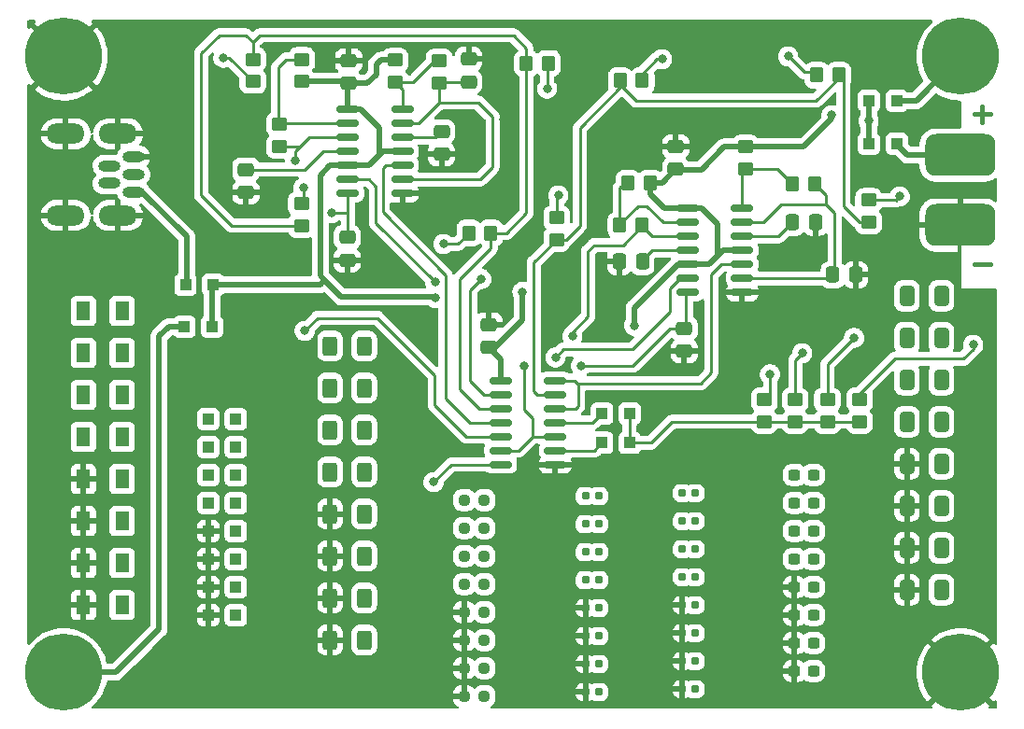
<source format=gbr>
%TF.GenerationSoftware,KiCad,Pcbnew,(6.0.5)*%
%TF.CreationDate,2022-08-10T18:54:24-07:00*%
%TF.ProjectId,AlpenglowSMTGarden,416c7065-6e67-46c6-9f77-534d54476172,rev?*%
%TF.SameCoordinates,Original*%
%TF.FileFunction,Copper,L2,Bot*%
%TF.FilePolarity,Positive*%
%FSLAX46Y46*%
G04 Gerber Fmt 4.6, Leading zero omitted, Abs format (unit mm)*
G04 Created by KiCad (PCBNEW (6.0.5)) date 2022-08-10 18:54:24*
%MOMM*%
%LPD*%
G01*
G04 APERTURE LIST*
G04 Aperture macros list*
%AMRoundRect*
0 Rectangle with rounded corners*
0 $1 Rounding radius*
0 $2 $3 $4 $5 $6 $7 $8 $9 X,Y pos of 4 corners*
0 Add a 4 corners polygon primitive as box body*
4,1,4,$2,$3,$4,$5,$6,$7,$8,$9,$2,$3,0*
0 Add four circle primitives for the rounded corners*
1,1,$1+$1,$2,$3*
1,1,$1+$1,$4,$5*
1,1,$1+$1,$6,$7*
1,1,$1+$1,$8,$9*
0 Add four rect primitives between the rounded corners*
20,1,$1+$1,$2,$3,$4,$5,0*
20,1,$1+$1,$4,$5,$6,$7,0*
20,1,$1+$1,$6,$7,$8,$9,0*
20,1,$1+$1,$8,$9,$2,$3,0*%
G04 Aperture macros list end*
%ADD10C,0.381000*%
%TA.AperFunction,NonConductor*%
%ADD11C,0.381000*%
%TD*%
%TA.AperFunction,ComponentPad*%
%ADD12O,2.000000X1.000000*%
%TD*%
%TA.AperFunction,ComponentPad*%
%ADD13O,3.500000X1.800000*%
%TD*%
%TA.AperFunction,ComponentPad*%
%ADD14C,6.985000*%
%TD*%
%TA.AperFunction,SMDPad,CuDef*%
%ADD15RoundRect,0.250000X-0.450000X0.350000X-0.450000X-0.350000X0.450000X-0.350000X0.450000X0.350000X0*%
%TD*%
%TA.AperFunction,SMDPad,CuDef*%
%ADD16RoundRect,0.237500X0.300000X0.237500X-0.300000X0.237500X-0.300000X-0.237500X0.300000X-0.237500X0*%
%TD*%
%TA.AperFunction,SMDPad,CuDef*%
%ADD17R,1.000000X1.000000*%
%TD*%
%TA.AperFunction,SMDPad,CuDef*%
%ADD18RoundRect,0.155000X0.212500X0.155000X-0.212500X0.155000X-0.212500X-0.155000X0.212500X-0.155000X0*%
%TD*%
%TA.AperFunction,SMDPad,CuDef*%
%ADD19RoundRect,0.250000X-0.475000X0.337500X-0.475000X-0.337500X0.475000X-0.337500X0.475000X0.337500X0*%
%TD*%
%TA.AperFunction,SMDPad,CuDef*%
%ADD20RoundRect,0.250000X0.450000X-0.350000X0.450000X0.350000X-0.450000X0.350000X-0.450000X-0.350000X0*%
%TD*%
%TA.AperFunction,SMDPad,CuDef*%
%ADD21RoundRect,0.237500X0.250000X0.237500X-0.250000X0.237500X-0.250000X-0.237500X0.250000X-0.237500X0*%
%TD*%
%TA.AperFunction,SMDPad,CuDef*%
%ADD22RoundRect,0.250000X0.412500X0.650000X-0.412500X0.650000X-0.412500X-0.650000X0.412500X-0.650000X0*%
%TD*%
%TA.AperFunction,SMDPad,CuDef*%
%ADD23RoundRect,0.250000X0.400000X0.625000X-0.400000X0.625000X-0.400000X-0.625000X0.400000X-0.625000X0*%
%TD*%
%TA.AperFunction,SMDPad,CuDef*%
%ADD24RoundRect,0.150000X0.825000X0.150000X-0.825000X0.150000X-0.825000X-0.150000X0.825000X-0.150000X0*%
%TD*%
%TA.AperFunction,SMDPad,CuDef*%
%ADD25RoundRect,0.160000X0.197500X0.160000X-0.197500X0.160000X-0.197500X-0.160000X0.197500X-0.160000X0*%
%TD*%
%TA.AperFunction,SMDPad,CuDef*%
%ADD26RoundRect,0.250000X-0.337500X-0.475000X0.337500X-0.475000X0.337500X0.475000X-0.337500X0.475000X0*%
%TD*%
%TA.AperFunction,SMDPad,CuDef*%
%ADD27R,1.300000X1.700000*%
%TD*%
%TA.AperFunction,SMDPad,CuDef*%
%ADD28RoundRect,0.952500X2.222500X0.952500X-2.222500X0.952500X-2.222500X-0.952500X2.222500X-0.952500X0*%
%TD*%
%TA.AperFunction,SMDPad,CuDef*%
%ADD29RoundRect,0.250000X0.475000X-0.337500X0.475000X0.337500X-0.475000X0.337500X-0.475000X-0.337500X0*%
%TD*%
%TA.AperFunction,SMDPad,CuDef*%
%ADD30RoundRect,0.250000X-0.350000X-0.450000X0.350000X-0.450000X0.350000X0.450000X-0.350000X0.450000X0*%
%TD*%
%TA.AperFunction,SMDPad,CuDef*%
%ADD31RoundRect,0.250000X0.337500X0.475000X-0.337500X0.475000X-0.337500X-0.475000X0.337500X-0.475000X0*%
%TD*%
%TA.AperFunction,SMDPad,CuDef*%
%ADD32RoundRect,0.250000X0.350000X0.450000X-0.350000X0.450000X-0.350000X-0.450000X0.350000X-0.450000X0*%
%TD*%
%TA.AperFunction,ViaPad*%
%ADD33C,0.812800*%
%TD*%
%TA.AperFunction,Conductor*%
%ADD34C,0.508000*%
%TD*%
%TA.AperFunction,Conductor*%
%ADD35C,0.254000*%
%TD*%
G04 APERTURE END LIST*
D10*
D11*
X202078702Y-54783071D02*
X200627273Y-54783071D01*
X201352988Y-55508785D02*
X201352988Y-54057357D01*
D10*
D11*
X202078702Y-68383077D02*
X200627273Y-68383077D01*
D12*
%TO.P,J1,1,VBUS*%
%TO.N,+Vusb*%
X124452999Y-61846997D03*
%TO.P,J1,2,D-*%
%TO.N,unconnected-(J1-Pad2)*%
X122252999Y-61046997D03*
%TO.P,J1,3,D+*%
%TO.N,unconnected-(J1-Pad3)*%
X124452999Y-60246997D03*
%TO.P,J1,4,ID*%
%TO.N,unconnected-(J1-Pad4)*%
X122252999Y-59446997D03*
%TO.P,J1,5,GND*%
%TO.N,GND*%
X124452999Y-58646997D03*
D13*
%TO.P,J1,6,Shield*%
X118302999Y-56546998D03*
X123052999Y-63946996D03*
X118302999Y-63946996D03*
X123052999Y-56546998D03*
%TD*%
D14*
%TO.P,H4,1,1*%
%TO.N,+Vin_2*%
X199390000Y-49530000D03*
%TD*%
%TO.P,H1,1,1*%
%TO.N,GND*%
X118110000Y-49530000D03*
%TD*%
%TO.P,H3,1,1*%
%TO.N,+Vin_1*%
X118110000Y-105410000D03*
%TD*%
%TO.P,H2,1,1*%
%TO.N,GND*%
X199390000Y-105410000D03*
%TD*%
D15*
%TO.P,R21,1*%
%TO.N,+5V*%
X179929646Y-57734780D03*
%TO.P,R21,2*%
%TO.N,Net-(R21-Pad2)*%
X179929646Y-59734780D03*
%TD*%
D16*
%TO.P,C22,1*%
%TO.N,unconnected-(C22-Pad1)*%
X186055000Y-92583000D03*
%TO.P,C22,2*%
%TO.N,unconnected-(C22-Pad2)*%
X184330000Y-92583000D03*
%TD*%
D17*
%TO.P,D24,A,A*%
%TO.N,+Vin_2*%
X193603000Y-53547000D03*
%TO.P,D24,K,K*%
%TO.N,+5V*%
X191103000Y-53547000D03*
%TD*%
D18*
%TO.P,C28,1*%
%TO.N,unconnected-(C28-Pad1)*%
X175319500Y-89154000D03*
%TO.P,C28,2*%
%TO.N,unconnected-(C28-Pad2)*%
X174184500Y-89154000D03*
%TD*%
D19*
%TO.P,C10,1*%
%TO.N,Net-(C10-Pad1)*%
X143814800Y-65942300D03*
%TO.P,C10,2*%
%TO.N,GND*%
X143814800Y-68017300D03*
%TD*%
D17*
%TO.P,D23,A,A*%
%TO.N,+Vin_1*%
X129052000Y-74041000D03*
%TO.P,D23,K,K*%
%TO.N,+5V*%
X131552000Y-74041000D03*
%TD*%
%TO.P,D31,A,A*%
%TO.N,GND*%
X131211000Y-92583000D03*
%TO.P,D31,K,K*%
%TO.N,unconnected-(D31-PadK)*%
X133711000Y-92583000D03*
%TD*%
D20*
%TO.P,R2,1*%
%TO.N,/BLINK1*%
X162788600Y-66151000D03*
%TO.P,R2,2*%
%TO.N,Net-(D2-PadA)*%
X162788600Y-64151000D03*
%TD*%
D19*
%TO.P,C11,1*%
%TO.N,Net-(C11-Pad1)*%
X134620000Y-59795500D03*
%TO.P,C11,2*%
%TO.N,GND*%
X134620000Y-61870500D03*
%TD*%
D21*
%TO.P,R40,1*%
%TO.N,unconnected-(R40-Pad1)*%
X156233500Y-97409000D03*
%TO.P,R40,2*%
%TO.N,unconnected-(R40-Pad2)*%
X154408500Y-97409000D03*
%TD*%
D22*
%TO.P,C15,1*%
%TO.N,unconnected-(C15-Pad1)*%
X197650500Y-82677000D03*
%TO.P,C15,2*%
%TO.N,unconnected-(C15-Pad2)*%
X194525500Y-82677000D03*
%TD*%
%TO.P,C14,1*%
%TO.N,unconnected-(C14-Pad1)*%
X197650500Y-78867000D03*
%TO.P,C14,2*%
%TO.N,unconnected-(C14-Pad2)*%
X194525500Y-78867000D03*
%TD*%
D23*
%TO.P,R33,1*%
%TO.N,unconnected-(R33-Pad1)*%
X145353000Y-91037000D03*
%TO.P,R33,2*%
%TO.N,GND*%
X142253000Y-91037000D03*
%TD*%
D21*
%TO.P,R42,1*%
%TO.N,unconnected-(R42-Pad1)*%
X156233500Y-102489000D03*
%TO.P,R42,2*%
%TO.N,GND*%
X154408500Y-102489000D03*
%TD*%
D17*
%TO.P,D32,A,A*%
%TO.N,GND*%
X131211000Y-95123000D03*
%TO.P,D32,K,K*%
%TO.N,unconnected-(D32-PadK)*%
X133711000Y-95123000D03*
%TD*%
D23*
%TO.P,R32,1*%
%TO.N,unconnected-(R32-Pad1)*%
X145353000Y-87227000D03*
%TO.P,R32,2*%
%TO.N,unconnected-(R32-Pad2)*%
X142253000Y-87227000D03*
%TD*%
D24*
%TO.P,U1,1,DIS*%
%TO.N,Net-(R21-Pad2)*%
X179610646Y-63306780D03*
%TO.P,U1,2,THR*%
%TO.N,Net-(C2-Pad1)*%
X179610646Y-64576780D03*
%TO.P,U1,3,CV*%
%TO.N,Net-(C3-Pad1)*%
X179610646Y-65846780D03*
%TO.P,U1,4,RESET*%
%TO.N,+5V*%
X179610646Y-67116780D03*
%TO.P,U1,5,OUT*%
%TO.N,/CLK1*%
X179610646Y-68386780D03*
%TO.P,U1,6,TRIG*%
%TO.N,Net-(C2-Pad1)*%
X179610646Y-69656780D03*
%TO.P,U1,7,GND*%
%TO.N,GND*%
X179610646Y-70926780D03*
%TO.P,U1,8,TRIG*%
%TO.N,Net-(C4-Pad1)*%
X174660646Y-70926780D03*
%TO.P,U1,9,OUT*%
%TO.N,/CLK2*%
X174660646Y-69656780D03*
%TO.P,U1,10,RESET*%
%TO.N,+5V*%
X174660646Y-68386780D03*
%TO.P,U1,11,CV*%
%TO.N,Net-(C5-Pad1)*%
X174660646Y-67116780D03*
%TO.P,U1,12,THR*%
%TO.N,Net-(C4-Pad1)*%
X174660646Y-65846780D03*
%TO.P,U1,13,DIS*%
%TO.N,Net-(R23-Pad2)*%
X174660646Y-64576780D03*
%TO.P,U1,14,VCC*%
%TO.N,+5V*%
X174660646Y-63306780D03*
%TD*%
D15*
%TO.P,R28,1*%
%TO.N,Net-(R27-Pad2)*%
X137668000Y-55692800D03*
%TO.P,R28,2*%
%TO.N,Net-(C10-Pad1)*%
X137668000Y-57692800D03*
%TD*%
D17*
%TO.P,D22,A,A*%
%TO.N,Net-(D22-PadA)*%
X166898000Y-84582000D03*
%TO.P,D22,K,K*%
%TO.N,/BLINK5*%
X169398000Y-84582000D03*
%TD*%
%TO.P,D27,A,A*%
%TO.N,unconnected-(D27-PadA)*%
X131211000Y-82423000D03*
%TO.P,D27,K,K*%
%TO.N,unconnected-(D27-PadK)*%
X133711000Y-82423000D03*
%TD*%
%TO.P,D33,A,A*%
%TO.N,GND*%
X131211000Y-97663000D03*
%TO.P,D33,K,K*%
%TO.N,unconnected-(D33-PadK)*%
X133711000Y-97663000D03*
%TD*%
D25*
%TO.P,R48,1*%
%TO.N,unconnected-(R48-Pad1)*%
X166586500Y-97028000D03*
%TO.P,R48,2*%
%TO.N,unconnected-(R48-Pad2)*%
X165391500Y-97028000D03*
%TD*%
%TO.P,R46,1*%
%TO.N,unconnected-(R46-Pad1)*%
X166586500Y-91948000D03*
%TO.P,R46,2*%
%TO.N,unconnected-(R46-Pad2)*%
X165391500Y-91948000D03*
%TD*%
D26*
%TO.P,C2,1*%
%TO.N,Net-(C2-Pad1)*%
X187811500Y-69342000D03*
%TO.P,C2,2*%
%TO.N,GND*%
X189886500Y-69342000D03*
%TD*%
D27*
%TO.P,D36,A,A*%
%TO.N,unconnected-(D36-PadA)*%
X119916000Y-76454000D03*
%TO.P,D36,K,K*%
%TO.N,unconnected-(D36-PadK)*%
X123416000Y-76454000D03*
%TD*%
D22*
%TO.P,C12,1*%
%TO.N,unconnected-(C12-Pad1)*%
X197650500Y-71247000D03*
%TO.P,C12,2*%
%TO.N,unconnected-(C12-Pad2)*%
X194525500Y-71247000D03*
%TD*%
D28*
%TO.P,J2,1,Pin_1*%
%TO.N,+Vbatt*%
X199353000Y-58472000D03*
%TO.P,J2,2,Pin_2*%
%TO.N,GND*%
X199353000Y-64822000D03*
%TD*%
D16*
%TO.P,C24,1*%
%TO.N,unconnected-(C24-Pad1)*%
X186055000Y-97663000D03*
%TO.P,C24,2*%
%TO.N,GND*%
X184330000Y-97663000D03*
%TD*%
D20*
%TO.P,R5,1*%
%TO.N,/BLINK5*%
X190246000Y-82661000D03*
%TO.P,R5,2*%
%TO.N,Net-(D5-PadA)*%
X190246000Y-80661000D03*
%TD*%
D27*
%TO.P,D37,A,A*%
%TO.N,unconnected-(D37-PadA)*%
X119916000Y-80264000D03*
%TO.P,D37,K,K*%
%TO.N,unconnected-(D37-PadK)*%
X123416000Y-80264000D03*
%TD*%
D26*
%TO.P,C3,1*%
%TO.N,Net-(C3-Pad1)*%
X184153900Y-64566800D03*
%TO.P,C3,2*%
%TO.N,GND*%
X186228900Y-64566800D03*
%TD*%
D25*
%TO.P,R49,1*%
%TO.N,unconnected-(R49-Pad1)*%
X166586500Y-99568000D03*
%TO.P,R49,2*%
%TO.N,GND*%
X165391500Y-99568000D03*
%TD*%
D23*
%TO.P,R30,1*%
%TO.N,unconnected-(R30-Pad1)*%
X145353000Y-79607000D03*
%TO.P,R30,2*%
%TO.N,unconnected-(R30-Pad2)*%
X142253000Y-79607000D03*
%TD*%
D29*
%TO.P,C7,1*%
%TO.N,+5V*%
X143941800Y-51964500D03*
%TO.P,C7,2*%
%TO.N,GND*%
X143941800Y-49889500D03*
%TD*%
D21*
%TO.P,R44,1*%
%TO.N,unconnected-(R44-Pad1)*%
X156233500Y-107569000D03*
%TO.P,R44,2*%
%TO.N,GND*%
X154408500Y-107569000D03*
%TD*%
D16*
%TO.P,C25,1*%
%TO.N,unconnected-(C25-Pad1)*%
X186055000Y-100203000D03*
%TO.P,C25,2*%
%TO.N,GND*%
X184330000Y-100203000D03*
%TD*%
D27*
%TO.P,D38,A,A*%
%TO.N,unconnected-(D38-PadA)*%
X119916000Y-84074000D03*
%TO.P,D38,K,K*%
%TO.N,unconnected-(D38-PadK)*%
X123416000Y-84074000D03*
%TD*%
D16*
%TO.P,C26,1*%
%TO.N,unconnected-(C26-Pad1)*%
X186055000Y-102743000D03*
%TO.P,C26,2*%
%TO.N,GND*%
X184330000Y-102743000D03*
%TD*%
D17*
%TO.P,D30,A,A*%
%TO.N,unconnected-(D30-PadA)*%
X131211000Y-90043000D03*
%TO.P,D30,K,K*%
%TO.N,unconnected-(D30-PadK)*%
X133711000Y-90043000D03*
%TD*%
%TO.P,D21,A,A*%
%TO.N,Net-(D21-PadA)*%
X166898000Y-81915000D03*
%TO.P,D21,K,K*%
%TO.N,/BLINK5*%
X169398000Y-81915000D03*
%TD*%
D23*
%TO.P,R35,1*%
%TO.N,unconnected-(R35-Pad1)*%
X145353000Y-98657000D03*
%TO.P,R35,2*%
%TO.N,GND*%
X142253000Y-98657000D03*
%TD*%
D18*
%TO.P,C31,1*%
%TO.N,unconnected-(C31-Pad1)*%
X175319500Y-96774000D03*
%TO.P,C31,2*%
%TO.N,unconnected-(C31-Pad2)*%
X174184500Y-96774000D03*
%TD*%
D30*
%TO.P,R17,1*%
%TO.N,/BLINK4*%
X160036000Y-50165000D03*
%TO.P,R17,2*%
%TO.N,Net-(D17-PadA)*%
X162036000Y-50165000D03*
%TD*%
D18*
%TO.P,C34,1*%
%TO.N,unconnected-(C34-Pad1)*%
X175319500Y-104394000D03*
%TO.P,C34,2*%
%TO.N,GND*%
X174184500Y-104394000D03*
%TD*%
%TO.P,C35,1*%
%TO.N,unconnected-(C35-Pad1)*%
X175319500Y-106934000D03*
%TO.P,C35,2*%
%TO.N,GND*%
X174184500Y-106934000D03*
%TD*%
D31*
%TO.P,C5,1*%
%TO.N,Net-(C5-Pad1)*%
X170553146Y-68132780D03*
%TO.P,C5,2*%
%TO.N,GND*%
X168478146Y-68132780D03*
%TD*%
D27*
%TO.P,D39,A,A*%
%TO.N,GND*%
X119916000Y-87884000D03*
%TO.P,D39,K,K*%
%TO.N,unconnected-(D39-PadK)*%
X123416000Y-87884000D03*
%TD*%
D32*
%TO.P,R23,1*%
%TO.N,+5V*%
X171277646Y-61020780D03*
%TO.P,R23,2*%
%TO.N,Net-(R23-Pad2)*%
X169277646Y-61020780D03*
%TD*%
D20*
%TO.P,R7,1*%
%TO.N,/BLINK5*%
X184404000Y-82661000D03*
%TO.P,R7,2*%
%TO.N,Net-(D7-PadA)*%
X184404000Y-80661000D03*
%TD*%
D17*
%TO.P,D26,A,A*%
%TO.N,+Vbatt*%
X193603000Y-57447000D03*
%TO.P,D26,K,K*%
%TO.N,+5V*%
X191103000Y-57447000D03*
%TD*%
D16*
%TO.P,C27,1*%
%TO.N,unconnected-(C27-Pad1)*%
X186055000Y-105283000D03*
%TO.P,C27,2*%
%TO.N,GND*%
X184330000Y-105283000D03*
%TD*%
D20*
%TO.P,R4,1*%
%TO.N,/BLINK1*%
X191058800Y-64576200D03*
%TO.P,R4,2*%
%TO.N,Net-(D4-PadA)*%
X191058800Y-62576200D03*
%TD*%
D16*
%TO.P,C20,1*%
%TO.N,unconnected-(C20-Pad1)*%
X186055000Y-87503000D03*
%TO.P,C20,2*%
%TO.N,unconnected-(C20-Pad2)*%
X184330000Y-87503000D03*
%TD*%
D22*
%TO.P,C19,1*%
%TO.N,unconnected-(C19-Pad1)*%
X197650500Y-97917000D03*
%TO.P,C19,2*%
%TO.N,GND*%
X194525500Y-97917000D03*
%TD*%
D15*
%TO.P,R26,1*%
%TO.N,Net-(R25-Pad2)*%
X152146000Y-49927000D03*
%TO.P,R26,2*%
%TO.N,Net-(C8-Pad1)*%
X152146000Y-51927000D03*
%TD*%
D22*
%TO.P,C17,1*%
%TO.N,unconnected-(C17-Pad1)*%
X197650500Y-90297000D03*
%TO.P,C17,2*%
%TO.N,GND*%
X194525500Y-90297000D03*
%TD*%
D21*
%TO.P,R39,1*%
%TO.N,unconnected-(R39-Pad1)*%
X156233500Y-94869000D03*
%TO.P,R39,2*%
%TO.N,unconnected-(R39-Pad2)*%
X154408500Y-94869000D03*
%TD*%
D16*
%TO.P,C23,1*%
%TO.N,unconnected-(C23-Pad1)*%
X186054992Y-95123000D03*
%TO.P,C23,2*%
%TO.N,unconnected-(C23-Pad2)*%
X184329992Y-95123000D03*
%TD*%
D30*
%TO.P,R24,1*%
%TO.N,Net-(R23-Pad2)*%
X168515646Y-64830780D03*
%TO.P,R24,2*%
%TO.N,Net-(C4-Pad1)*%
X170515646Y-64830780D03*
%TD*%
D17*
%TO.P,D34,A,A*%
%TO.N,GND*%
X131211000Y-100203000D03*
%TO.P,D34,K,K*%
%TO.N,unconnected-(D34-PadK)*%
X133711000Y-100203000D03*
%TD*%
D25*
%TO.P,R45,1*%
%TO.N,unconnected-(R45-Pad1)*%
X166586500Y-89408000D03*
%TO.P,R45,2*%
%TO.N,unconnected-(R45-Pad2)*%
X165391500Y-89408000D03*
%TD*%
D21*
%TO.P,R43,1*%
%TO.N,unconnected-(R43-Pad1)*%
X156233500Y-105029000D03*
%TO.P,R43,2*%
%TO.N,GND*%
X154408500Y-105029000D03*
%TD*%
D29*
%TO.P,C1,1*%
%TO.N,+5V*%
X173579646Y-59772280D03*
%TO.P,C1,2*%
%TO.N,GND*%
X173579646Y-57697280D03*
%TD*%
D27*
%TO.P,D42,A,A*%
%TO.N,GND*%
X119916000Y-99314000D03*
%TO.P,D42,K,K*%
%TO.N,unconnected-(D42-PadK)*%
X123416000Y-99314000D03*
%TD*%
D20*
%TO.P,R6,1*%
%TO.N,/BLINK5*%
X187325000Y-82661000D03*
%TO.P,R6,2*%
%TO.N,Net-(D6-PadA)*%
X187325000Y-80661000D03*
%TD*%
D17*
%TO.P,D28,A,A*%
%TO.N,unconnected-(D28-PadA)*%
X131211000Y-84963000D03*
%TO.P,D28,K,K*%
%TO.N,unconnected-(D28-PadK)*%
X133711000Y-84963000D03*
%TD*%
D29*
%TO.P,C6,1*%
%TO.N,+5V*%
X156641800Y-75919791D03*
%TO.P,C6,2*%
%TO.N,GND*%
X156641800Y-73844791D03*
%TD*%
D18*
%TO.P,C33,1*%
%TO.N,unconnected-(C33-Pad1)*%
X175319500Y-101854000D03*
%TO.P,C33,2*%
%TO.N,GND*%
X174184500Y-101854000D03*
%TD*%
D27*
%TO.P,D41,A,A*%
%TO.N,GND*%
X119916000Y-95504000D03*
%TO.P,D41,K,K*%
%TO.N,unconnected-(D41-PadK)*%
X123416000Y-95504000D03*
%TD*%
D29*
%TO.P,C8,1*%
%TO.N,Net-(C8-Pad1)*%
X154813000Y-51837500D03*
%TO.P,C8,2*%
%TO.N,GND*%
X154813000Y-49762500D03*
%TD*%
D15*
%TO.P,R25,1*%
%TO.N,+5V*%
X148158200Y-49876200D03*
%TO.P,R25,2*%
%TO.N,Net-(R25-Pad2)*%
X148158200Y-51876200D03*
%TD*%
D24*
%TO.P,U3,1,DIS*%
%TO.N,Net-(R25-Pad2)*%
X148804400Y-54330600D03*
%TO.P,U3,2,THR*%
%TO.N,Net-(C8-Pad1)*%
X148804400Y-55600600D03*
%TO.P,U3,3,CV*%
%TO.N,Net-(C9-Pad1)*%
X148804400Y-56870600D03*
%TO.P,U3,4,RESET*%
%TO.N,+5V*%
X148804400Y-58140600D03*
%TO.P,U3,5,OUT*%
%TO.N,/CLK3*%
X148804400Y-59410600D03*
%TO.P,U3,6,TRIG*%
%TO.N,Net-(C8-Pad1)*%
X148804400Y-60680600D03*
%TO.P,U3,7,GND*%
%TO.N,GND*%
X148804400Y-61950600D03*
%TO.P,U3,8,TRIG*%
%TO.N,Net-(C10-Pad1)*%
X143854400Y-61950600D03*
%TO.P,U3,9,OUT*%
%TO.N,/CLK4*%
X143854400Y-60680600D03*
%TO.P,U3,10,RESET*%
%TO.N,+5V*%
X143854400Y-59410600D03*
%TO.P,U3,11,CV*%
%TO.N,Net-(C11-Pad1)*%
X143854400Y-58140600D03*
%TO.P,U3,12,THR*%
%TO.N,Net-(C10-Pad1)*%
X143854400Y-56870600D03*
%TO.P,U3,13,DIS*%
%TO.N,Net-(R27-Pad2)*%
X143854400Y-55600600D03*
%TO.P,U3,14,VCC*%
%TO.N,+5V*%
X143854400Y-54330600D03*
%TD*%
D22*
%TO.P,C13,1*%
%TO.N,unconnected-(C13-Pad1)*%
X197650500Y-75057000D03*
%TO.P,C13,2*%
%TO.N,unconnected-(C13-Pad2)*%
X194525500Y-75057000D03*
%TD*%
D17*
%TO.P,D25,A,A*%
%TO.N,+Vusb*%
X129153000Y-70247000D03*
%TO.P,D25,K,K*%
%TO.N,+5V*%
X131653000Y-70247000D03*
%TD*%
D18*
%TO.P,C30,1*%
%TO.N,unconnected-(C30-Pad1)*%
X175319500Y-94234000D03*
%TO.P,C30,2*%
%TO.N,unconnected-(C30-Pad2)*%
X174184500Y-94234000D03*
%TD*%
D17*
%TO.P,D29,A,A*%
%TO.N,unconnected-(D29-PadA)*%
X131211000Y-87503000D03*
%TO.P,D29,K,K*%
%TO.N,unconnected-(D29-PadK)*%
X133711000Y-87503000D03*
%TD*%
D27*
%TO.P,D35,A,A*%
%TO.N,unconnected-(D35-PadA)*%
X119916000Y-72644000D03*
%TO.P,D35,K,K*%
%TO.N,unconnected-(D35-PadK)*%
X123416000Y-72644000D03*
%TD*%
D22*
%TO.P,C16,1*%
%TO.N,unconnected-(C16-Pad1)*%
X197650500Y-86487000D03*
%TO.P,C16,2*%
%TO.N,GND*%
X194525500Y-86487000D03*
%TD*%
D23*
%TO.P,R36,1*%
%TO.N,unconnected-(R36-Pad1)*%
X145353000Y-102467000D03*
%TO.P,R36,2*%
%TO.N,GND*%
X142253000Y-102467000D03*
%TD*%
D32*
%TO.P,R20,1*%
%TO.N,/BLINK4*%
X156829000Y-65548000D03*
%TO.P,R20,2*%
%TO.N,Net-(D20-PadA)*%
X154829000Y-65548000D03*
%TD*%
D23*
%TO.P,R31,1*%
%TO.N,unconnected-(R31-Pad1)*%
X145353000Y-83417000D03*
%TO.P,R31,2*%
%TO.N,unconnected-(R31-Pad2)*%
X142253000Y-83417000D03*
%TD*%
D21*
%TO.P,R41,1*%
%TO.N,unconnected-(R41-Pad1)*%
X156233500Y-99949000D03*
%TO.P,R41,2*%
%TO.N,GND*%
X154408500Y-99949000D03*
%TD*%
D23*
%TO.P,R34,1*%
%TO.N,unconnected-(R34-Pad1)*%
X145353000Y-94847000D03*
%TO.P,R34,2*%
%TO.N,GND*%
X142253000Y-94847000D03*
%TD*%
D30*
%TO.P,R1,1*%
%TO.N,/BLINK1*%
X168545000Y-51739800D03*
%TO.P,R1,2*%
%TO.N,Net-(D1-PadA)*%
X170545000Y-51739800D03*
%TD*%
D16*
%TO.P,C21,1*%
%TO.N,unconnected-(C21-Pad1)*%
X186055000Y-90043000D03*
%TO.P,C21,2*%
%TO.N,unconnected-(C21-Pad2)*%
X184330000Y-90043000D03*
%TD*%
D25*
%TO.P,R51,1*%
%TO.N,unconnected-(R51-Pad1)*%
X166586500Y-104648000D03*
%TO.P,R51,2*%
%TO.N,GND*%
X165391500Y-104648000D03*
%TD*%
D20*
%TO.P,R8,1*%
%TO.N,/BLINK5*%
X181610000Y-82661000D03*
%TO.P,R8,2*%
%TO.N,Net-(D8-PadA)*%
X181610000Y-80661000D03*
%TD*%
%TO.P,R19,1*%
%TO.N,/BLINK4*%
X139649200Y-64881000D03*
%TO.P,R19,2*%
%TO.N,Net-(D19-PadA)*%
X139649200Y-62881000D03*
%TD*%
%TO.P,R27,1*%
%TO.N,+5V*%
X139700000Y-51800000D03*
%TO.P,R27,2*%
%TO.N,Net-(R27-Pad2)*%
X139700000Y-49800000D03*
%TD*%
D23*
%TO.P,R29,1*%
%TO.N,unconnected-(R29-Pad1)*%
X145353000Y-75797000D03*
%TO.P,R29,2*%
%TO.N,unconnected-(R29-Pad2)*%
X142253000Y-75797000D03*
%TD*%
D15*
%TO.P,R18,1*%
%TO.N,/BLINK4*%
X135255000Y-49800000D03*
%TO.P,R18,2*%
%TO.N,Net-(D18-PadA)*%
X135255000Y-51800000D03*
%TD*%
D25*
%TO.P,R50,1*%
%TO.N,unconnected-(R50-Pad1)*%
X166586500Y-102108000D03*
%TO.P,R50,2*%
%TO.N,GND*%
X165391500Y-102108000D03*
%TD*%
%TO.P,R47,1*%
%TO.N,unconnected-(R47-Pad1)*%
X166586500Y-94488000D03*
%TO.P,R47,2*%
%TO.N,unconnected-(R47-Pad2)*%
X165391500Y-94488000D03*
%TD*%
%TO.P,R52,1*%
%TO.N,unconnected-(R52-Pad1)*%
X166586500Y-107188000D03*
%TO.P,R52,2*%
%TO.N,GND*%
X165391500Y-107188000D03*
%TD*%
D21*
%TO.P,R37,1*%
%TO.N,unconnected-(R37-Pad1)*%
X156233500Y-89789000D03*
%TO.P,R37,2*%
%TO.N,unconnected-(R37-Pad2)*%
X154408500Y-89789000D03*
%TD*%
D30*
%TO.P,R22,1*%
%TO.N,Net-(R21-Pad2)*%
X184166000Y-61087000D03*
%TO.P,R22,2*%
%TO.N,Net-(C2-Pad1)*%
X186166000Y-61087000D03*
%TD*%
D27*
%TO.P,D40,A,A*%
%TO.N,GND*%
X119916000Y-91694000D03*
%TO.P,D40,K,K*%
%TO.N,unconnected-(D40-PadK)*%
X123416000Y-91694000D03*
%TD*%
D22*
%TO.P,C18,1*%
%TO.N,unconnected-(C18-Pad1)*%
X197650500Y-94107000D03*
%TO.P,C18,2*%
%TO.N,GND*%
X194525500Y-94107000D03*
%TD*%
D19*
%TO.P,C4,1*%
%TO.N,Net-(C4-Pad1)*%
X174341646Y-74207280D03*
%TO.P,C4,2*%
%TO.N,GND*%
X174341646Y-76282280D03*
%TD*%
D21*
%TO.P,R38,1*%
%TO.N,unconnected-(R38-Pad1)*%
X156233500Y-92329000D03*
%TO.P,R38,2*%
%TO.N,unconnected-(R38-Pad2)*%
X154408500Y-92329000D03*
%TD*%
D19*
%TO.P,C9,1*%
%TO.N,Net-(C9-Pad1)*%
X152349200Y-56341100D03*
%TO.P,C9,2*%
%TO.N,GND*%
X152349200Y-58416100D03*
%TD*%
D18*
%TO.P,C29,1*%
%TO.N,unconnected-(C29-Pad1)*%
X175319500Y-91694000D03*
%TO.P,C29,2*%
%TO.N,unconnected-(C29-Pad2)*%
X174184500Y-91694000D03*
%TD*%
%TO.P,C32,1*%
%TO.N,unconnected-(C32-Pad1)*%
X175319500Y-99314000D03*
%TO.P,C32,2*%
%TO.N,GND*%
X174184500Y-99314000D03*
%TD*%
D24*
%TO.P,U2,1*%
%TO.N,/CLK1*%
X162672800Y-78946291D03*
%TO.P,U2,2*%
%TO.N,/BLINK1*%
X162672800Y-80216291D03*
%TO.P,U2,3*%
%TO.N,/CLK1*%
X162672800Y-81486291D03*
%TO.P,U2,4*%
%TO.N,Net-(D21-PadA)*%
X162672800Y-82756291D03*
%TO.P,U2,5*%
%TO.N,/CLK2*%
X162672800Y-84026291D03*
%TO.P,U2,6*%
%TO.N,Net-(D22-PadA)*%
X162672800Y-85296291D03*
%TO.P,U2,7*%
%TO.N,GND*%
X162672800Y-86566291D03*
%TO.P,U2,8*%
%TO.N,/BLINK2*%
X157722800Y-86566291D03*
%TO.P,U2,9*%
%TO.N,/CLK2*%
X157722800Y-85296291D03*
%TO.P,U2,10*%
%TO.N,/BLINK3*%
X157722800Y-84026291D03*
%TO.P,U2,11*%
%TO.N,/CLK3*%
X157722800Y-82756291D03*
%TO.P,U2,12*%
%TO.N,/BLINK4*%
X157722800Y-81486291D03*
%TO.P,U2,13*%
%TO.N,/CLK4*%
X157722800Y-80216291D03*
%TO.P,U2,14*%
%TO.N,+5V*%
X157722800Y-78946291D03*
%TD*%
D32*
%TO.P,R3,1*%
%TO.N,/BLINK1*%
X188375800Y-51231800D03*
%TO.P,R3,2*%
%TO.N,Net-(D3-PadA)*%
X186375800Y-51231800D03*
%TD*%
D33*
%TO.N,+5V*%
X151765000Y-71450200D03*
X187706000Y-54864000D03*
X169799000Y-73939400D03*
X159689800Y-70891400D03*
X191053000Y-55347000D03*
%TO.N,GND*%
X154940000Y-54991000D03*
X170103800Y-70180200D03*
X157988000Y-55245000D03*
X147955000Y-69088000D03*
X184150000Y-67945000D03*
X171831000Y-77597000D03*
X162991800Y-69443600D03*
%TO.N,Net-(C4-Pad1)*%
X164973000Y-77597000D03*
X164211000Y-74930000D03*
%TO.N,Net-(D4-PadA)*%
X193878200Y-62230000D03*
%TO.N,Net-(D5-PadA)*%
X200533000Y-75692000D03*
%TO.N,Net-(D6-PadA)*%
X189738000Y-75057000D03*
%TO.N,Net-(D7-PadA)*%
X185039000Y-76454000D03*
%TO.N,Net-(D8-PadA)*%
X182118000Y-78359000D03*
%TO.N,Net-(D17-PadA)*%
X161925000Y-52451000D03*
%TO.N,Net-(D18-PadA)*%
X132588000Y-49657000D03*
%TO.N,Net-(D19-PadA)*%
X139853070Y-61429155D03*
%TO.N,Net-(D20-PadA)*%
X152527000Y-66548000D03*
%TO.N,/BLINK2*%
X151638000Y-88146100D03*
%TO.N,/BLINK3*%
X139954000Y-74422000D03*
%TO.N,/CLK2*%
X159816800Y-77571600D03*
X162687000Y-76835000D03*
%TO.N,/CLK4*%
X151765000Y-69977000D03*
X155956000Y-69723000D03*
%TO.N,Net-(D3-PadA)*%
X183769000Y-49530000D03*
%TO.N,Net-(D2-PadA)*%
X162941000Y-62153800D03*
%TO.N,Net-(D1-PadA)*%
X172339000Y-49784000D03*
%TO.N,Net-(C10-Pad1)*%
X142367000Y-63754000D03*
X139065000Y-59008600D03*
%TD*%
D34*
%TO.N,+5V*%
X157252209Y-75919791D02*
X159689800Y-73482200D01*
X191103000Y-55297000D02*
X191053000Y-55347000D01*
X174660646Y-63306780D02*
X175955780Y-63306780D01*
X139700000Y-51800000D02*
X143777300Y-51800000D01*
X174660646Y-68386780D02*
X176590780Y-68386780D01*
X159689800Y-73482200D02*
X159689800Y-70891400D01*
X171277646Y-62057646D02*
X171277646Y-61020780D01*
X173624366Y-59817000D02*
X173579646Y-59772280D01*
X145821400Y-59410600D02*
X147091400Y-58140600D01*
X177962028Y-57749972D02*
X185150228Y-57749972D01*
X191053000Y-57347000D02*
X191153000Y-57447000D01*
X146431000Y-50292000D02*
X146846800Y-49876200D01*
X191053000Y-55347000D02*
X191053000Y-57347000D01*
X171277646Y-61020780D02*
X172331146Y-61020780D01*
X175955780Y-63306780D02*
X177352780Y-64703780D01*
X151765000Y-71450200D02*
X151663400Y-71348600D01*
X177352780Y-64703780D02*
X177352780Y-67624780D01*
X143854400Y-59410600D02*
X145821400Y-59410600D01*
X141351000Y-70231000D02*
X141757400Y-69824600D01*
X143281400Y-71348600D02*
X141757400Y-69824600D01*
X141757400Y-69824600D02*
X141351000Y-69418200D01*
X157722800Y-77000791D02*
X156641800Y-75919791D01*
X177352780Y-67624780D02*
X177860780Y-67116780D01*
X146685000Y-56007000D02*
X146685000Y-58547000D01*
X131552000Y-70358000D02*
X131679000Y-70231000D01*
X131552000Y-74041000D02*
X131552000Y-70358000D01*
X169799000Y-72364600D02*
X173776820Y-68386780D01*
X175895000Y-59817000D02*
X173624366Y-59817000D01*
X185150228Y-57749972D02*
X187706000Y-55194200D01*
X187706000Y-55194200D02*
X187706000Y-54864000D01*
X141351000Y-69418200D02*
X141351000Y-60325000D01*
X169799000Y-73939400D02*
X169799000Y-72364600D01*
X143777300Y-51800000D02*
X143941800Y-51964500D01*
X145647500Y-51964500D02*
X146431000Y-51181000D01*
X176590780Y-68386780D02*
X177352780Y-67624780D01*
X146431000Y-51181000D02*
X146431000Y-50292000D01*
X143854400Y-54330600D02*
X145008600Y-54330600D01*
X131679000Y-70231000D02*
X141351000Y-70231000D01*
X151663400Y-71348600D02*
X143281400Y-71348600D01*
X177860780Y-67116780D02*
X179610646Y-67116780D01*
X173776820Y-68386780D02*
X174660646Y-68386780D01*
X146846800Y-49876200D02*
X148158200Y-49876200D01*
X142265400Y-59410600D02*
X143854400Y-59410600D01*
X145008600Y-54330600D02*
X146685000Y-56007000D01*
X143854400Y-54330600D02*
X143854400Y-52051900D01*
X172331146Y-61020780D02*
X173579646Y-59772280D01*
X141351000Y-60325000D02*
X142265400Y-59410600D01*
X147091400Y-58140600D02*
X148804400Y-58140600D01*
X172526780Y-63306780D02*
X171277646Y-62057646D01*
X156641800Y-75919791D02*
X157252209Y-75919791D01*
X157722800Y-78946291D02*
X157722800Y-77000791D01*
X143854400Y-52051900D02*
X143941800Y-51964500D01*
X191103000Y-53547000D02*
X191103000Y-55297000D01*
X174660646Y-63306780D02*
X172526780Y-63306780D01*
X143941800Y-51964500D02*
X145647500Y-51964500D01*
X177962028Y-57749972D02*
X175895000Y-59817000D01*
%TO.N,GND*%
X156641800Y-73844791D02*
X156736409Y-73844791D01*
D35*
%TO.N,Net-(C2-Pad1)*%
X181549220Y-64576780D02*
X183134000Y-62992000D01*
X179610646Y-64576780D02*
X181549220Y-64576780D01*
X183134000Y-62992000D02*
X187198000Y-62992000D01*
X187496720Y-69656780D02*
X187811500Y-69342000D01*
X179610646Y-69656780D02*
X187496720Y-69656780D01*
X187960000Y-63754000D02*
X187960000Y-69193500D01*
X187198000Y-62992000D02*
X187960000Y-63754000D01*
X187198000Y-62119000D02*
X186166000Y-61087000D01*
X187198000Y-62992000D02*
X187198000Y-62119000D01*
X187960000Y-69193500D02*
X187811500Y-69342000D01*
%TO.N,Net-(C3-Pad1)*%
X184153900Y-64566800D02*
X182873920Y-65846780D01*
X182873920Y-65846780D02*
X179610646Y-65846780D01*
%TO.N,Net-(C4-Pad1)*%
X165633400Y-67183000D02*
X166166800Y-66649600D01*
X174521806Y-71065620D02*
X174660646Y-70926780D01*
X164211000Y-74930000D02*
X164211000Y-74549000D01*
X173061720Y-74207280D02*
X174341646Y-74207280D01*
X166166800Y-66649600D02*
X168780177Y-66649600D01*
X169672000Y-77597000D02*
X173061720Y-74207280D01*
X165633400Y-73126600D02*
X165633400Y-67183000D01*
X170511841Y-64917936D02*
X171440685Y-65846780D01*
X174521806Y-74223042D02*
X174521806Y-71065620D01*
X171440685Y-65846780D02*
X174660646Y-65846780D01*
X168780177Y-66649600D02*
X170511841Y-64917936D01*
X164973000Y-77597000D02*
X169672000Y-77597000D01*
X164211000Y-74549000D02*
X165633400Y-73126600D01*
%TO.N,Net-(D21-PadA)*%
X166056709Y-82756291D02*
X166898000Y-81915000D01*
X162672800Y-82756291D02*
X166056709Y-82756291D01*
%TO.N,Net-(D22-PadA)*%
X166183709Y-85296291D02*
X166898000Y-84582000D01*
X162672800Y-85296291D02*
X166183709Y-85296291D01*
%TO.N,Net-(D4-PadA)*%
X193878200Y-62230000D02*
X193516808Y-62591392D01*
X193501616Y-62576200D02*
X191058800Y-62576200D01*
X193516808Y-62591392D02*
X193501616Y-62576200D01*
%TO.N,Net-(D5-PadA)*%
X200533000Y-76073000D02*
X200533000Y-75692000D01*
X190246000Y-80661000D02*
X190246000Y-80137000D01*
X199644000Y-76962000D02*
X200533000Y-76073000D01*
X190246000Y-80137000D02*
X193421000Y-76962000D01*
X193421000Y-76962000D02*
X199644000Y-76962000D01*
%TO.N,Net-(D6-PadA)*%
X187325000Y-80661000D02*
X187325000Y-77470000D01*
X187325000Y-77470000D02*
X189738000Y-75057000D01*
%TO.N,Net-(D7-PadA)*%
X185039000Y-76454000D02*
X184404000Y-77089000D01*
X184404000Y-77089000D02*
X184404000Y-80661000D01*
%TO.N,Net-(D8-PadA)*%
X182118000Y-78359000D02*
X182118000Y-80153000D01*
X182118000Y-80153000D02*
X181610000Y-80661000D01*
%TO.N,Net-(D17-PadA)*%
X161925000Y-50276000D02*
X162036000Y-50165000D01*
X161925000Y-52451000D02*
X161925000Y-50276000D01*
%TO.N,Net-(D18-PadA)*%
X132588000Y-49657000D02*
X133112000Y-49657000D01*
X133112000Y-49657000D02*
X135255000Y-51800000D01*
%TO.N,Net-(D19-PadA)*%
X139853070Y-61429155D02*
X139853070Y-62593779D01*
X139853070Y-62593779D02*
X139562044Y-62884805D01*
%TO.N,Net-(D20-PadA)*%
X153829000Y-66548000D02*
X154829000Y-65548000D01*
X152527000Y-66548000D02*
X153829000Y-66548000D01*
D34*
%TO.N,+Vusb*%
X129253000Y-65847000D02*
X129253000Y-70247000D01*
X125252997Y-61846997D02*
X129253000Y-65847000D01*
X123952999Y-61846997D02*
X125252997Y-61846997D01*
X129253000Y-70247000D02*
X129153000Y-70247000D01*
%TO.N,+Vin_1*%
X126746000Y-74930000D02*
X126746000Y-101473000D01*
X127635000Y-74041000D02*
X126746000Y-74930000D01*
X129052000Y-74041000D02*
X127635000Y-74041000D01*
X126746000Y-101473000D02*
X122809000Y-105410000D01*
X122809000Y-105410000D02*
X118110000Y-105410000D01*
%TO.N,+Vin_2*%
X195376800Y-53543200D02*
X193556800Y-53543200D01*
X199390000Y-49530000D02*
X195376800Y-53543200D01*
D35*
%TO.N,/BLINK5*%
X181594000Y-82677000D02*
X181610000Y-82661000D01*
X187325000Y-82661000D02*
X184404000Y-82661000D01*
X181610000Y-82661000D02*
X184404000Y-82661000D01*
X173228000Y-82677000D02*
X181594000Y-82677000D01*
X169398000Y-81915000D02*
X169398000Y-84582000D01*
X169398000Y-84582000D02*
X171323000Y-84582000D01*
X171323000Y-84582000D02*
X173228000Y-82677000D01*
X190246000Y-82661000D02*
X187325000Y-82661000D01*
%TO.N,/BLINK1*%
X169982375Y-53543200D02*
X168678975Y-52239800D01*
X188772800Y-51628800D02*
X188375800Y-51231800D01*
X164896800Y-64871600D02*
X163617400Y-66151000D01*
X191058800Y-64576200D02*
X190230000Y-64576200D01*
X168678975Y-52239800D02*
X164896800Y-56021975D01*
X160705800Y-68233800D02*
X160705800Y-79857600D01*
X188341726Y-51490619D02*
X186289145Y-53543200D01*
X186289145Y-53543200D02*
X169982375Y-53543200D01*
X161064491Y-80216291D02*
X162672800Y-80216291D01*
X164896800Y-56021975D02*
X164896800Y-64871600D01*
X160705800Y-79857600D02*
X161064491Y-80216291D01*
X162788600Y-66151000D02*
X160705800Y-68233800D01*
X190230000Y-64576200D02*
X188772800Y-63119000D01*
X188772800Y-63119000D02*
X188772800Y-51628800D01*
X163617400Y-66151000D02*
X162788600Y-66151000D01*
%TO.N,/BLINK2*%
X153217809Y-86566291D02*
X157722800Y-86566291D01*
X151638000Y-88146100D02*
X153217809Y-86566291D01*
%TO.N,/BLINK3*%
X141129000Y-73247000D02*
X146553000Y-73247000D01*
X151753000Y-81147000D02*
X154632291Y-84026291D01*
X151753000Y-78447000D02*
X151753000Y-81147000D01*
X146553000Y-73247000D02*
X151753000Y-78447000D01*
X139954000Y-74422000D02*
X141129000Y-73247000D01*
X154632291Y-84026291D02*
X157722800Y-84026291D01*
%TO.N,/BLINK4*%
X154000200Y-69746760D02*
X156829000Y-66917960D01*
X135890000Y-47625000D02*
X158877000Y-47625000D01*
X139649200Y-64881000D02*
X133334000Y-64881000D01*
X160036000Y-63738000D02*
X160036000Y-50165000D01*
X133334000Y-64881000D02*
X130556000Y-62103000D01*
X135255000Y-48260000D02*
X135255000Y-49800000D01*
X156829000Y-65548000D02*
X158226000Y-65548000D01*
X156829000Y-66917960D02*
X156829000Y-65548000D01*
X155781291Y-81486291D02*
X154000200Y-79705200D01*
X132207000Y-47625000D02*
X134620000Y-47625000D01*
X157722800Y-81486291D02*
X155781291Y-81486291D01*
X130556000Y-62103000D02*
X130556000Y-49276000D01*
X158877000Y-47625000D02*
X160036000Y-48784000D01*
X134620000Y-47625000D02*
X135255000Y-48260000D01*
X130556000Y-49276000D02*
X132207000Y-47625000D01*
X158226000Y-65548000D02*
X160036000Y-63738000D01*
X154000200Y-79705200D02*
X154000200Y-69746760D01*
X135255000Y-48260000D02*
X135890000Y-47625000D01*
X160036000Y-48784000D02*
X160036000Y-50165000D01*
%TO.N,/CLK1*%
X177739220Y-68386780D02*
X176784000Y-69342000D01*
X164719000Y-79248000D02*
X164719000Y-81280000D01*
X176784000Y-69342000D02*
X176784000Y-78232000D01*
X175831500Y-79184500D02*
X164655500Y-79184500D01*
X179610646Y-68386780D02*
X177739220Y-68386780D01*
X164512709Y-81486291D02*
X162672800Y-81486291D01*
X164719000Y-81280000D02*
X164512709Y-81486291D01*
X162672800Y-78946291D02*
X164417291Y-78946291D01*
X164417291Y-78946291D02*
X164655500Y-79184500D01*
X176784000Y-78232000D02*
X175831500Y-79184500D01*
X164655500Y-79184500D02*
X164719000Y-79248000D01*
%TO.N,/CLK2*%
X173954620Y-69656780D02*
X174660646Y-69656780D01*
X163398200Y-76123800D02*
X169621200Y-76123800D01*
X160575709Y-84026291D02*
X162672800Y-84026291D01*
X173050200Y-72694800D02*
X173050200Y-70561200D01*
X169621200Y-76123800D02*
X173050200Y-72694800D01*
X159816800Y-77571600D02*
X159816800Y-81553717D01*
X160575709Y-84026291D02*
X160575709Y-82312626D01*
X159305709Y-85296291D02*
X160575709Y-84026291D01*
X160575709Y-82312626D02*
X159816800Y-81553717D01*
X157722800Y-85296291D02*
X159305709Y-85296291D01*
X173050200Y-70561200D02*
X173954620Y-69656780D01*
X162687000Y-76835000D02*
X163398200Y-76123800D01*
%TO.N,/CLK4*%
X145745200Y-60680600D02*
X143854400Y-60680600D01*
X151765000Y-69977000D02*
X146405122Y-64617122D01*
X146405122Y-61340522D02*
X145745200Y-60680600D01*
X154940000Y-78994000D02*
X156162291Y-80216291D01*
X156162291Y-80216291D02*
X157722800Y-80216291D01*
X146405122Y-64617122D02*
X146405122Y-61340522D01*
X154940000Y-70739000D02*
X154940000Y-78994000D01*
X155956000Y-69723000D02*
X154940000Y-70739000D01*
%TO.N,/CLK3*%
X152730200Y-69367400D02*
X152730200Y-80594200D01*
X148804400Y-59410600D02*
X147294600Y-59410600D01*
X147294600Y-59410600D02*
X147040111Y-59665089D01*
X147040111Y-63677311D02*
X152730200Y-69367400D01*
X154892291Y-82756291D02*
X157722800Y-82756291D01*
X152730200Y-80594200D02*
X154892291Y-82756291D01*
X147040111Y-59665089D02*
X147040111Y-63677311D01*
%TO.N,Net-(R27-Pad2)*%
X138287000Y-49800000D02*
X139700000Y-49800000D01*
X137760200Y-55600600D02*
X137668000Y-55692800D01*
X137541000Y-55565800D02*
X137541000Y-50546000D01*
X137668000Y-55692800D02*
X137541000Y-55565800D01*
X137541000Y-50546000D02*
X138287000Y-49800000D01*
X143854400Y-55600600D02*
X137760200Y-55600600D01*
%TO.N,Net-(R25-Pad2)*%
X148804400Y-54330600D02*
X148804400Y-52522400D01*
X148158200Y-51876200D02*
X149799800Y-51876200D01*
X149799800Y-51876200D02*
X151749000Y-49927000D01*
X151749000Y-49927000D02*
X152146000Y-49927000D01*
X148804400Y-52522400D02*
X148158200Y-51876200D01*
%TO.N,Net-(R23-Pad2)*%
X174660646Y-64576780D02*
X172425180Y-64576780D01*
X170144075Y-63119000D02*
X168519451Y-64743624D01*
X170967400Y-63119000D02*
X170144075Y-63119000D01*
X172425180Y-64576780D02*
X170967400Y-63119000D01*
X168519451Y-64743624D02*
X168519451Y-61450049D01*
X168519451Y-61450049D02*
X169371338Y-60598162D01*
%TO.N,Net-(R21-Pad2)*%
X179610646Y-63306780D02*
X179610646Y-60053780D01*
X179929646Y-59734780D02*
X182813780Y-59734780D01*
X182813780Y-59734780D02*
X184166000Y-61087000D01*
X179610646Y-60053780D02*
X179929646Y-59734780D01*
%TO.N,Net-(D3-PadA)*%
X185211981Y-50972981D02*
X186409874Y-50972981D01*
X183769000Y-49530000D02*
X185211981Y-50972981D01*
%TO.N,Net-(D2-PadA)*%
X162788600Y-64151000D02*
X162788600Y-62306200D01*
X162788600Y-62306200D02*
X162941000Y-62153800D01*
%TO.N,Net-(D1-PadA)*%
X172339000Y-49784000D02*
X171866825Y-49784000D01*
X171866825Y-49784000D02*
X170411025Y-51239800D01*
%TO.N,Net-(C9-Pad1)*%
X151819700Y-56870600D02*
X152349200Y-56341100D01*
X148804400Y-56870600D02*
X151819700Y-56870600D01*
%TO.N,Net-(C8-Pad1)*%
X152146000Y-53721000D02*
X152146000Y-51927000D01*
X156972000Y-54991000D02*
X156972000Y-59563000D01*
X155854400Y-60680600D02*
X148804400Y-60680600D01*
X154813000Y-51837500D02*
X152235500Y-51837500D01*
X150266400Y-55600600D02*
X152146000Y-53721000D01*
X152235500Y-51837500D02*
X152146000Y-51927000D01*
X155702000Y-53721000D02*
X156972000Y-54991000D01*
X152146000Y-53721000D02*
X155702000Y-53721000D01*
X148804400Y-55600600D02*
X150266400Y-55600600D01*
X156972000Y-59563000D02*
X155854400Y-60680600D01*
%TO.N,Net-(C5-Pad1)*%
X170549198Y-68042356D02*
X171474774Y-67116780D01*
X171474774Y-67116780D02*
X174660646Y-67116780D01*
%TO.N,Net-(C11-Pad1)*%
X139975500Y-59795500D02*
X141630400Y-58140600D01*
X134620000Y-59795500D02*
X139975500Y-59795500D01*
X141630400Y-58140600D02*
X143854400Y-58140600D01*
%TO.N,Net-(C10-Pad1)*%
X142367000Y-63754000D02*
X143764000Y-63754000D01*
X143854400Y-63028600D02*
X143854400Y-63663600D01*
X143854400Y-63663600D02*
X143854400Y-65689623D01*
X139065000Y-58166000D02*
X139538200Y-57692800D01*
X143854400Y-61950600D02*
X143854400Y-63028600D01*
X140360400Y-56870600D02*
X139538200Y-57692800D01*
X139538200Y-57692800D02*
X137668000Y-57692800D01*
X143764000Y-63754000D02*
X143854400Y-63663600D01*
X139065000Y-59008600D02*
X139065000Y-58166000D01*
X143854400Y-56870600D02*
X140360400Y-56870600D01*
D34*
%TO.N,+Vbatt*%
X194578000Y-58472000D02*
X193553000Y-57447000D01*
X199353000Y-58472000D02*
X194578000Y-58472000D01*
%TD*%
%TA.AperFunction,Conductor*%
%TO.N,GND*%
G36*
X115539407Y-46248502D02*
G01*
X115585900Y-46302158D01*
X115596004Y-46372432D01*
X115566510Y-46437012D01*
X115554941Y-46448723D01*
X115480021Y-46515240D01*
X115471645Y-46528626D01*
X115477395Y-46538185D01*
X118097188Y-49157978D01*
X118111132Y-49165592D01*
X118112965Y-49165461D01*
X118119580Y-49161210D01*
X120741153Y-46539637D01*
X120748767Y-46525693D01*
X120748745Y-46525382D01*
X120742892Y-46516713D01*
X120667144Y-46447545D01*
X120630327Y-46386840D01*
X120632175Y-46315868D01*
X120672099Y-46257161D01*
X120737426Y-46229358D01*
X120752106Y-46228500D01*
X196750534Y-46228500D01*
X196818655Y-46248502D01*
X196865148Y-46302158D01*
X196875252Y-46372432D01*
X196845758Y-46437012D01*
X196834189Y-46448723D01*
X196587271Y-46667947D01*
X196585192Y-46670192D01*
X196585185Y-46670199D01*
X196323446Y-46952852D01*
X196321360Y-46955105D01*
X196084740Y-47266841D01*
X195879669Y-47600179D01*
X195708105Y-47951938D01*
X195707033Y-47954822D01*
X195707032Y-47954823D01*
X195579627Y-48297405D01*
X195571685Y-48318759D01*
X195471712Y-48697142D01*
X195456960Y-48788222D01*
X195412092Y-49065251D01*
X195409140Y-49083475D01*
X195408946Y-49086555D01*
X195408946Y-49086557D01*
X195385291Y-49462537D01*
X195384565Y-49474070D01*
X195386415Y-49527035D01*
X195398059Y-49860472D01*
X195398224Y-49865199D01*
X195398630Y-49868243D01*
X195398631Y-49868253D01*
X195421133Y-50036896D01*
X195449985Y-50253128D01*
X195450685Y-50256112D01*
X195450686Y-50256118D01*
X195531701Y-50601525D01*
X195539354Y-50634155D01*
X195665478Y-51004643D01*
X195707743Y-51097815D01*
X195825877Y-51358240D01*
X195825881Y-51358248D01*
X195827154Y-51361054D01*
X195828699Y-51363730D01*
X196017993Y-51691598D01*
X196034731Y-51760594D01*
X196011510Y-51827685D01*
X195997969Y-51843693D01*
X195097867Y-52743795D01*
X195035555Y-52777821D01*
X195008772Y-52780700D01*
X194601956Y-52780700D01*
X194533835Y-52760698D01*
X194501133Y-52730269D01*
X194466261Y-52683739D01*
X194349705Y-52596385D01*
X194213316Y-52545255D01*
X194151134Y-52538500D01*
X193054866Y-52538500D01*
X192992684Y-52545255D01*
X192856295Y-52596385D01*
X192739739Y-52683739D01*
X192652385Y-52800295D01*
X192601255Y-52936684D01*
X192594500Y-52998866D01*
X192594500Y-54095134D01*
X192601255Y-54157316D01*
X192652385Y-54293705D01*
X192739739Y-54410261D01*
X192856295Y-54497615D01*
X192992684Y-54548745D01*
X193054866Y-54555500D01*
X194151134Y-54555500D01*
X194213316Y-54548745D01*
X194349705Y-54497615D01*
X194466261Y-54410261D01*
X194506826Y-54356135D01*
X194563685Y-54313620D01*
X194607652Y-54305700D01*
X195309424Y-54305700D01*
X195328374Y-54307133D01*
X195342773Y-54309324D01*
X195342779Y-54309324D01*
X195350008Y-54310424D01*
X195357300Y-54309831D01*
X195357303Y-54309831D01*
X195402983Y-54306115D01*
X195413198Y-54305700D01*
X195421325Y-54305700D01*
X195424961Y-54305276D01*
X195424963Y-54305276D01*
X195428415Y-54304873D01*
X195449724Y-54302389D01*
X195454044Y-54301962D01*
X195527226Y-54296009D01*
X195534188Y-54293753D01*
X195540176Y-54292557D01*
X195546133Y-54291149D01*
X195553407Y-54290301D01*
X195560289Y-54287803D01*
X195560293Y-54287802D01*
X195622407Y-54265255D01*
X195626511Y-54263845D01*
X195696375Y-54241213D01*
X195702638Y-54237413D01*
X195708180Y-54234875D01*
X195713656Y-54232133D01*
X195720541Y-54229634D01*
X195781932Y-54189385D01*
X195785600Y-54187070D01*
X195848381Y-54148973D01*
X195852586Y-54145259D01*
X195852589Y-54145257D01*
X195856805Y-54141533D01*
X195856831Y-54141562D01*
X195859762Y-54138962D01*
X195863116Y-54136158D01*
X195869235Y-54132146D01*
X195922789Y-54075613D01*
X195925166Y-54073172D01*
X197079193Y-52919145D01*
X197141505Y-52885119D01*
X197212320Y-52890184D01*
X197235058Y-52901386D01*
X197269323Y-52922797D01*
X197435720Y-53026773D01*
X197786272Y-53200789D01*
X198152132Y-53339766D01*
X198529808Y-53442378D01*
X198532851Y-53442893D01*
X198532857Y-53442894D01*
X198912653Y-53507132D01*
X198912660Y-53507133D01*
X198915694Y-53507646D01*
X198918765Y-53507861D01*
X198918767Y-53507861D01*
X199303042Y-53534732D01*
X199303050Y-53534732D01*
X199306108Y-53534946D01*
X199319203Y-53534580D01*
X199345187Y-53533855D01*
X199413839Y-53551948D01*
X199461811Y-53604285D01*
X199474703Y-53659806D01*
X199474703Y-55932500D01*
X199454701Y-56000621D01*
X199401045Y-56047114D01*
X199348703Y-56058500D01*
X197053072Y-56058500D01*
X196941685Y-56065703D01*
X196937173Y-56066670D01*
X196937168Y-56066671D01*
X196850110Y-56085335D01*
X196706777Y-56116063D01*
X196619156Y-56150578D01*
X196488059Y-56202218D01*
X196488056Y-56202219D01*
X196483249Y-56204113D01*
X196478812Y-56206769D01*
X196478811Y-56206769D01*
X196299988Y-56313793D01*
X196277104Y-56327489D01*
X196093877Y-56482877D01*
X195938489Y-56666104D01*
X195935832Y-56670544D01*
X195935831Y-56670545D01*
X195831332Y-56845150D01*
X195815113Y-56872249D01*
X195813219Y-56877056D01*
X195813218Y-56877059D01*
X195797620Y-56916657D01*
X195727063Y-57095777D01*
X195709034Y-57179874D01*
X195680573Y-57312635D01*
X195676703Y-57330685D01*
X195669500Y-57442072D01*
X195669500Y-57583500D01*
X195649498Y-57651621D01*
X195595842Y-57698114D01*
X195543500Y-57709500D01*
X194946028Y-57709500D01*
X194877907Y-57689498D01*
X194856933Y-57672595D01*
X194648405Y-57464067D01*
X194614379Y-57401755D01*
X194611500Y-57374972D01*
X194611500Y-56898866D01*
X194604745Y-56836684D01*
X194553615Y-56700295D01*
X194466261Y-56583739D01*
X194349705Y-56496385D01*
X194213316Y-56445255D01*
X194151134Y-56438500D01*
X193054866Y-56438500D01*
X192992684Y-56445255D01*
X192856295Y-56496385D01*
X192739739Y-56583739D01*
X192652385Y-56700295D01*
X192601255Y-56836684D01*
X192594500Y-56898866D01*
X192594500Y-57995134D01*
X192601255Y-58057316D01*
X192652385Y-58193705D01*
X192739739Y-58310261D01*
X192856295Y-58397615D01*
X192992684Y-58448745D01*
X193054866Y-58455500D01*
X193430972Y-58455500D01*
X193499093Y-58475502D01*
X193520067Y-58492405D01*
X193991190Y-58963528D01*
X194003577Y-58977941D01*
X194016546Y-58995564D01*
X194022129Y-59000307D01*
X194057055Y-59029979D01*
X194064571Y-59036909D01*
X194070315Y-59042653D01*
X194073189Y-59044927D01*
X194073196Y-59044933D01*
X194092711Y-59060372D01*
X194096115Y-59063163D01*
X194146472Y-59105945D01*
X194146476Y-59105948D01*
X194152051Y-59110684D01*
X194158568Y-59114012D01*
X194163632Y-59117389D01*
X194168856Y-59120616D01*
X194174600Y-59125160D01*
X194241104Y-59156242D01*
X194245001Y-59158147D01*
X194310404Y-59191543D01*
X194317518Y-59193283D01*
X194323260Y-59195419D01*
X194329051Y-59197346D01*
X194335680Y-59200444D01*
X194407569Y-59215397D01*
X194411835Y-59216363D01*
X194483112Y-59233804D01*
X194488714Y-59234152D01*
X194488717Y-59234152D01*
X194494330Y-59234500D01*
X194494328Y-59234539D01*
X194498229Y-59234772D01*
X194502588Y-59235161D01*
X194509756Y-59236652D01*
X194517073Y-59236454D01*
X194587577Y-59234546D01*
X194590986Y-59234500D01*
X195543500Y-59234500D01*
X195611621Y-59254502D01*
X195658114Y-59308158D01*
X195669500Y-59360500D01*
X195669500Y-59501928D01*
X195676703Y-59613315D01*
X195677670Y-59617827D01*
X195677671Y-59617832D01*
X195694765Y-59697565D01*
X195727063Y-59848223D01*
X195752572Y-59912982D01*
X195811764Y-60063248D01*
X195815113Y-60071751D01*
X195817769Y-60076188D01*
X195817769Y-60076189D01*
X195929240Y-60262442D01*
X195938489Y-60277896D01*
X196093877Y-60461123D01*
X196277104Y-60616511D01*
X196281544Y-60619168D01*
X196281545Y-60619169D01*
X196469199Y-60731478D01*
X196483249Y-60739887D01*
X196488056Y-60741781D01*
X196488059Y-60741782D01*
X196600919Y-60786238D01*
X196706777Y-60827937D01*
X196831456Y-60854666D01*
X196937168Y-60877329D01*
X196937173Y-60877330D01*
X196941685Y-60878297D01*
X197053072Y-60885500D01*
X201652928Y-60885500D01*
X201764315Y-60878297D01*
X201768827Y-60877330D01*
X201768832Y-60877329D01*
X201874544Y-60854666D01*
X201999223Y-60827937D01*
X202105081Y-60786238D01*
X202217941Y-60741782D01*
X202217944Y-60741781D01*
X202222751Y-60739887D01*
X202236802Y-60731478D01*
X202424455Y-60619169D01*
X202424456Y-60619168D01*
X202428896Y-60616511D01*
X202484004Y-60569776D01*
X202548895Y-60540971D01*
X202619058Y-60551821D01*
X202672216Y-60598882D01*
X202691500Y-60665872D01*
X202691500Y-62628783D01*
X202671498Y-62696904D01*
X202617842Y-62743397D01*
X202547568Y-62753501D01*
X202484005Y-62724880D01*
X202432545Y-62681239D01*
X202424168Y-62675242D01*
X202226967Y-62557219D01*
X202217719Y-62552668D01*
X202003882Y-62468436D01*
X201994029Y-62465461D01*
X201768768Y-62417169D01*
X201759636Y-62415903D01*
X201654930Y-62409132D01*
X201650863Y-62409000D01*
X199625115Y-62409000D01*
X199609876Y-62413475D01*
X199608671Y-62414865D01*
X199607000Y-62422548D01*
X199607000Y-65793231D01*
X199586998Y-65861352D01*
X199533342Y-65907845D01*
X199509857Y-65912954D01*
X199510201Y-65914127D01*
X199492819Y-65919231D01*
X199474703Y-65919231D01*
X199474703Y-70574781D01*
X202565500Y-70574781D01*
X202633621Y-70594783D01*
X202680114Y-70648439D01*
X202691500Y-70700781D01*
X202691500Y-102769728D01*
X202671498Y-102837849D01*
X202617842Y-102884342D01*
X202547568Y-102894446D01*
X202482988Y-102864952D01*
X202471864Y-102854038D01*
X202405008Y-102779787D01*
X202391485Y-102771456D01*
X202391408Y-102771457D01*
X202382124Y-102777086D01*
X199762022Y-105397188D01*
X199754408Y-105411132D01*
X199754539Y-105412965D01*
X199758790Y-105419580D01*
X202382059Y-108042849D01*
X202396003Y-108050463D01*
X202397017Y-108050391D01*
X202404752Y-108045285D01*
X202419885Y-108029395D01*
X202423901Y-108024742D01*
X202466211Y-107970588D01*
X202523912Y-107929223D01*
X202594817Y-107925620D01*
X202656414Y-107960923D01*
X202689147Y-108023924D01*
X202691500Y-108048162D01*
X202691500Y-108585500D01*
X202671498Y-108653621D01*
X202617842Y-108700114D01*
X202565500Y-108711500D01*
X202026441Y-108711500D01*
X201958320Y-108691498D01*
X201911827Y-108637842D01*
X201901723Y-108567568D01*
X201931217Y-108502988D01*
X201944110Y-108490119D01*
X202019920Y-108424681D01*
X202028337Y-108411639D01*
X202022398Y-108401608D01*
X199402812Y-105782022D01*
X199388868Y-105774408D01*
X199387035Y-105774539D01*
X199380420Y-105778790D01*
X196757854Y-108401356D01*
X196750240Y-108415300D01*
X196750295Y-108416081D01*
X196755646Y-108424126D01*
X196791827Y-108458102D01*
X196796513Y-108462091D01*
X196827134Y-108485672D01*
X196868901Y-108543083D01*
X196872998Y-108613961D01*
X196838126Y-108675803D01*
X196775355Y-108708975D01*
X196750255Y-108711500D01*
X156881819Y-108711500D01*
X156813698Y-108691498D01*
X156767205Y-108637842D01*
X156757101Y-108567568D01*
X156786595Y-108502988D01*
X156815511Y-108478360D01*
X156950031Y-108395116D01*
X156955597Y-108389540D01*
X157067758Y-108277184D01*
X157067762Y-108277179D01*
X157072929Y-108272003D01*
X157084161Y-108253781D01*
X157160369Y-108130150D01*
X157160370Y-108130148D01*
X157164209Y-108123920D01*
X157218974Y-107958809D01*
X157222278Y-107926566D01*
X157226898Y-107881467D01*
X157229500Y-107856072D01*
X157229500Y-107458404D01*
X164531239Y-107458404D01*
X164531751Y-107463973D01*
X164534361Y-107477006D01*
X164578439Y-107617661D01*
X164584645Y-107631406D01*
X164660533Y-107756711D01*
X164669840Y-107768580D01*
X164773420Y-107872160D01*
X164785289Y-107881467D01*
X164910594Y-107957355D01*
X164924339Y-107963561D01*
X165064989Y-108007637D01*
X165078036Y-108010250D01*
X165119459Y-108014056D01*
X165134336Y-108011134D01*
X165137500Y-107999240D01*
X165137500Y-107997598D01*
X165645500Y-107997598D01*
X165649771Y-108012143D01*
X165661904Y-108014206D01*
X165704973Y-108010249D01*
X165718006Y-108007639D01*
X165858661Y-107963561D01*
X165872412Y-107957352D01*
X165923245Y-107926566D01*
X165991874Y-107908386D01*
X166053789Y-107926566D01*
X166105380Y-107957811D01*
X166105385Y-107957813D01*
X166111882Y-107961748D01*
X166119129Y-107964019D01*
X166119131Y-107964020D01*
X166140090Y-107970588D01*
X166266281Y-108010134D01*
X166335563Y-108016500D01*
X166338461Y-108016500D01*
X166587151Y-108016499D01*
X166837436Y-108016499D01*
X166840295Y-108016236D01*
X166840303Y-108016236D01*
X166874076Y-108013133D01*
X166906719Y-108010134D01*
X166941482Y-107999240D01*
X167053869Y-107964020D01*
X167053871Y-107964019D01*
X167061118Y-107961748D01*
X167199518Y-107877930D01*
X167313930Y-107763518D01*
X167397748Y-107625118D01*
X167400930Y-107614966D01*
X167444133Y-107477103D01*
X167446134Y-107470719D01*
X167452500Y-107401437D01*
X167452500Y-107204302D01*
X173314752Y-107204302D01*
X173317313Y-107217088D01*
X173361029Y-107356589D01*
X173367235Y-107370334D01*
X173442496Y-107494604D01*
X173451803Y-107506473D01*
X173554527Y-107609197D01*
X173566396Y-107618504D01*
X173690666Y-107693765D01*
X173704411Y-107699971D01*
X173843904Y-107743685D01*
X173856954Y-107746298D01*
X173913962Y-107751537D01*
X173927624Y-107747525D01*
X173928829Y-107746135D01*
X173930500Y-107738452D01*
X173930500Y-107733885D01*
X174438500Y-107733885D01*
X174442975Y-107749124D01*
X174444365Y-107750329D01*
X174451186Y-107751813D01*
X174452888Y-107751734D01*
X174512046Y-107746298D01*
X174525096Y-107743685D01*
X174664589Y-107699971D01*
X174678331Y-107693766D01*
X174686243Y-107688974D01*
X174754872Y-107670793D01*
X174816791Y-107688973D01*
X174831955Y-107698157D01*
X174839202Y-107700428D01*
X174839204Y-107700429D01*
X174890439Y-107716485D01*
X174985199Y-107746181D01*
X175053968Y-107752500D01*
X175585032Y-107752500D01*
X175653801Y-107746181D01*
X175748561Y-107716485D01*
X175799796Y-107700429D01*
X175799798Y-107700428D01*
X175807045Y-107698157D01*
X175944410Y-107614966D01*
X176057966Y-107501410D01*
X176141157Y-107364045D01*
X176189181Y-107210801D01*
X176195500Y-107142032D01*
X176195500Y-106725968D01*
X176189181Y-106657199D01*
X176141157Y-106503955D01*
X176057966Y-106366590D01*
X175944410Y-106253034D01*
X175807045Y-106169843D01*
X175799798Y-106167572D01*
X175799796Y-106167571D01*
X175738079Y-106148230D01*
X175653801Y-106121819D01*
X175585032Y-106115500D01*
X175053968Y-106115500D01*
X174985199Y-106121819D01*
X174900921Y-106148230D01*
X174839204Y-106167571D01*
X174839202Y-106167572D01*
X174831955Y-106169843D01*
X174825458Y-106173778D01*
X174825456Y-106173779D01*
X174816790Y-106179027D01*
X174748161Y-106197207D01*
X174686243Y-106179026D01*
X174678331Y-106174234D01*
X174664589Y-106168029D01*
X174525096Y-106124315D01*
X174512046Y-106121702D01*
X174455038Y-106116463D01*
X174441376Y-106120475D01*
X174440171Y-106121865D01*
X174438500Y-106129548D01*
X174438500Y-107733885D01*
X173930500Y-107733885D01*
X173930500Y-107206115D01*
X173926025Y-107190876D01*
X173924635Y-107189671D01*
X173916952Y-107188000D01*
X173331342Y-107188000D01*
X173316797Y-107192271D01*
X173314752Y-107204302D01*
X167452500Y-107204302D01*
X167452500Y-107188000D01*
X167452499Y-106977447D01*
X167452499Y-106974564D01*
X167446134Y-106905281D01*
X167397748Y-106750882D01*
X167344224Y-106662503D01*
X173314991Y-106662503D01*
X173317806Y-106676835D01*
X173329702Y-106680000D01*
X173912385Y-106680000D01*
X173927624Y-106675525D01*
X173928829Y-106674135D01*
X173930500Y-106666452D01*
X173930500Y-106134115D01*
X173926025Y-106118876D01*
X173924635Y-106117671D01*
X173917814Y-106116187D01*
X173916112Y-106116266D01*
X173856954Y-106121702D01*
X173843904Y-106124315D01*
X173704411Y-106168029D01*
X173690666Y-106174235D01*
X173566396Y-106249496D01*
X173554527Y-106258803D01*
X173451803Y-106361527D01*
X173442496Y-106373396D01*
X173367235Y-106497666D01*
X173361029Y-106511411D01*
X173317313Y-106650912D01*
X173314991Y-106662503D01*
X167344224Y-106662503D01*
X167313930Y-106612482D01*
X167199518Y-106498070D01*
X167061118Y-106414252D01*
X167053871Y-106411981D01*
X167053869Y-106411980D01*
X166946721Y-106378402D01*
X166906719Y-106365866D01*
X166837437Y-106359500D01*
X166834539Y-106359500D01*
X166585849Y-106359501D01*
X166335564Y-106359501D01*
X166332705Y-106359764D01*
X166332697Y-106359764D01*
X166298924Y-106362867D01*
X166266281Y-106365866D01*
X166259903Y-106367865D01*
X166259902Y-106367865D01*
X166119131Y-106411980D01*
X166119129Y-106411981D01*
X166111882Y-106414252D01*
X166105385Y-106418187D01*
X166105380Y-106418189D01*
X166053789Y-106449434D01*
X165985160Y-106467614D01*
X165923245Y-106449434D01*
X165872412Y-106418648D01*
X165858661Y-106412439D01*
X165718011Y-106368363D01*
X165704964Y-106365750D01*
X165663541Y-106361944D01*
X165648664Y-106364866D01*
X165645500Y-106376760D01*
X165645500Y-107997598D01*
X165137500Y-107997598D01*
X165137500Y-107460115D01*
X165133025Y-107444876D01*
X165131635Y-107443671D01*
X165123952Y-107442000D01*
X164547847Y-107442000D01*
X164533302Y-107446271D01*
X164531239Y-107458404D01*
X157229500Y-107458404D01*
X157229500Y-107281928D01*
X157225513Y-107243502D01*
X157219419Y-107184765D01*
X157219418Y-107184761D01*
X157218707Y-107177907D01*
X157163654Y-107012893D01*
X157103671Y-106915961D01*
X164531389Y-106915961D01*
X164534312Y-106930835D01*
X164546207Y-106934000D01*
X165119385Y-106934000D01*
X165134624Y-106929525D01*
X165135829Y-106928135D01*
X165137500Y-106920452D01*
X165137500Y-106378402D01*
X165133229Y-106363857D01*
X165121096Y-106361794D01*
X165078027Y-106365751D01*
X165064994Y-106368361D01*
X164924339Y-106412439D01*
X164910594Y-106418645D01*
X164785289Y-106494533D01*
X164773420Y-106503840D01*
X164669840Y-106607420D01*
X164660533Y-106619289D01*
X164584645Y-106744594D01*
X164578439Y-106758339D01*
X164534361Y-106898994D01*
X164531751Y-106912027D01*
X164531389Y-106915961D01*
X157103671Y-106915961D01*
X157072116Y-106864969D01*
X157057261Y-106850140D01*
X156954184Y-106747242D01*
X156954179Y-106747238D01*
X156949003Y-106742071D01*
X156848306Y-106680000D01*
X156807150Y-106654631D01*
X156807148Y-106654630D01*
X156800920Y-106650791D01*
X156635809Y-106596026D01*
X156628973Y-106595326D01*
X156628970Y-106595325D01*
X156577474Y-106590049D01*
X156533072Y-106585500D01*
X155933928Y-106585500D01*
X155930682Y-106585837D01*
X155930678Y-106585837D01*
X155836765Y-106595581D01*
X155836761Y-106595582D01*
X155829907Y-106596293D01*
X155823371Y-106598474D01*
X155823369Y-106598474D01*
X155690605Y-106642768D01*
X155664893Y-106651346D01*
X155516969Y-106742884D01*
X155409899Y-106850141D01*
X155347618Y-106884220D01*
X155276798Y-106879217D01*
X155231709Y-106850296D01*
X155128871Y-106747637D01*
X155117460Y-106738625D01*
X154981937Y-106655088D01*
X154968759Y-106648944D01*
X154817234Y-106598685D01*
X154803868Y-106595819D01*
X154711230Y-106586328D01*
X154704815Y-106586000D01*
X154680615Y-106586000D01*
X154665376Y-106590475D01*
X154664171Y-106591865D01*
X154662500Y-106599548D01*
X154662500Y-107697000D01*
X154642498Y-107765121D01*
X154588842Y-107811614D01*
X154536500Y-107823000D01*
X153431115Y-107823000D01*
X153415876Y-107827475D01*
X153414671Y-107828865D01*
X153413000Y-107836548D01*
X153413000Y-107852766D01*
X153413337Y-107859282D01*
X153423075Y-107953132D01*
X153425968Y-107966528D01*
X153476488Y-108117953D01*
X153482653Y-108131115D01*
X153566426Y-108266492D01*
X153575460Y-108277890D01*
X153688129Y-108390363D01*
X153699540Y-108399375D01*
X153827484Y-108478240D01*
X153874977Y-108531012D01*
X153886401Y-108601083D01*
X153858127Y-108666207D01*
X153799133Y-108705707D01*
X153761368Y-108711500D01*
X120747205Y-108711500D01*
X120679084Y-108691498D01*
X120632591Y-108637842D01*
X120622487Y-108567568D01*
X120651981Y-108502988D01*
X120664864Y-108490128D01*
X120872495Y-108310906D01*
X121142390Y-108027489D01*
X121357771Y-107751813D01*
X121381446Y-107721510D01*
X121381446Y-107721509D01*
X121383339Y-107719087D01*
X121593045Y-107388645D01*
X121602190Y-107370542D01*
X121639396Y-107296885D01*
X153413000Y-107296885D01*
X153417475Y-107312124D01*
X153418865Y-107313329D01*
X153426548Y-107315000D01*
X154136385Y-107315000D01*
X154151624Y-107310525D01*
X154152829Y-107309135D01*
X154154500Y-107301452D01*
X154154500Y-106604115D01*
X154150025Y-106588876D01*
X154148635Y-106587671D01*
X154140952Y-106586000D01*
X154112234Y-106586000D01*
X154105718Y-106586337D01*
X154011868Y-106596075D01*
X153998472Y-106598968D01*
X153847047Y-106649488D01*
X153833885Y-106655653D01*
X153698508Y-106739426D01*
X153687110Y-106748460D01*
X153574637Y-106861129D01*
X153565625Y-106872540D01*
X153482088Y-107008063D01*
X153475944Y-107021241D01*
X153425685Y-107172766D01*
X153422819Y-107186132D01*
X153413328Y-107278770D01*
X153413000Y-107285185D01*
X153413000Y-107296885D01*
X121639396Y-107296885D01*
X121692945Y-107190876D01*
X121769503Y-107039316D01*
X121777057Y-107019841D01*
X121909916Y-106677311D01*
X121909919Y-106677302D01*
X121911031Y-106674435D01*
X121973853Y-106449434D01*
X122015447Y-106300463D01*
X122015449Y-106300454D01*
X122016278Y-106297485D01*
X122019957Y-106276620D01*
X122051485Y-106213007D01*
X122112399Y-106176538D01*
X122144043Y-106172500D01*
X122741624Y-106172500D01*
X122760574Y-106173933D01*
X122774973Y-106176124D01*
X122774979Y-106176124D01*
X122782208Y-106177224D01*
X122789500Y-106176631D01*
X122789503Y-106176631D01*
X122835183Y-106172915D01*
X122845398Y-106172500D01*
X122853525Y-106172500D01*
X122857161Y-106172076D01*
X122857163Y-106172076D01*
X122860615Y-106171673D01*
X122881924Y-106169189D01*
X122886244Y-106168762D01*
X122959426Y-106162809D01*
X122966388Y-106160553D01*
X122972376Y-106159357D01*
X122978333Y-106157949D01*
X122985607Y-106157101D01*
X122992489Y-106154603D01*
X122992493Y-106154602D01*
X123054607Y-106132055D01*
X123058711Y-106130645D01*
X123128575Y-106108013D01*
X123134838Y-106104213D01*
X123140380Y-106101675D01*
X123145856Y-106098933D01*
X123152741Y-106096434D01*
X123214132Y-106056185D01*
X123217800Y-106053870D01*
X123280581Y-106015773D01*
X123284786Y-106012059D01*
X123284789Y-106012057D01*
X123289005Y-106008333D01*
X123289031Y-106008362D01*
X123291962Y-106005762D01*
X123295316Y-106002958D01*
X123301435Y-105998946D01*
X123354989Y-105942413D01*
X123357366Y-105939972D01*
X123984572Y-105312766D01*
X153413000Y-105312766D01*
X153413337Y-105319282D01*
X153423075Y-105413132D01*
X153425968Y-105426528D01*
X153476488Y-105577953D01*
X153482653Y-105591115D01*
X153566426Y-105726492D01*
X153575460Y-105737890D01*
X153688129Y-105850363D01*
X153699540Y-105859375D01*
X153835063Y-105942912D01*
X153848241Y-105949056D01*
X153999766Y-105999315D01*
X154013132Y-106002181D01*
X154105770Y-106011672D01*
X154112185Y-106012000D01*
X154136385Y-106012000D01*
X154151624Y-106007525D01*
X154152829Y-106006135D01*
X154154500Y-105998452D01*
X154154500Y-105993885D01*
X154662500Y-105993885D01*
X154666975Y-106009124D01*
X154668365Y-106010329D01*
X154676048Y-106012000D01*
X154704766Y-106012000D01*
X154711282Y-106011663D01*
X154805132Y-106001925D01*
X154818528Y-105999032D01*
X154969953Y-105948512D01*
X154983115Y-105942347D01*
X155118492Y-105858574D01*
X155129890Y-105849540D01*
X155231393Y-105747860D01*
X155293676Y-105713781D01*
X155364496Y-105718784D01*
X155409583Y-105747704D01*
X155517997Y-105855929D01*
X155666080Y-105947209D01*
X155831191Y-106001974D01*
X155838027Y-106002674D01*
X155838030Y-106002675D01*
X155885370Y-106007525D01*
X155933928Y-106012500D01*
X156533072Y-106012500D01*
X156536318Y-106012163D01*
X156536322Y-106012163D01*
X156630235Y-106002419D01*
X156630239Y-106002418D01*
X156637093Y-106001707D01*
X156643629Y-105999526D01*
X156643631Y-105999526D01*
X156776395Y-105955232D01*
X156802107Y-105946654D01*
X156950031Y-105855116D01*
X156974133Y-105830972D01*
X157067758Y-105737184D01*
X157067762Y-105737179D01*
X157072929Y-105732003D01*
X157105394Y-105679335D01*
X157160369Y-105590150D01*
X157160370Y-105590148D01*
X157164209Y-105583920D01*
X157169899Y-105566766D01*
X183284500Y-105566766D01*
X183284837Y-105573282D01*
X183294575Y-105667132D01*
X183297468Y-105680528D01*
X183347988Y-105831953D01*
X183354153Y-105845115D01*
X183437926Y-105980492D01*
X183446960Y-105991890D01*
X183559629Y-106104363D01*
X183571040Y-106113375D01*
X183706563Y-106196912D01*
X183719741Y-106203056D01*
X183871266Y-106253315D01*
X183884632Y-106256181D01*
X183977270Y-106265672D01*
X183983685Y-106266000D01*
X184057885Y-106266000D01*
X184073124Y-106261525D01*
X184074329Y-106260135D01*
X184076000Y-106252452D01*
X184076000Y-106247885D01*
X184584000Y-106247885D01*
X184588475Y-106263124D01*
X184589865Y-106264329D01*
X184597548Y-106266000D01*
X184676266Y-106266000D01*
X184682782Y-106265663D01*
X184776632Y-106255925D01*
X184790028Y-106253032D01*
X184941453Y-106202512D01*
X184954615Y-106196347D01*
X185089992Y-106112574D01*
X185101394Y-106103536D01*
X185103067Y-106101861D01*
X185104493Y-106101081D01*
X185107127Y-106098993D01*
X185107484Y-106099444D01*
X185165349Y-106067781D01*
X185236169Y-106072784D01*
X185281254Y-106101701D01*
X185283921Y-106104363D01*
X185289497Y-106109929D01*
X185295727Y-106113769D01*
X185295728Y-106113770D01*
X185431088Y-106197207D01*
X185437580Y-106201209D01*
X185602691Y-106255974D01*
X185609527Y-106256674D01*
X185609530Y-106256675D01*
X185656870Y-106261525D01*
X185705428Y-106266500D01*
X186404572Y-106266500D01*
X186407818Y-106266163D01*
X186407822Y-106266163D01*
X186501735Y-106256419D01*
X186501739Y-106256418D01*
X186508593Y-106255707D01*
X186515129Y-106253526D01*
X186515131Y-106253526D01*
X186647895Y-106209232D01*
X186673607Y-106200654D01*
X186821531Y-106109116D01*
X186874370Y-106056185D01*
X186939258Y-105991184D01*
X186939262Y-105991179D01*
X186944429Y-105986003D01*
X186972803Y-105939972D01*
X187031869Y-105844150D01*
X187031870Y-105844148D01*
X187035709Y-105837920D01*
X187090474Y-105672809D01*
X187101000Y-105570072D01*
X187101000Y-105357166D01*
X195385173Y-105357166D01*
X195398615Y-105742079D01*
X195399129Y-105748208D01*
X195450070Y-106129987D01*
X195451180Y-106136034D01*
X195539131Y-106511019D01*
X195540825Y-106516929D01*
X195664950Y-106881543D01*
X195667218Y-106887268D01*
X195826322Y-107238012D01*
X195829143Y-107243502D01*
X196021719Y-107577051D01*
X196025049Y-107582219D01*
X196249260Y-107895395D01*
X196253082Y-107900217D01*
X196375348Y-108039880D01*
X196388562Y-108048278D01*
X196398358Y-108042432D01*
X199017978Y-105422812D01*
X199025592Y-105408868D01*
X199025461Y-105407035D01*
X199021210Y-105400420D01*
X196399209Y-102778419D01*
X196385265Y-102770805D01*
X196384719Y-102770844D01*
X196376363Y-102776443D01*
X196323829Y-102833174D01*
X196319888Y-102837871D01*
X196087013Y-103144672D01*
X196083538Y-103149748D01*
X195881721Y-103477796D01*
X195878756Y-103483190D01*
X195709916Y-103829364D01*
X195707490Y-103835022D01*
X195573234Y-104196028D01*
X195571376Y-104201885D01*
X195472985Y-104574279D01*
X195471710Y-104580279D01*
X195410130Y-104960485D01*
X195409443Y-104966613D01*
X195385259Y-105350991D01*
X195385173Y-105357166D01*
X187101000Y-105357166D01*
X187101000Y-104995928D01*
X187100663Y-104992678D01*
X187090919Y-104898765D01*
X187090918Y-104898761D01*
X187090207Y-104891907D01*
X187080042Y-104861437D01*
X187037472Y-104733841D01*
X187035154Y-104726893D01*
X186943616Y-104578969D01*
X186862725Y-104498219D01*
X186825684Y-104461242D01*
X186825679Y-104461238D01*
X186820503Y-104456071D01*
X186814272Y-104452230D01*
X186678650Y-104368631D01*
X186678648Y-104368630D01*
X186672420Y-104364791D01*
X186507309Y-104310026D01*
X186500473Y-104309326D01*
X186500470Y-104309325D01*
X186448974Y-104304049D01*
X186404572Y-104299500D01*
X185705428Y-104299500D01*
X185702182Y-104299837D01*
X185702178Y-104299837D01*
X185608265Y-104309581D01*
X185608261Y-104309582D01*
X185601407Y-104310293D01*
X185594871Y-104312474D01*
X185594869Y-104312474D01*
X185514711Y-104339217D01*
X185436393Y-104365346D01*
X185288469Y-104456884D01*
X185283297Y-104462065D01*
X185281227Y-104464139D01*
X185279462Y-104465105D01*
X185277559Y-104466613D01*
X185277301Y-104466287D01*
X185218946Y-104498219D01*
X185148125Y-104493218D01*
X185103030Y-104464292D01*
X185100369Y-104461636D01*
X185088960Y-104452625D01*
X184953437Y-104369088D01*
X184940259Y-104362944D01*
X184788734Y-104312685D01*
X184775368Y-104309819D01*
X184682730Y-104300328D01*
X184676315Y-104300000D01*
X184602115Y-104300000D01*
X184586876Y-104304475D01*
X184585671Y-104305865D01*
X184584000Y-104313548D01*
X184584000Y-106247885D01*
X184076000Y-106247885D01*
X184076000Y-105555115D01*
X184071525Y-105539876D01*
X184070135Y-105538671D01*
X184062452Y-105537000D01*
X183302615Y-105537000D01*
X183287376Y-105541475D01*
X183286171Y-105542865D01*
X183284500Y-105550548D01*
X183284500Y-105566766D01*
X157169899Y-105566766D01*
X157218974Y-105418809D01*
X157220181Y-105407035D01*
X157226898Y-105341467D01*
X157229500Y-105316072D01*
X157229500Y-104918404D01*
X164531239Y-104918404D01*
X164531751Y-104923973D01*
X164534361Y-104937006D01*
X164578439Y-105077661D01*
X164584645Y-105091406D01*
X164660533Y-105216711D01*
X164669840Y-105228580D01*
X164773420Y-105332160D01*
X164785289Y-105341467D01*
X164910594Y-105417355D01*
X164924339Y-105423561D01*
X165064989Y-105467637D01*
X165078036Y-105470250D01*
X165119459Y-105474056D01*
X165134336Y-105471134D01*
X165137500Y-105459240D01*
X165137500Y-105457598D01*
X165645500Y-105457598D01*
X165649771Y-105472143D01*
X165661904Y-105474206D01*
X165704973Y-105470249D01*
X165718006Y-105467639D01*
X165858661Y-105423561D01*
X165872412Y-105417352D01*
X165923245Y-105386566D01*
X165991874Y-105368386D01*
X166053789Y-105386566D01*
X166105380Y-105417811D01*
X166105385Y-105417813D01*
X166111882Y-105421748D01*
X166119129Y-105424019D01*
X166119131Y-105424020D01*
X166181285Y-105443498D01*
X166266281Y-105470134D01*
X166335563Y-105476500D01*
X166338461Y-105476500D01*
X166587151Y-105476499D01*
X166837436Y-105476499D01*
X166840295Y-105476236D01*
X166840303Y-105476236D01*
X166874076Y-105473133D01*
X166906719Y-105470134D01*
X166941482Y-105459240D01*
X167053869Y-105424020D01*
X167053871Y-105424019D01*
X167061118Y-105421748D01*
X167199518Y-105337930D01*
X167313930Y-105223518D01*
X167397748Y-105085118D01*
X167400930Y-105074966D01*
X167444133Y-104937103D01*
X167446134Y-104930719D01*
X167452500Y-104861437D01*
X167452500Y-104664302D01*
X173314752Y-104664302D01*
X173317313Y-104677088D01*
X173361029Y-104816589D01*
X173367235Y-104830334D01*
X173442496Y-104954604D01*
X173451803Y-104966473D01*
X173554527Y-105069197D01*
X173566396Y-105078504D01*
X173690666Y-105153765D01*
X173704411Y-105159971D01*
X173843904Y-105203685D01*
X173856954Y-105206298D01*
X173913962Y-105211537D01*
X173927624Y-105207525D01*
X173928829Y-105206135D01*
X173930500Y-105198452D01*
X173930500Y-105193885D01*
X174438500Y-105193885D01*
X174442975Y-105209124D01*
X174444365Y-105210329D01*
X174451186Y-105211813D01*
X174452888Y-105211734D01*
X174512046Y-105206298D01*
X174525096Y-105203685D01*
X174664589Y-105159971D01*
X174678331Y-105153766D01*
X174686243Y-105148974D01*
X174754872Y-105130793D01*
X174816791Y-105148973D01*
X174831955Y-105158157D01*
X174839202Y-105160428D01*
X174839204Y-105160429D01*
X174900921Y-105179770D01*
X174985199Y-105206181D01*
X175053968Y-105212500D01*
X175585032Y-105212500D01*
X175653801Y-105206181D01*
X175738079Y-105179770D01*
X175799796Y-105160429D01*
X175799798Y-105160428D01*
X175807045Y-105158157D01*
X175944410Y-105074966D01*
X176008491Y-105010885D01*
X183284500Y-105010885D01*
X183288975Y-105026124D01*
X183290365Y-105027329D01*
X183298048Y-105029000D01*
X184057885Y-105029000D01*
X184073124Y-105024525D01*
X184074329Y-105023135D01*
X184076000Y-105015452D01*
X184076000Y-104318115D01*
X184071525Y-104302876D01*
X184070135Y-104301671D01*
X184062452Y-104300000D01*
X183983734Y-104300000D01*
X183977218Y-104300337D01*
X183883368Y-104310075D01*
X183869972Y-104312968D01*
X183718547Y-104363488D01*
X183705385Y-104369653D01*
X183570008Y-104453426D01*
X183558610Y-104462460D01*
X183446137Y-104575129D01*
X183437125Y-104586540D01*
X183353588Y-104722063D01*
X183347444Y-104735241D01*
X183297185Y-104886766D01*
X183294319Y-104900132D01*
X183284828Y-104992770D01*
X183284500Y-104999185D01*
X183284500Y-105010885D01*
X176008491Y-105010885D01*
X176057966Y-104961410D01*
X176141157Y-104824045D01*
X176189181Y-104670801D01*
X176195500Y-104602032D01*
X176195500Y-104185968D01*
X176189181Y-104117199D01*
X176141157Y-103963955D01*
X176057966Y-103826590D01*
X175944410Y-103713034D01*
X175807045Y-103629843D01*
X175799798Y-103627572D01*
X175799796Y-103627571D01*
X175693037Y-103594115D01*
X175653801Y-103581819D01*
X175585032Y-103575500D01*
X175053968Y-103575500D01*
X174985199Y-103581819D01*
X174945963Y-103594115D01*
X174839204Y-103627571D01*
X174839202Y-103627572D01*
X174831955Y-103629843D01*
X174825458Y-103633778D01*
X174825456Y-103633779D01*
X174816790Y-103639027D01*
X174748161Y-103657207D01*
X174686243Y-103639026D01*
X174678331Y-103634234D01*
X174664589Y-103628029D01*
X174525096Y-103584315D01*
X174512046Y-103581702D01*
X174455038Y-103576463D01*
X174441376Y-103580475D01*
X174440171Y-103581865D01*
X174438500Y-103589548D01*
X174438500Y-105193885D01*
X173930500Y-105193885D01*
X173930500Y-104666115D01*
X173926025Y-104650876D01*
X173924635Y-104649671D01*
X173916952Y-104648000D01*
X173331342Y-104648000D01*
X173316797Y-104652271D01*
X173314752Y-104664302D01*
X167452500Y-104664302D01*
X167452500Y-104648000D01*
X167452499Y-104437447D01*
X167452499Y-104434564D01*
X167446134Y-104365281D01*
X167428854Y-104310140D01*
X167400020Y-104218131D01*
X167400019Y-104218129D01*
X167397748Y-104210882D01*
X167344224Y-104122503D01*
X173314991Y-104122503D01*
X173317806Y-104136835D01*
X173329702Y-104140000D01*
X173912385Y-104140000D01*
X173927624Y-104135525D01*
X173928829Y-104134135D01*
X173930500Y-104126452D01*
X173930500Y-103594115D01*
X173926025Y-103578876D01*
X173924635Y-103577671D01*
X173917814Y-103576187D01*
X173916112Y-103576266D01*
X173856954Y-103581702D01*
X173843904Y-103584315D01*
X173704411Y-103628029D01*
X173690666Y-103634235D01*
X173566396Y-103709496D01*
X173554527Y-103718803D01*
X173451803Y-103821527D01*
X173442496Y-103833396D01*
X173367235Y-103957666D01*
X173361029Y-103971411D01*
X173317313Y-104110912D01*
X173314991Y-104122503D01*
X167344224Y-104122503D01*
X167313930Y-104072482D01*
X167199518Y-103958070D01*
X167061118Y-103874252D01*
X167053871Y-103871981D01*
X167053869Y-103871980D01*
X166983727Y-103849999D01*
X166906719Y-103825866D01*
X166837437Y-103819500D01*
X166834539Y-103819500D01*
X166585849Y-103819501D01*
X166335564Y-103819501D01*
X166332705Y-103819764D01*
X166332697Y-103819764D01*
X166298924Y-103822867D01*
X166266281Y-103825866D01*
X166259903Y-103827865D01*
X166259902Y-103827865D01*
X166119131Y-103871980D01*
X166119129Y-103871981D01*
X166111882Y-103874252D01*
X166105385Y-103878187D01*
X166105380Y-103878189D01*
X166053789Y-103909434D01*
X165985160Y-103927614D01*
X165923245Y-103909434D01*
X165872412Y-103878648D01*
X165858661Y-103872439D01*
X165718011Y-103828363D01*
X165704964Y-103825750D01*
X165663541Y-103821944D01*
X165648664Y-103824866D01*
X165645500Y-103836760D01*
X165645500Y-105457598D01*
X165137500Y-105457598D01*
X165137500Y-104920115D01*
X165133025Y-104904876D01*
X165131635Y-104903671D01*
X165123952Y-104902000D01*
X164547847Y-104902000D01*
X164533302Y-104906271D01*
X164531239Y-104918404D01*
X157229500Y-104918404D01*
X157229500Y-104741928D01*
X157227439Y-104722063D01*
X157219419Y-104644765D01*
X157219418Y-104644761D01*
X157218707Y-104637907D01*
X157215235Y-104627498D01*
X157165972Y-104479841D01*
X157163654Y-104472893D01*
X157103671Y-104375961D01*
X164531389Y-104375961D01*
X164534312Y-104390835D01*
X164546207Y-104394000D01*
X165119385Y-104394000D01*
X165134624Y-104389525D01*
X165135829Y-104388135D01*
X165137500Y-104380452D01*
X165137500Y-103838402D01*
X165133229Y-103823857D01*
X165121096Y-103821794D01*
X165078027Y-103825751D01*
X165064994Y-103828361D01*
X164924339Y-103872439D01*
X164910594Y-103878645D01*
X164785289Y-103954533D01*
X164773420Y-103963840D01*
X164669840Y-104067420D01*
X164660533Y-104079289D01*
X164584645Y-104204594D01*
X164578439Y-104218339D01*
X164534361Y-104358994D01*
X164531751Y-104372027D01*
X164531389Y-104375961D01*
X157103671Y-104375961D01*
X157072116Y-104324969D01*
X157057147Y-104310026D01*
X156954184Y-104207242D01*
X156954179Y-104207238D01*
X156949003Y-104202071D01*
X156942772Y-104198230D01*
X156807150Y-104114631D01*
X156807148Y-104114630D01*
X156800920Y-104110791D01*
X156635809Y-104056026D01*
X156628973Y-104055326D01*
X156628970Y-104055325D01*
X156577474Y-104050049D01*
X156533072Y-104045500D01*
X155933928Y-104045500D01*
X155930682Y-104045837D01*
X155930678Y-104045837D01*
X155836765Y-104055581D01*
X155836761Y-104055582D01*
X155829907Y-104056293D01*
X155823371Y-104058474D01*
X155823369Y-104058474D01*
X155690605Y-104102768D01*
X155664893Y-104111346D01*
X155516969Y-104202884D01*
X155409899Y-104310141D01*
X155347618Y-104344220D01*
X155276798Y-104339217D01*
X155231709Y-104310296D01*
X155128871Y-104207637D01*
X155117460Y-104198625D01*
X154981937Y-104115088D01*
X154968759Y-104108944D01*
X154817234Y-104058685D01*
X154803868Y-104055819D01*
X154711230Y-104046328D01*
X154704815Y-104046000D01*
X154680615Y-104046000D01*
X154665376Y-104050475D01*
X154664171Y-104051865D01*
X154662500Y-104059548D01*
X154662500Y-105993885D01*
X154154500Y-105993885D01*
X154154500Y-105301115D01*
X154150025Y-105285876D01*
X154148635Y-105284671D01*
X154140952Y-105283000D01*
X153431115Y-105283000D01*
X153415876Y-105287475D01*
X153414671Y-105288865D01*
X153413000Y-105296548D01*
X153413000Y-105312766D01*
X123984572Y-105312766D01*
X124540453Y-104756885D01*
X153413000Y-104756885D01*
X153417475Y-104772124D01*
X153418865Y-104773329D01*
X153426548Y-104775000D01*
X154136385Y-104775000D01*
X154151624Y-104770525D01*
X154152829Y-104769135D01*
X154154500Y-104761452D01*
X154154500Y-104064115D01*
X154150025Y-104048876D01*
X154148635Y-104047671D01*
X154140952Y-104046000D01*
X154112234Y-104046000D01*
X154105718Y-104046337D01*
X154011868Y-104056075D01*
X153998472Y-104058968D01*
X153847047Y-104109488D01*
X153833885Y-104115653D01*
X153698508Y-104199426D01*
X153687110Y-104208460D01*
X153574637Y-104321129D01*
X153565625Y-104332540D01*
X153482088Y-104468063D01*
X153475944Y-104481241D01*
X153425685Y-104632766D01*
X153422819Y-104646132D01*
X153413328Y-104738770D01*
X153413000Y-104745185D01*
X153413000Y-104756885D01*
X124540453Y-104756885D01*
X126158243Y-103139095D01*
X141095001Y-103139095D01*
X141095338Y-103145614D01*
X141105257Y-103241206D01*
X141108149Y-103254600D01*
X141159588Y-103408784D01*
X141165761Y-103421962D01*
X141251063Y-103559807D01*
X141260099Y-103571208D01*
X141374829Y-103685739D01*
X141386240Y-103694751D01*
X141524243Y-103779816D01*
X141537424Y-103785963D01*
X141691710Y-103837138D01*
X141705086Y-103840005D01*
X141799438Y-103849672D01*
X141805854Y-103850000D01*
X141980885Y-103850000D01*
X141996124Y-103845525D01*
X141997329Y-103844135D01*
X141999000Y-103836452D01*
X141999000Y-103831884D01*
X142507000Y-103831884D01*
X142511475Y-103847123D01*
X142512865Y-103848328D01*
X142520548Y-103849999D01*
X142700095Y-103849999D01*
X142706614Y-103849662D01*
X142802206Y-103839743D01*
X142815600Y-103836851D01*
X142969784Y-103785412D01*
X142982962Y-103779239D01*
X143120807Y-103693937D01*
X143132208Y-103684901D01*
X143246739Y-103570171D01*
X143255751Y-103558760D01*
X143340816Y-103420757D01*
X143346963Y-103407576D01*
X143398138Y-103253290D01*
X143401005Y-103239914D01*
X143410672Y-103145562D01*
X143410834Y-103142400D01*
X144194500Y-103142400D01*
X144194837Y-103145646D01*
X144194837Y-103145650D01*
X144204752Y-103241206D01*
X144205474Y-103248166D01*
X144207655Y-103254702D01*
X144207655Y-103254704D01*
X144228964Y-103318574D01*
X144261450Y-103415946D01*
X144354522Y-103566348D01*
X144479697Y-103691305D01*
X144485927Y-103695145D01*
X144485928Y-103695146D01*
X144623288Y-103779816D01*
X144630262Y-103784115D01*
X144710005Y-103810564D01*
X144791611Y-103837632D01*
X144791613Y-103837632D01*
X144798139Y-103839797D01*
X144804975Y-103840497D01*
X144804978Y-103840498D01*
X144848031Y-103844909D01*
X144902600Y-103850500D01*
X145803400Y-103850500D01*
X145806646Y-103850163D01*
X145806650Y-103850163D01*
X145902308Y-103840238D01*
X145902312Y-103840237D01*
X145909166Y-103839526D01*
X145915702Y-103837345D01*
X145915704Y-103837345D01*
X146047806Y-103793272D01*
X146076946Y-103783550D01*
X146227348Y-103690478D01*
X146352305Y-103565303D01*
X146372350Y-103532784D01*
X146441275Y-103420968D01*
X146441276Y-103420966D01*
X146445115Y-103414738D01*
X146479603Y-103310758D01*
X146498632Y-103253389D01*
X146498632Y-103253387D01*
X146500797Y-103246861D01*
X146511500Y-103142400D01*
X146511500Y-102772766D01*
X153413000Y-102772766D01*
X153413337Y-102779282D01*
X153423075Y-102873132D01*
X153425968Y-102886528D01*
X153476488Y-103037953D01*
X153482653Y-103051115D01*
X153566426Y-103186492D01*
X153575460Y-103197890D01*
X153688129Y-103310363D01*
X153699540Y-103319375D01*
X153835063Y-103402912D01*
X153848241Y-103409056D01*
X153999766Y-103459315D01*
X154013132Y-103462181D01*
X154105770Y-103471672D01*
X154112185Y-103472000D01*
X154136385Y-103472000D01*
X154151624Y-103467525D01*
X154152829Y-103466135D01*
X154154500Y-103458452D01*
X154154500Y-103453885D01*
X154662500Y-103453885D01*
X154666975Y-103469124D01*
X154668365Y-103470329D01*
X154676048Y-103472000D01*
X154704766Y-103472000D01*
X154711282Y-103471663D01*
X154805132Y-103461925D01*
X154818528Y-103459032D01*
X154969953Y-103408512D01*
X154983115Y-103402347D01*
X155118492Y-103318574D01*
X155129890Y-103309540D01*
X155231393Y-103207860D01*
X155293676Y-103173781D01*
X155364496Y-103178784D01*
X155409583Y-103207704D01*
X155517997Y-103315929D01*
X155666080Y-103407209D01*
X155831191Y-103461974D01*
X155838027Y-103462674D01*
X155838030Y-103462675D01*
X155885370Y-103467525D01*
X155933928Y-103472500D01*
X156533072Y-103472500D01*
X156536318Y-103472163D01*
X156536322Y-103472163D01*
X156630235Y-103462419D01*
X156630239Y-103462418D01*
X156637093Y-103461707D01*
X156643629Y-103459526D01*
X156643631Y-103459526D01*
X156777876Y-103414738D01*
X156802107Y-103406654D01*
X156950031Y-103315116D01*
X156974133Y-103290972D01*
X157067758Y-103197184D01*
X157067762Y-103197179D01*
X157072929Y-103192003D01*
X157084161Y-103173781D01*
X157160369Y-103050150D01*
X157160370Y-103050148D01*
X157164209Y-103043920D01*
X157169899Y-103026766D01*
X183284500Y-103026766D01*
X183284837Y-103033282D01*
X183294575Y-103127132D01*
X183297468Y-103140528D01*
X183347988Y-103291953D01*
X183354153Y-103305115D01*
X183437926Y-103440492D01*
X183446960Y-103451890D01*
X183559629Y-103564363D01*
X183571040Y-103573375D01*
X183706563Y-103656912D01*
X183719741Y-103663056D01*
X183871266Y-103713315D01*
X183884632Y-103716181D01*
X183977270Y-103725672D01*
X183983685Y-103726000D01*
X184057885Y-103726000D01*
X184073124Y-103721525D01*
X184074329Y-103720135D01*
X184076000Y-103712452D01*
X184076000Y-103707885D01*
X184584000Y-103707885D01*
X184588475Y-103723124D01*
X184589865Y-103724329D01*
X184597548Y-103726000D01*
X184676266Y-103726000D01*
X184682782Y-103725663D01*
X184776632Y-103715925D01*
X184790028Y-103713032D01*
X184941453Y-103662512D01*
X184954615Y-103656347D01*
X185089992Y-103572574D01*
X185101394Y-103563536D01*
X185103067Y-103561861D01*
X185104493Y-103561081D01*
X185107127Y-103558993D01*
X185107484Y-103559444D01*
X185165349Y-103527781D01*
X185236169Y-103532784D01*
X185281254Y-103561701D01*
X185283921Y-103564363D01*
X185289497Y-103569929D01*
X185295727Y-103573769D01*
X185295728Y-103573770D01*
X185431088Y-103657207D01*
X185437580Y-103661209D01*
X185602691Y-103715974D01*
X185609527Y-103716674D01*
X185609530Y-103716675D01*
X185656870Y-103721525D01*
X185705428Y-103726500D01*
X186404572Y-103726500D01*
X186407818Y-103726163D01*
X186407822Y-103726163D01*
X186501735Y-103716419D01*
X186501739Y-103716418D01*
X186508593Y-103715707D01*
X186515129Y-103713526D01*
X186515131Y-103713526D01*
X186647895Y-103669232D01*
X186673607Y-103660654D01*
X186821531Y-103569116D01*
X186831186Y-103559444D01*
X186939258Y-103451184D01*
X186939262Y-103451179D01*
X186944429Y-103446003D01*
X186959991Y-103420757D01*
X187031869Y-103304150D01*
X187031870Y-103304148D01*
X187035709Y-103297920D01*
X187090474Y-103132809D01*
X187101000Y-103030072D01*
X187101000Y-102455928D01*
X187100663Y-102452678D01*
X187096092Y-102408626D01*
X196751645Y-102408626D01*
X196757395Y-102418185D01*
X199377188Y-105037978D01*
X199391132Y-105045592D01*
X199392965Y-105045461D01*
X199399580Y-105041210D01*
X202021153Y-102419637D01*
X202028767Y-102405693D01*
X202028745Y-102405382D01*
X202022893Y-102396715D01*
X201945355Y-102325912D01*
X201940631Y-102322004D01*
X201632218Y-102091282D01*
X201627112Y-102087838D01*
X201297658Y-101888313D01*
X201292262Y-101885396D01*
X200944898Y-101718966D01*
X200939231Y-101716584D01*
X200577306Y-101584855D01*
X200571418Y-101583033D01*
X200198366Y-101487249D01*
X200192343Y-101486013D01*
X199811699Y-101427086D01*
X199805612Y-101426446D01*
X199421032Y-101404945D01*
X199414880Y-101404902D01*
X199030067Y-101421030D01*
X199023941Y-101421587D01*
X198642530Y-101475191D01*
X198636477Y-101476346D01*
X198262120Y-101566913D01*
X198256223Y-101568649D01*
X197892494Y-101695312D01*
X197886781Y-101697620D01*
X197537146Y-101859174D01*
X197531692Y-101862026D01*
X197199486Y-102056929D01*
X197194339Y-102060298D01*
X196882729Y-102286695D01*
X196877959Y-102290530D01*
X196760021Y-102395240D01*
X196751645Y-102408626D01*
X187096092Y-102408626D01*
X187090919Y-102358765D01*
X187090918Y-102358761D01*
X187090207Y-102351907D01*
X187081535Y-102325912D01*
X187037472Y-102193841D01*
X187035154Y-102186893D01*
X186943616Y-102038969D01*
X186933500Y-102028871D01*
X186825684Y-101921242D01*
X186825679Y-101921238D01*
X186820503Y-101916071D01*
X186792726Y-101898949D01*
X186678650Y-101828631D01*
X186678648Y-101828630D01*
X186672420Y-101824791D01*
X186507309Y-101770026D01*
X186500473Y-101769326D01*
X186500470Y-101769325D01*
X186448974Y-101764049D01*
X186404572Y-101759500D01*
X185705428Y-101759500D01*
X185702182Y-101759837D01*
X185702178Y-101759837D01*
X185608265Y-101769581D01*
X185608261Y-101769582D01*
X185601407Y-101770293D01*
X185594871Y-101772474D01*
X185594869Y-101772474D01*
X185514711Y-101799217D01*
X185436393Y-101825346D01*
X185288469Y-101916884D01*
X185283297Y-101922065D01*
X185281227Y-101924139D01*
X185279462Y-101925105D01*
X185277559Y-101926613D01*
X185277301Y-101926287D01*
X185218946Y-101958219D01*
X185148125Y-101953218D01*
X185103030Y-101924292D01*
X185100369Y-101921636D01*
X185088960Y-101912625D01*
X184953437Y-101829088D01*
X184940259Y-101822944D01*
X184788734Y-101772685D01*
X184775368Y-101769819D01*
X184682730Y-101760328D01*
X184676315Y-101760000D01*
X184602115Y-101760000D01*
X184586876Y-101764475D01*
X184585671Y-101765865D01*
X184584000Y-101773548D01*
X184584000Y-103707885D01*
X184076000Y-103707885D01*
X184076000Y-103015115D01*
X184071525Y-102999876D01*
X184070135Y-102998671D01*
X184062452Y-102997000D01*
X183302615Y-102997000D01*
X183287376Y-103001475D01*
X183286171Y-103002865D01*
X183284500Y-103010548D01*
X183284500Y-103026766D01*
X157169899Y-103026766D01*
X157218974Y-102878809D01*
X157222278Y-102846566D01*
X157226898Y-102801467D01*
X157229500Y-102776072D01*
X157229500Y-102378404D01*
X164531239Y-102378404D01*
X164531751Y-102383973D01*
X164534361Y-102397006D01*
X164578439Y-102537661D01*
X164584645Y-102551406D01*
X164660533Y-102676711D01*
X164669840Y-102688580D01*
X164773420Y-102792160D01*
X164785289Y-102801467D01*
X164910594Y-102877355D01*
X164924339Y-102883561D01*
X165064989Y-102927637D01*
X165078036Y-102930250D01*
X165119459Y-102934056D01*
X165134336Y-102931134D01*
X165137500Y-102919240D01*
X165137500Y-102917598D01*
X165645500Y-102917598D01*
X165649771Y-102932143D01*
X165661904Y-102934206D01*
X165704973Y-102930249D01*
X165718006Y-102927639D01*
X165858661Y-102883561D01*
X165872412Y-102877352D01*
X165923245Y-102846566D01*
X165991874Y-102828386D01*
X166053789Y-102846566D01*
X166105380Y-102877811D01*
X166105385Y-102877813D01*
X166111882Y-102881748D01*
X166119129Y-102884019D01*
X166119131Y-102884020D01*
X166152401Y-102894446D01*
X166266281Y-102930134D01*
X166335563Y-102936500D01*
X166338461Y-102936500D01*
X166587151Y-102936499D01*
X166837436Y-102936499D01*
X166840295Y-102936236D01*
X166840303Y-102936236D01*
X166874076Y-102933133D01*
X166906719Y-102930134D01*
X166941482Y-102919240D01*
X167053869Y-102884020D01*
X167053871Y-102884019D01*
X167061118Y-102881748D01*
X167199518Y-102797930D01*
X167313930Y-102683518D01*
X167397748Y-102545118D01*
X167400930Y-102534966D01*
X167436516Y-102421410D01*
X167446134Y-102390719D01*
X167452500Y-102321437D01*
X167452500Y-102124302D01*
X173314752Y-102124302D01*
X173317313Y-102137088D01*
X173361029Y-102276589D01*
X173367235Y-102290334D01*
X173442496Y-102414604D01*
X173451803Y-102426473D01*
X173554527Y-102529197D01*
X173566396Y-102538504D01*
X173690666Y-102613765D01*
X173704411Y-102619971D01*
X173843904Y-102663685D01*
X173856954Y-102666298D01*
X173913962Y-102671537D01*
X173927624Y-102667525D01*
X173928829Y-102666135D01*
X173930500Y-102658452D01*
X173930500Y-102653885D01*
X174438500Y-102653885D01*
X174442975Y-102669124D01*
X174444365Y-102670329D01*
X174451186Y-102671813D01*
X174452888Y-102671734D01*
X174512046Y-102666298D01*
X174525096Y-102663685D01*
X174664589Y-102619971D01*
X174678331Y-102613766D01*
X174686243Y-102608974D01*
X174754872Y-102590793D01*
X174816791Y-102608973D01*
X174831955Y-102618157D01*
X174839202Y-102620428D01*
X174839204Y-102620429D01*
X174900921Y-102639770D01*
X174985199Y-102666181D01*
X175053968Y-102672500D01*
X175585032Y-102672500D01*
X175653801Y-102666181D01*
X175738079Y-102639770D01*
X175799796Y-102620429D01*
X175799798Y-102620428D01*
X175807045Y-102618157D01*
X175944410Y-102534966D01*
X176008491Y-102470885D01*
X183284500Y-102470885D01*
X183288975Y-102486124D01*
X183290365Y-102487329D01*
X183298048Y-102489000D01*
X184057885Y-102489000D01*
X184073124Y-102484525D01*
X184074329Y-102483135D01*
X184076000Y-102475452D01*
X184076000Y-101778115D01*
X184071525Y-101762876D01*
X184070135Y-101761671D01*
X184062452Y-101760000D01*
X183983734Y-101760000D01*
X183977218Y-101760337D01*
X183883368Y-101770075D01*
X183869972Y-101772968D01*
X183718547Y-101823488D01*
X183705385Y-101829653D01*
X183570008Y-101913426D01*
X183558610Y-101922460D01*
X183446137Y-102035129D01*
X183437125Y-102046540D01*
X183353588Y-102182063D01*
X183347444Y-102195241D01*
X183297185Y-102346766D01*
X183294319Y-102360132D01*
X183284828Y-102452770D01*
X183284500Y-102459185D01*
X183284500Y-102470885D01*
X176008491Y-102470885D01*
X176057966Y-102421410D01*
X176141157Y-102284045D01*
X176189181Y-102130801D01*
X176195500Y-102062032D01*
X176195500Y-101645968D01*
X176189181Y-101577199D01*
X176160451Y-101485523D01*
X176143429Y-101431204D01*
X176143428Y-101431202D01*
X176141157Y-101423955D01*
X176057966Y-101286590D01*
X175944410Y-101173034D01*
X175807045Y-101089843D01*
X175799798Y-101087572D01*
X175799796Y-101087571D01*
X175731795Y-101066261D01*
X175653801Y-101041819D01*
X175585032Y-101035500D01*
X175053968Y-101035500D01*
X174985199Y-101041819D01*
X174907205Y-101066261D01*
X174839204Y-101087571D01*
X174839202Y-101087572D01*
X174831955Y-101089843D01*
X174825458Y-101093778D01*
X174825456Y-101093779D01*
X174816790Y-101099027D01*
X174748161Y-101117207D01*
X174686243Y-101099026D01*
X174678331Y-101094234D01*
X174664589Y-101088029D01*
X174525096Y-101044315D01*
X174512046Y-101041702D01*
X174455038Y-101036463D01*
X174441376Y-101040475D01*
X174440171Y-101041865D01*
X174438500Y-101049548D01*
X174438500Y-102653885D01*
X173930500Y-102653885D01*
X173930500Y-102126115D01*
X173926025Y-102110876D01*
X173924635Y-102109671D01*
X173916952Y-102108000D01*
X173331342Y-102108000D01*
X173316797Y-102112271D01*
X173314752Y-102124302D01*
X167452500Y-102124302D01*
X167452500Y-102108000D01*
X167452499Y-101897447D01*
X167452499Y-101894564D01*
X167451885Y-101887873D01*
X167448361Y-101849525D01*
X167446134Y-101825281D01*
X167436615Y-101794905D01*
X167400020Y-101678131D01*
X167400019Y-101678129D01*
X167397748Y-101670882D01*
X167344224Y-101582503D01*
X173314991Y-101582503D01*
X173317806Y-101596835D01*
X173329702Y-101600000D01*
X173912385Y-101600000D01*
X173927624Y-101595525D01*
X173928829Y-101594135D01*
X173930500Y-101586452D01*
X173930500Y-101054115D01*
X173926025Y-101038876D01*
X173924635Y-101037671D01*
X173917814Y-101036187D01*
X173916112Y-101036266D01*
X173856954Y-101041702D01*
X173843904Y-101044315D01*
X173704411Y-101088029D01*
X173690666Y-101094235D01*
X173566396Y-101169496D01*
X173554527Y-101178803D01*
X173451803Y-101281527D01*
X173442496Y-101293396D01*
X173367235Y-101417666D01*
X173361029Y-101431411D01*
X173317313Y-101570912D01*
X173314991Y-101582503D01*
X167344224Y-101582503D01*
X167313930Y-101532482D01*
X167199518Y-101418070D01*
X167061118Y-101334252D01*
X167053871Y-101331981D01*
X167053869Y-101331980D01*
X166946721Y-101298402D01*
X166906719Y-101285866D01*
X166837437Y-101279500D01*
X166834539Y-101279500D01*
X166585849Y-101279501D01*
X166335564Y-101279501D01*
X166332705Y-101279764D01*
X166332697Y-101279764D01*
X166298924Y-101282867D01*
X166266281Y-101285866D01*
X166259903Y-101287865D01*
X166259902Y-101287865D01*
X166119131Y-101331980D01*
X166119129Y-101331981D01*
X166111882Y-101334252D01*
X166105385Y-101338187D01*
X166105380Y-101338189D01*
X166053789Y-101369434D01*
X165985160Y-101387614D01*
X165923245Y-101369434D01*
X165872412Y-101338648D01*
X165858661Y-101332439D01*
X165718011Y-101288363D01*
X165704964Y-101285750D01*
X165663541Y-101281944D01*
X165648664Y-101284866D01*
X165645500Y-101296760D01*
X165645500Y-102917598D01*
X165137500Y-102917598D01*
X165137500Y-102380115D01*
X165133025Y-102364876D01*
X165131635Y-102363671D01*
X165123952Y-102362000D01*
X164547847Y-102362000D01*
X164533302Y-102366271D01*
X164531239Y-102378404D01*
X157229500Y-102378404D01*
X157229500Y-102201928D01*
X157227439Y-102182063D01*
X157219419Y-102104765D01*
X157219418Y-102104761D01*
X157218707Y-102097907D01*
X157215743Y-102089021D01*
X157165972Y-101939841D01*
X157163654Y-101932893D01*
X157103671Y-101835961D01*
X164531389Y-101835961D01*
X164534312Y-101850835D01*
X164546207Y-101854000D01*
X165119385Y-101854000D01*
X165134624Y-101849525D01*
X165135829Y-101848135D01*
X165137500Y-101840452D01*
X165137500Y-101298402D01*
X165133229Y-101283857D01*
X165121096Y-101281794D01*
X165078027Y-101285751D01*
X165064994Y-101288361D01*
X164924339Y-101332439D01*
X164910594Y-101338645D01*
X164785289Y-101414533D01*
X164773420Y-101423840D01*
X164669840Y-101527420D01*
X164660533Y-101539289D01*
X164584645Y-101664594D01*
X164578439Y-101678339D01*
X164534361Y-101818994D01*
X164531751Y-101832027D01*
X164531389Y-101835961D01*
X157103671Y-101835961D01*
X157072116Y-101784969D01*
X157057147Y-101770026D01*
X156954184Y-101667242D01*
X156954179Y-101667238D01*
X156949003Y-101662071D01*
X156820005Y-101582555D01*
X156807150Y-101574631D01*
X156807148Y-101574630D01*
X156800920Y-101570791D01*
X156635809Y-101516026D01*
X156628973Y-101515326D01*
X156628970Y-101515325D01*
X156577474Y-101510049D01*
X156533072Y-101505500D01*
X155933928Y-101505500D01*
X155930682Y-101505837D01*
X155930678Y-101505837D01*
X155836765Y-101515581D01*
X155836761Y-101515582D01*
X155829907Y-101516293D01*
X155823371Y-101518474D01*
X155823369Y-101518474D01*
X155724112Y-101551589D01*
X155664893Y-101571346D01*
X155516969Y-101662884D01*
X155409899Y-101770141D01*
X155347618Y-101804220D01*
X155276798Y-101799217D01*
X155231709Y-101770296D01*
X155128871Y-101667637D01*
X155117460Y-101658625D01*
X154981937Y-101575088D01*
X154968759Y-101568944D01*
X154817234Y-101518685D01*
X154803868Y-101515819D01*
X154711230Y-101506328D01*
X154704815Y-101506000D01*
X154680615Y-101506000D01*
X154665376Y-101510475D01*
X154664171Y-101511865D01*
X154662500Y-101519548D01*
X154662500Y-103453885D01*
X154154500Y-103453885D01*
X154154500Y-102761115D01*
X154150025Y-102745876D01*
X154148635Y-102744671D01*
X154140952Y-102743000D01*
X153431115Y-102743000D01*
X153415876Y-102747475D01*
X153414671Y-102748865D01*
X153413000Y-102756548D01*
X153413000Y-102772766D01*
X146511500Y-102772766D01*
X146511500Y-102216885D01*
X153413000Y-102216885D01*
X153417475Y-102232124D01*
X153418865Y-102233329D01*
X153426548Y-102235000D01*
X154136385Y-102235000D01*
X154151624Y-102230525D01*
X154152829Y-102229135D01*
X154154500Y-102221452D01*
X154154500Y-101524115D01*
X154150025Y-101508876D01*
X154148635Y-101507671D01*
X154140952Y-101506000D01*
X154112234Y-101506000D01*
X154105718Y-101506337D01*
X154011868Y-101516075D01*
X153998472Y-101518968D01*
X153847047Y-101569488D01*
X153833885Y-101575653D01*
X153698508Y-101659426D01*
X153687110Y-101668460D01*
X153574637Y-101781129D01*
X153565625Y-101792540D01*
X153482088Y-101928063D01*
X153475944Y-101941241D01*
X153425685Y-102092766D01*
X153422819Y-102106132D01*
X153413328Y-102198770D01*
X153413000Y-102205185D01*
X153413000Y-102216885D01*
X146511500Y-102216885D01*
X146511500Y-101791600D01*
X146509567Y-101772968D01*
X146501238Y-101692692D01*
X146501237Y-101692688D01*
X146500526Y-101685834D01*
X146498026Y-101678339D01*
X146446868Y-101525002D01*
X146444550Y-101518054D01*
X146351478Y-101367652D01*
X146226303Y-101242695D01*
X146175097Y-101211131D01*
X146081968Y-101153725D01*
X146081966Y-101153724D01*
X146075738Y-101149885D01*
X145994597Y-101122972D01*
X145914389Y-101096368D01*
X145914387Y-101096368D01*
X145907861Y-101094203D01*
X145901025Y-101093503D01*
X145901022Y-101093502D01*
X145857969Y-101089091D01*
X145803400Y-101083500D01*
X144902600Y-101083500D01*
X144899354Y-101083837D01*
X144899350Y-101083837D01*
X144803692Y-101093762D01*
X144803688Y-101093763D01*
X144796834Y-101094474D01*
X144790298Y-101096655D01*
X144790296Y-101096655D01*
X144658194Y-101140728D01*
X144629054Y-101150450D01*
X144478652Y-101243522D01*
X144353695Y-101368697D01*
X144349855Y-101374927D01*
X144349854Y-101374928D01*
X144265445Y-101511865D01*
X144260885Y-101519262D01*
X144242331Y-101575202D01*
X144211399Y-101668460D01*
X144205203Y-101687139D01*
X144204503Y-101693975D01*
X144204502Y-101693978D01*
X144202233Y-101716122D01*
X144194500Y-101791600D01*
X144194500Y-103142400D01*
X143410834Y-103142400D01*
X143411000Y-103139146D01*
X143411000Y-102739115D01*
X143406525Y-102723876D01*
X143405135Y-102722671D01*
X143397452Y-102721000D01*
X142525115Y-102721000D01*
X142509876Y-102725475D01*
X142508671Y-102726865D01*
X142507000Y-102734548D01*
X142507000Y-103831884D01*
X141999000Y-103831884D01*
X141999000Y-102739115D01*
X141994525Y-102723876D01*
X141993135Y-102722671D01*
X141985452Y-102721000D01*
X141113116Y-102721000D01*
X141097877Y-102725475D01*
X141096672Y-102726865D01*
X141095001Y-102734548D01*
X141095001Y-103139095D01*
X126158243Y-103139095D01*
X127102453Y-102194885D01*
X141095000Y-102194885D01*
X141099475Y-102210124D01*
X141100865Y-102211329D01*
X141108548Y-102213000D01*
X141980885Y-102213000D01*
X141996124Y-102208525D01*
X141997329Y-102207135D01*
X141999000Y-102199452D01*
X141999000Y-102194885D01*
X142507000Y-102194885D01*
X142511475Y-102210124D01*
X142512865Y-102211329D01*
X142520548Y-102213000D01*
X143392884Y-102213000D01*
X143408123Y-102208525D01*
X143409328Y-102207135D01*
X143410999Y-102199452D01*
X143410999Y-101794905D01*
X143410662Y-101788386D01*
X143400743Y-101692794D01*
X143397851Y-101679400D01*
X143346412Y-101525216D01*
X143340239Y-101512038D01*
X143254937Y-101374193D01*
X143245901Y-101362792D01*
X143131171Y-101248261D01*
X143119760Y-101239249D01*
X142981757Y-101154184D01*
X142968576Y-101148037D01*
X142814290Y-101096862D01*
X142800914Y-101093995D01*
X142706562Y-101084328D01*
X142700145Y-101084000D01*
X142525115Y-101084000D01*
X142509876Y-101088475D01*
X142508671Y-101089865D01*
X142507000Y-101097548D01*
X142507000Y-102194885D01*
X141999000Y-102194885D01*
X141999000Y-101102116D01*
X141994525Y-101086877D01*
X141993135Y-101085672D01*
X141985452Y-101084001D01*
X141805905Y-101084001D01*
X141799386Y-101084338D01*
X141703794Y-101094257D01*
X141690400Y-101097149D01*
X141536216Y-101148588D01*
X141523038Y-101154761D01*
X141385193Y-101240063D01*
X141373792Y-101249099D01*
X141259261Y-101363829D01*
X141250249Y-101375240D01*
X141165184Y-101513243D01*
X141159037Y-101526424D01*
X141107862Y-101680710D01*
X141104995Y-101694086D01*
X141095328Y-101788438D01*
X141095000Y-101794855D01*
X141095000Y-102194885D01*
X127102453Y-102194885D01*
X127237528Y-102059810D01*
X127251941Y-102047423D01*
X127263665Y-102038795D01*
X127269564Y-102034454D01*
X127303979Y-101993945D01*
X127310909Y-101986429D01*
X127316653Y-101980685D01*
X127318927Y-101977811D01*
X127318933Y-101977804D01*
X127334372Y-101958289D01*
X127337163Y-101954885D01*
X127379945Y-101904528D01*
X127379948Y-101904524D01*
X127384684Y-101898949D01*
X127388012Y-101892432D01*
X127391389Y-101887368D01*
X127394616Y-101882144D01*
X127399160Y-101876400D01*
X127430242Y-101809896D01*
X127432147Y-101805999D01*
X127465543Y-101740596D01*
X127467284Y-101733482D01*
X127469416Y-101727748D01*
X127471344Y-101721952D01*
X127474444Y-101715320D01*
X127489395Y-101643440D01*
X127490365Y-101639156D01*
X127504215Y-101582555D01*
X127507804Y-101567888D01*
X127508500Y-101556670D01*
X127508537Y-101556672D01*
X127508773Y-101552773D01*
X127509163Y-101548402D01*
X127510652Y-101541243D01*
X127508546Y-101463423D01*
X127508500Y-101460014D01*
X127508500Y-100747669D01*
X130203001Y-100747669D01*
X130203371Y-100754490D01*
X130208895Y-100805352D01*
X130212521Y-100820604D01*
X130257676Y-100941054D01*
X130266214Y-100956649D01*
X130342715Y-101058724D01*
X130355276Y-101071285D01*
X130457351Y-101147786D01*
X130472946Y-101156324D01*
X130593394Y-101201478D01*
X130608649Y-101205105D01*
X130659514Y-101210631D01*
X130666328Y-101211000D01*
X130938885Y-101211000D01*
X130954124Y-101206525D01*
X130955329Y-101205135D01*
X130957000Y-101197452D01*
X130957000Y-101192884D01*
X131465000Y-101192884D01*
X131469475Y-101208123D01*
X131470865Y-101209328D01*
X131478548Y-101210999D01*
X131755669Y-101210999D01*
X131762490Y-101210629D01*
X131813352Y-101205105D01*
X131828604Y-101201479D01*
X131949054Y-101156324D01*
X131964649Y-101147786D01*
X132066724Y-101071285D01*
X132079285Y-101058724D01*
X132155786Y-100956649D01*
X132164324Y-100941054D01*
X132209478Y-100820606D01*
X132213105Y-100805351D01*
X132218631Y-100754486D01*
X132218813Y-100751134D01*
X132702500Y-100751134D01*
X132709255Y-100813316D01*
X132760385Y-100949705D01*
X132847739Y-101066261D01*
X132964295Y-101153615D01*
X133100684Y-101204745D01*
X133162866Y-101211500D01*
X134259134Y-101211500D01*
X134321316Y-101204745D01*
X134457705Y-101153615D01*
X134574261Y-101066261D01*
X134661615Y-100949705D01*
X134712745Y-100813316D01*
X134719500Y-100751134D01*
X134719500Y-100232766D01*
X153413000Y-100232766D01*
X153413337Y-100239282D01*
X153423075Y-100333132D01*
X153425968Y-100346528D01*
X153476488Y-100497953D01*
X153482653Y-100511115D01*
X153566426Y-100646492D01*
X153575460Y-100657890D01*
X153688129Y-100770363D01*
X153699540Y-100779375D01*
X153835063Y-100862912D01*
X153848241Y-100869056D01*
X153999766Y-100919315D01*
X154013132Y-100922181D01*
X154105770Y-100931672D01*
X154112185Y-100932000D01*
X154136385Y-100932000D01*
X154151624Y-100927525D01*
X154152829Y-100926135D01*
X154154500Y-100918452D01*
X154154500Y-100913885D01*
X154662500Y-100913885D01*
X154666975Y-100929124D01*
X154668365Y-100930329D01*
X154676048Y-100932000D01*
X154704766Y-100932000D01*
X154711282Y-100931663D01*
X154805132Y-100921925D01*
X154818528Y-100919032D01*
X154969953Y-100868512D01*
X154983115Y-100862347D01*
X155118492Y-100778574D01*
X155129890Y-100769540D01*
X155231393Y-100667860D01*
X155293676Y-100633781D01*
X155364496Y-100638784D01*
X155409583Y-100667704D01*
X155517997Y-100775929D01*
X155524227Y-100779769D01*
X155524228Y-100779770D01*
X155578650Y-100813316D01*
X155666080Y-100867209D01*
X155831191Y-100921974D01*
X155838027Y-100922674D01*
X155838030Y-100922675D01*
X155885370Y-100927525D01*
X155933928Y-100932500D01*
X156533072Y-100932500D01*
X156536318Y-100932163D01*
X156536322Y-100932163D01*
X156630235Y-100922419D01*
X156630239Y-100922418D01*
X156637093Y-100921707D01*
X156643629Y-100919526D01*
X156643631Y-100919526D01*
X156776395Y-100875232D01*
X156802107Y-100866654D01*
X156950031Y-100775116D01*
X156977430Y-100747669D01*
X157067758Y-100657184D01*
X157067762Y-100657179D01*
X157072929Y-100652003D01*
X157084161Y-100633781D01*
X157160369Y-100510150D01*
X157160370Y-100510148D01*
X157164209Y-100503920D01*
X157169899Y-100486766D01*
X183284500Y-100486766D01*
X183284837Y-100493282D01*
X183294575Y-100587132D01*
X183297468Y-100600528D01*
X183347988Y-100751953D01*
X183354153Y-100765115D01*
X183437926Y-100900492D01*
X183446960Y-100911890D01*
X183559629Y-101024363D01*
X183571040Y-101033375D01*
X183706563Y-101116912D01*
X183719741Y-101123056D01*
X183871266Y-101173315D01*
X183884632Y-101176181D01*
X183977270Y-101185672D01*
X183983685Y-101186000D01*
X184057885Y-101186000D01*
X184073124Y-101181525D01*
X184074329Y-101180135D01*
X184076000Y-101172452D01*
X184076000Y-101167885D01*
X184584000Y-101167885D01*
X184588475Y-101183124D01*
X184589865Y-101184329D01*
X184597548Y-101186000D01*
X184676266Y-101186000D01*
X184682782Y-101185663D01*
X184776632Y-101175925D01*
X184790028Y-101173032D01*
X184941453Y-101122512D01*
X184954615Y-101116347D01*
X185089992Y-101032574D01*
X185101394Y-101023536D01*
X185103067Y-101021861D01*
X185104493Y-101021081D01*
X185107127Y-101018993D01*
X185107484Y-101019444D01*
X185165349Y-100987781D01*
X185236169Y-100992784D01*
X185281254Y-101021701D01*
X185283921Y-101024363D01*
X185289497Y-101029929D01*
X185295727Y-101033769D01*
X185295728Y-101033770D01*
X185431088Y-101117207D01*
X185437580Y-101121209D01*
X185602691Y-101175974D01*
X185609527Y-101176674D01*
X185609530Y-101176675D01*
X185656870Y-101181525D01*
X185705428Y-101186500D01*
X186404572Y-101186500D01*
X186407818Y-101186163D01*
X186407822Y-101186163D01*
X186501735Y-101176419D01*
X186501739Y-101176418D01*
X186508593Y-101175707D01*
X186515129Y-101173526D01*
X186515131Y-101173526D01*
X186647895Y-101129232D01*
X186673607Y-101120654D01*
X186821531Y-101029116D01*
X186893630Y-100956891D01*
X186939258Y-100911184D01*
X186939262Y-100911179D01*
X186944429Y-100906003D01*
X186971339Y-100862347D01*
X187031869Y-100764150D01*
X187031870Y-100764148D01*
X187035709Y-100757920D01*
X187090474Y-100592809D01*
X187101000Y-100490072D01*
X187101000Y-99915928D01*
X187100663Y-99912678D01*
X187090919Y-99818765D01*
X187090918Y-99818761D01*
X187090207Y-99811907D01*
X187080042Y-99781437D01*
X187037472Y-99653841D01*
X187035154Y-99646893D01*
X186943616Y-99498969D01*
X186938434Y-99493796D01*
X186825684Y-99381242D01*
X186825679Y-99381238D01*
X186820503Y-99376071D01*
X186814272Y-99372230D01*
X186678650Y-99288631D01*
X186678648Y-99288630D01*
X186672420Y-99284791D01*
X186507309Y-99230026D01*
X186500473Y-99229326D01*
X186500470Y-99229325D01*
X186448974Y-99224049D01*
X186404572Y-99219500D01*
X185705428Y-99219500D01*
X185702182Y-99219837D01*
X185702178Y-99219837D01*
X185608265Y-99229581D01*
X185608261Y-99229582D01*
X185601407Y-99230293D01*
X185594871Y-99232474D01*
X185594869Y-99232474D01*
X185509478Y-99260963D01*
X185436393Y-99285346D01*
X185288469Y-99376884D01*
X185283297Y-99382065D01*
X185281227Y-99384139D01*
X185279462Y-99385105D01*
X185277559Y-99386613D01*
X185277301Y-99386287D01*
X185218946Y-99418219D01*
X185148125Y-99413218D01*
X185103030Y-99384292D01*
X185100369Y-99381636D01*
X185088960Y-99372625D01*
X184953437Y-99289088D01*
X184940259Y-99282944D01*
X184788734Y-99232685D01*
X184775368Y-99229819D01*
X184682730Y-99220328D01*
X184676315Y-99220000D01*
X184602115Y-99220000D01*
X184586876Y-99224475D01*
X184585671Y-99225865D01*
X184584000Y-99233548D01*
X184584000Y-101167885D01*
X184076000Y-101167885D01*
X184076000Y-100475115D01*
X184071525Y-100459876D01*
X184070135Y-100458671D01*
X184062452Y-100457000D01*
X183302615Y-100457000D01*
X183287376Y-100461475D01*
X183286171Y-100462865D01*
X183284500Y-100470548D01*
X183284500Y-100486766D01*
X157169899Y-100486766D01*
X157218974Y-100338809D01*
X157222278Y-100306566D01*
X157225582Y-100274316D01*
X157229500Y-100236072D01*
X157229500Y-99838404D01*
X164531239Y-99838404D01*
X164531751Y-99843973D01*
X164534361Y-99857006D01*
X164578439Y-99997661D01*
X164584645Y-100011406D01*
X164660533Y-100136711D01*
X164669840Y-100148580D01*
X164773420Y-100252160D01*
X164785289Y-100261467D01*
X164910594Y-100337355D01*
X164924339Y-100343561D01*
X165064989Y-100387637D01*
X165078036Y-100390250D01*
X165119459Y-100394056D01*
X165134336Y-100391134D01*
X165137500Y-100379240D01*
X165137500Y-100377598D01*
X165645500Y-100377598D01*
X165649771Y-100392143D01*
X165661904Y-100394206D01*
X165704973Y-100390249D01*
X165718006Y-100387639D01*
X165858661Y-100343561D01*
X165872412Y-100337352D01*
X165923245Y-100306566D01*
X165991874Y-100288386D01*
X166053789Y-100306566D01*
X166105380Y-100337811D01*
X166105385Y-100337813D01*
X166111882Y-100341748D01*
X166119129Y-100344019D01*
X166119131Y-100344020D01*
X166181285Y-100363498D01*
X166266281Y-100390134D01*
X166335563Y-100396500D01*
X166338461Y-100396500D01*
X166587151Y-100396499D01*
X166837436Y-100396499D01*
X166840295Y-100396236D01*
X166840303Y-100396236D01*
X166874076Y-100393133D01*
X166906719Y-100390134D01*
X166941482Y-100379240D01*
X167053869Y-100344020D01*
X167053871Y-100344019D01*
X167061118Y-100341748D01*
X167199518Y-100257930D01*
X167313930Y-100143518D01*
X167397748Y-100005118D01*
X167400930Y-99994966D01*
X167438553Y-99874909D01*
X167446134Y-99850719D01*
X167452500Y-99781437D01*
X167452500Y-99584302D01*
X173314752Y-99584302D01*
X173317313Y-99597088D01*
X173361029Y-99736589D01*
X173367235Y-99750334D01*
X173442496Y-99874604D01*
X173451803Y-99886473D01*
X173554527Y-99989197D01*
X173566396Y-99998504D01*
X173690666Y-100073765D01*
X173704411Y-100079971D01*
X173843904Y-100123685D01*
X173856954Y-100126298D01*
X173913962Y-100131537D01*
X173927624Y-100127525D01*
X173928829Y-100126135D01*
X173930500Y-100118452D01*
X173930500Y-100113885D01*
X174438500Y-100113885D01*
X174442975Y-100129124D01*
X174444365Y-100130329D01*
X174451186Y-100131813D01*
X174452888Y-100131734D01*
X174512046Y-100126298D01*
X174525096Y-100123685D01*
X174664589Y-100079971D01*
X174678331Y-100073766D01*
X174686243Y-100068974D01*
X174754872Y-100050793D01*
X174816791Y-100068973D01*
X174831955Y-100078157D01*
X174839202Y-100080428D01*
X174839204Y-100080429D01*
X174900921Y-100099770D01*
X174985199Y-100126181D01*
X175053968Y-100132500D01*
X175585032Y-100132500D01*
X175653801Y-100126181D01*
X175738079Y-100099770D01*
X175799796Y-100080429D01*
X175799798Y-100080428D01*
X175807045Y-100078157D01*
X175944410Y-99994966D01*
X176008491Y-99930885D01*
X183284500Y-99930885D01*
X183288975Y-99946124D01*
X183290365Y-99947329D01*
X183298048Y-99949000D01*
X184057885Y-99949000D01*
X184073124Y-99944525D01*
X184074329Y-99943135D01*
X184076000Y-99935452D01*
X184076000Y-99238115D01*
X184071525Y-99222876D01*
X184070135Y-99221671D01*
X184062452Y-99220000D01*
X183983734Y-99220000D01*
X183977218Y-99220337D01*
X183883368Y-99230075D01*
X183869972Y-99232968D01*
X183718547Y-99283488D01*
X183705385Y-99289653D01*
X183570008Y-99373426D01*
X183558610Y-99382460D01*
X183446137Y-99495129D01*
X183437125Y-99506540D01*
X183353588Y-99642063D01*
X183347444Y-99655241D01*
X183297185Y-99806766D01*
X183294319Y-99820132D01*
X183284828Y-99912770D01*
X183284500Y-99919185D01*
X183284500Y-99930885D01*
X176008491Y-99930885D01*
X176057966Y-99881410D01*
X176141157Y-99744045D01*
X176189181Y-99590801D01*
X176195500Y-99522032D01*
X176195500Y-99105968D01*
X176189181Y-99037199D01*
X176153878Y-98924548D01*
X176143429Y-98891204D01*
X176143428Y-98891202D01*
X176141157Y-98883955D01*
X176057966Y-98746590D01*
X175944410Y-98633034D01*
X175807045Y-98549843D01*
X175799798Y-98547572D01*
X175799796Y-98547571D01*
X175731795Y-98526261D01*
X175653801Y-98501819D01*
X175585032Y-98495500D01*
X175053968Y-98495500D01*
X174985199Y-98501819D01*
X174907205Y-98526261D01*
X174839204Y-98547571D01*
X174839202Y-98547572D01*
X174831955Y-98549843D01*
X174825458Y-98553778D01*
X174825456Y-98553779D01*
X174816790Y-98559027D01*
X174748161Y-98577207D01*
X174686243Y-98559026D01*
X174678331Y-98554234D01*
X174664589Y-98548029D01*
X174525096Y-98504315D01*
X174512046Y-98501702D01*
X174455038Y-98496463D01*
X174441376Y-98500475D01*
X174440171Y-98501865D01*
X174438500Y-98509548D01*
X174438500Y-100113885D01*
X173930500Y-100113885D01*
X173930500Y-99586115D01*
X173926025Y-99570876D01*
X173924635Y-99569671D01*
X173916952Y-99568000D01*
X173331342Y-99568000D01*
X173316797Y-99572271D01*
X173314752Y-99584302D01*
X167452500Y-99584302D01*
X167452500Y-99568000D01*
X167452499Y-99357447D01*
X167452499Y-99354564D01*
X167451830Y-99347276D01*
X167448361Y-99309525D01*
X167446134Y-99285281D01*
X167438483Y-99260868D01*
X167400020Y-99138131D01*
X167400019Y-99138129D01*
X167397748Y-99130882D01*
X167344224Y-99042503D01*
X173314991Y-99042503D01*
X173317806Y-99056835D01*
X173329702Y-99060000D01*
X173912385Y-99060000D01*
X173927624Y-99055525D01*
X173928829Y-99054135D01*
X173930500Y-99046452D01*
X173930500Y-98514115D01*
X173926025Y-98498876D01*
X173924635Y-98497671D01*
X173917814Y-98496187D01*
X173916112Y-98496266D01*
X173856954Y-98501702D01*
X173843904Y-98504315D01*
X173704411Y-98548029D01*
X173690666Y-98554235D01*
X173566396Y-98629496D01*
X173554527Y-98638803D01*
X173451803Y-98741527D01*
X173442496Y-98753396D01*
X173367235Y-98877666D01*
X173361029Y-98891411D01*
X173317313Y-99030912D01*
X173314991Y-99042503D01*
X167344224Y-99042503D01*
X167313930Y-98992482D01*
X167199518Y-98878070D01*
X167061118Y-98794252D01*
X167053871Y-98791981D01*
X167053869Y-98791980D01*
X166946721Y-98758402D01*
X166906719Y-98745866D01*
X166837437Y-98739500D01*
X166834539Y-98739500D01*
X166585849Y-98739501D01*
X166335564Y-98739501D01*
X166332705Y-98739764D01*
X166332697Y-98739764D01*
X166298924Y-98742867D01*
X166266281Y-98745866D01*
X166259903Y-98747865D01*
X166259902Y-98747865D01*
X166119131Y-98791980D01*
X166119129Y-98791981D01*
X166111882Y-98794252D01*
X166105385Y-98798187D01*
X166105380Y-98798189D01*
X166053789Y-98829434D01*
X165985160Y-98847614D01*
X165923245Y-98829434D01*
X165872412Y-98798648D01*
X165858661Y-98792439D01*
X165718011Y-98748363D01*
X165704964Y-98745750D01*
X165663541Y-98741944D01*
X165648664Y-98744866D01*
X165645500Y-98756760D01*
X165645500Y-100377598D01*
X165137500Y-100377598D01*
X165137500Y-99840115D01*
X165133025Y-99824876D01*
X165131635Y-99823671D01*
X165123952Y-99822000D01*
X164547847Y-99822000D01*
X164533302Y-99826271D01*
X164531239Y-99838404D01*
X157229500Y-99838404D01*
X157229500Y-99661928D01*
X157229127Y-99658331D01*
X157219419Y-99564765D01*
X157219418Y-99564761D01*
X157218707Y-99557907D01*
X157163654Y-99392893D01*
X157103671Y-99295961D01*
X164531389Y-99295961D01*
X164534312Y-99310835D01*
X164546207Y-99314000D01*
X165119385Y-99314000D01*
X165134624Y-99309525D01*
X165135829Y-99308135D01*
X165137500Y-99300452D01*
X165137500Y-98758402D01*
X165133229Y-98743857D01*
X165121096Y-98741794D01*
X165078027Y-98745751D01*
X165064994Y-98748361D01*
X164924339Y-98792439D01*
X164910594Y-98798645D01*
X164785289Y-98874533D01*
X164773420Y-98883840D01*
X164669840Y-98987420D01*
X164660533Y-98999289D01*
X164584645Y-99124594D01*
X164578439Y-99138339D01*
X164534361Y-99278994D01*
X164531751Y-99292027D01*
X164531389Y-99295961D01*
X157103671Y-99295961D01*
X157072116Y-99244969D01*
X157057147Y-99230026D01*
X156954184Y-99127242D01*
X156954179Y-99127238D01*
X156949003Y-99122071D01*
X156822125Y-99043862D01*
X156807150Y-99034631D01*
X156807148Y-99034630D01*
X156800920Y-99030791D01*
X156635809Y-98976026D01*
X156628973Y-98975326D01*
X156628970Y-98975325D01*
X156577474Y-98970049D01*
X156533072Y-98965500D01*
X155933928Y-98965500D01*
X155930682Y-98965837D01*
X155930678Y-98965837D01*
X155836765Y-98975581D01*
X155836761Y-98975582D01*
X155829907Y-98976293D01*
X155823371Y-98978474D01*
X155823369Y-98978474D01*
X155690605Y-99022768D01*
X155664893Y-99031346D01*
X155516969Y-99122884D01*
X155409899Y-99230141D01*
X155347618Y-99264220D01*
X155276798Y-99259217D01*
X155231709Y-99230296D01*
X155128871Y-99127637D01*
X155117460Y-99118625D01*
X154981937Y-99035088D01*
X154968759Y-99028944D01*
X154817234Y-98978685D01*
X154803868Y-98975819D01*
X154711230Y-98966328D01*
X154704815Y-98966000D01*
X154680615Y-98966000D01*
X154665376Y-98970475D01*
X154664171Y-98971865D01*
X154662500Y-98979548D01*
X154662500Y-100913885D01*
X154154500Y-100913885D01*
X154154500Y-100221115D01*
X154150025Y-100205876D01*
X154148635Y-100204671D01*
X154140952Y-100203000D01*
X153431115Y-100203000D01*
X153415876Y-100207475D01*
X153414671Y-100208865D01*
X153413000Y-100216548D01*
X153413000Y-100232766D01*
X134719500Y-100232766D01*
X134719500Y-99654866D01*
X134712745Y-99592684D01*
X134661615Y-99456295D01*
X134574261Y-99339739D01*
X134560059Y-99329095D01*
X141095001Y-99329095D01*
X141095338Y-99335614D01*
X141105257Y-99431206D01*
X141108149Y-99444600D01*
X141159588Y-99598784D01*
X141165761Y-99611962D01*
X141251063Y-99749807D01*
X141260099Y-99761208D01*
X141374829Y-99875739D01*
X141386240Y-99884751D01*
X141524243Y-99969816D01*
X141537424Y-99975963D01*
X141691710Y-100027138D01*
X141705086Y-100030005D01*
X141799438Y-100039672D01*
X141805854Y-100040000D01*
X141980885Y-100040000D01*
X141996124Y-100035525D01*
X141997329Y-100034135D01*
X141999000Y-100026452D01*
X141999000Y-100021884D01*
X142507000Y-100021884D01*
X142511475Y-100037123D01*
X142512865Y-100038328D01*
X142520548Y-100039999D01*
X142700095Y-100039999D01*
X142706614Y-100039662D01*
X142802206Y-100029743D01*
X142815600Y-100026851D01*
X142969784Y-99975412D01*
X142982962Y-99969239D01*
X143120807Y-99883937D01*
X143132208Y-99874901D01*
X143246739Y-99760171D01*
X143255751Y-99748760D01*
X143340816Y-99610757D01*
X143346963Y-99597576D01*
X143398138Y-99443290D01*
X143401005Y-99429914D01*
X143410672Y-99335562D01*
X143410834Y-99332400D01*
X144194500Y-99332400D01*
X144194837Y-99335646D01*
X144194837Y-99335650D01*
X144204752Y-99431206D01*
X144205474Y-99438166D01*
X144207655Y-99444702D01*
X144207655Y-99444704D01*
X144243242Y-99551369D01*
X144261450Y-99605946D01*
X144354522Y-99756348D01*
X144479697Y-99881305D01*
X144485927Y-99885145D01*
X144485928Y-99885146D01*
X144623288Y-99969816D01*
X144630262Y-99974115D01*
X144675733Y-99989197D01*
X144791611Y-100027632D01*
X144791613Y-100027632D01*
X144798139Y-100029797D01*
X144804975Y-100030497D01*
X144804978Y-100030498D01*
X144848031Y-100034909D01*
X144902600Y-100040500D01*
X145803400Y-100040500D01*
X145806646Y-100040163D01*
X145806650Y-100040163D01*
X145902308Y-100030238D01*
X145902312Y-100030237D01*
X145909166Y-100029526D01*
X145915702Y-100027345D01*
X145915704Y-100027345D01*
X146047806Y-99983272D01*
X146076946Y-99973550D01*
X146227348Y-99880478D01*
X146352305Y-99755303D01*
X146363841Y-99736589D01*
X146400643Y-99676885D01*
X153413000Y-99676885D01*
X153417475Y-99692124D01*
X153418865Y-99693329D01*
X153426548Y-99695000D01*
X154136385Y-99695000D01*
X154151624Y-99690525D01*
X154152829Y-99689135D01*
X154154500Y-99681452D01*
X154154500Y-98984115D01*
X154150025Y-98968876D01*
X154148635Y-98967671D01*
X154140952Y-98966000D01*
X154112234Y-98966000D01*
X154105718Y-98966337D01*
X154011868Y-98976075D01*
X153998472Y-98978968D01*
X153847047Y-99029488D01*
X153833885Y-99035653D01*
X153698508Y-99119426D01*
X153687110Y-99128460D01*
X153574637Y-99241129D01*
X153565625Y-99252540D01*
X153482088Y-99388063D01*
X153475944Y-99401241D01*
X153425685Y-99552766D01*
X153422819Y-99566132D01*
X153413328Y-99658770D01*
X153413000Y-99665185D01*
X153413000Y-99676885D01*
X146400643Y-99676885D01*
X146441275Y-99610968D01*
X146441276Y-99610966D01*
X146445115Y-99604738D01*
X146480197Y-99498969D01*
X146498632Y-99443389D01*
X146498632Y-99443387D01*
X146500797Y-99436861D01*
X146503220Y-99413218D01*
X146506942Y-99376884D01*
X146511500Y-99332400D01*
X146511500Y-97981600D01*
X146511163Y-97978350D01*
X146501238Y-97882692D01*
X146501237Y-97882688D01*
X146500526Y-97875834D01*
X146494076Y-97856499D01*
X146446868Y-97715002D01*
X146444550Y-97708054D01*
X146437135Y-97696072D01*
X153412500Y-97696072D01*
X153412837Y-97699318D01*
X153412837Y-97699322D01*
X153419845Y-97766858D01*
X153423293Y-97800093D01*
X153425474Y-97806629D01*
X153425474Y-97806631D01*
X153450850Y-97882692D01*
X153478346Y-97965107D01*
X153569884Y-98113031D01*
X153575066Y-98118204D01*
X153687816Y-98230758D01*
X153687821Y-98230762D01*
X153692997Y-98235929D01*
X153699227Y-98239769D01*
X153699228Y-98239770D01*
X153753650Y-98273316D01*
X153841080Y-98327209D01*
X154006191Y-98381974D01*
X154013027Y-98382674D01*
X154013030Y-98382675D01*
X154064526Y-98387951D01*
X154108928Y-98392500D01*
X154708072Y-98392500D01*
X154711318Y-98392163D01*
X154711322Y-98392163D01*
X154805235Y-98382419D01*
X154805239Y-98382418D01*
X154812093Y-98381707D01*
X154818629Y-98379526D01*
X154818631Y-98379526D01*
X154951395Y-98335232D01*
X154977107Y-98326654D01*
X155125031Y-98235116D01*
X155149753Y-98210351D01*
X155231747Y-98128214D01*
X155294030Y-98094135D01*
X155364850Y-98099138D01*
X155409937Y-98128059D01*
X155512812Y-98230754D01*
X155512817Y-98230758D01*
X155517997Y-98235929D01*
X155524227Y-98239769D01*
X155524228Y-98239770D01*
X155578650Y-98273316D01*
X155666080Y-98327209D01*
X155831191Y-98381974D01*
X155838027Y-98382674D01*
X155838030Y-98382675D01*
X155889526Y-98387951D01*
X155933928Y-98392500D01*
X156533072Y-98392500D01*
X156536318Y-98392163D01*
X156536322Y-98392163D01*
X156630235Y-98382419D01*
X156630239Y-98382418D01*
X156637093Y-98381707D01*
X156643629Y-98379526D01*
X156643631Y-98379526D01*
X156776395Y-98335232D01*
X156802107Y-98326654D01*
X156950031Y-98235116D01*
X156974753Y-98210351D01*
X157067758Y-98117184D01*
X157067762Y-98117179D01*
X157072929Y-98112003D01*
X157105394Y-98059335D01*
X157160369Y-97970150D01*
X157160370Y-97970148D01*
X157164209Y-97963920D01*
X157169899Y-97946766D01*
X183284500Y-97946766D01*
X183284837Y-97953282D01*
X183294575Y-98047132D01*
X183297468Y-98060528D01*
X183347988Y-98211953D01*
X183354153Y-98225115D01*
X183437926Y-98360492D01*
X183446960Y-98371890D01*
X183559629Y-98484363D01*
X183571040Y-98493375D01*
X183706563Y-98576912D01*
X183719741Y-98583056D01*
X183871266Y-98633315D01*
X183884632Y-98636181D01*
X183977270Y-98645672D01*
X183983685Y-98646000D01*
X184057885Y-98646000D01*
X184073124Y-98641525D01*
X184074329Y-98640135D01*
X184076000Y-98632452D01*
X184076000Y-98627885D01*
X184584000Y-98627885D01*
X184588475Y-98643124D01*
X184589865Y-98644329D01*
X184597548Y-98646000D01*
X184676266Y-98646000D01*
X184682782Y-98645663D01*
X184776632Y-98635925D01*
X184790028Y-98633032D01*
X184941453Y-98582512D01*
X184954615Y-98576347D01*
X185089992Y-98492574D01*
X185101394Y-98483536D01*
X185103067Y-98481861D01*
X185104493Y-98481081D01*
X185107127Y-98478993D01*
X185107484Y-98479444D01*
X185165349Y-98447781D01*
X185236169Y-98452784D01*
X185281254Y-98481701D01*
X185283921Y-98484363D01*
X185289497Y-98489929D01*
X185295727Y-98493769D01*
X185295728Y-98493770D01*
X185431088Y-98577207D01*
X185437580Y-98581209D01*
X185602691Y-98635974D01*
X185609527Y-98636674D01*
X185609530Y-98636675D01*
X185656870Y-98641525D01*
X185705428Y-98646500D01*
X186404572Y-98646500D01*
X186407818Y-98646163D01*
X186407822Y-98646163D01*
X186501735Y-98636419D01*
X186501739Y-98636418D01*
X186508593Y-98635707D01*
X186515129Y-98633526D01*
X186515131Y-98633526D01*
X186573372Y-98614095D01*
X193355001Y-98614095D01*
X193355338Y-98620614D01*
X193365257Y-98716206D01*
X193368149Y-98729600D01*
X193419588Y-98883784D01*
X193425761Y-98896962D01*
X193511063Y-99034807D01*
X193520099Y-99046208D01*
X193634829Y-99160739D01*
X193646240Y-99169751D01*
X193784243Y-99254816D01*
X193797424Y-99260963D01*
X193951710Y-99312138D01*
X193965086Y-99315005D01*
X194059438Y-99324672D01*
X194065854Y-99325000D01*
X194253385Y-99325000D01*
X194268624Y-99320525D01*
X194269829Y-99319135D01*
X194271500Y-99311452D01*
X194271500Y-99306884D01*
X194779500Y-99306884D01*
X194783975Y-99322123D01*
X194785365Y-99323328D01*
X194793048Y-99324999D01*
X194985095Y-99324999D01*
X194991614Y-99324662D01*
X195087206Y-99314743D01*
X195100600Y-99311851D01*
X195254784Y-99260412D01*
X195267962Y-99254239D01*
X195405807Y-99168937D01*
X195417208Y-99159901D01*
X195531739Y-99045171D01*
X195540751Y-99033760D01*
X195625816Y-98895757D01*
X195631963Y-98882576D01*
X195683138Y-98728290D01*
X195686005Y-98714914D01*
X195695672Y-98620562D01*
X195695834Y-98617400D01*
X196479500Y-98617400D01*
X196483182Y-98652884D01*
X196489752Y-98716206D01*
X196490474Y-98723166D01*
X196492655Y-98729702D01*
X196492655Y-98729704D01*
X196513432Y-98791980D01*
X196546450Y-98890946D01*
X196639522Y-99041348D01*
X196764697Y-99166305D01*
X196770927Y-99170145D01*
X196770928Y-99170146D01*
X196908288Y-99254816D01*
X196915262Y-99259115D01*
X196974918Y-99278902D01*
X197076611Y-99312632D01*
X197076613Y-99312632D01*
X197083139Y-99314797D01*
X197089975Y-99315497D01*
X197089978Y-99315498D01*
X197133031Y-99319909D01*
X197187600Y-99325500D01*
X198113400Y-99325500D01*
X198116646Y-99325163D01*
X198116650Y-99325163D01*
X198212308Y-99315238D01*
X198212312Y-99315237D01*
X198219166Y-99314526D01*
X198225702Y-99312345D01*
X198225704Y-99312345D01*
X198369951Y-99264220D01*
X198386946Y-99258550D01*
X198537348Y-99165478D01*
X198662305Y-99040303D01*
X198668168Y-99030791D01*
X198751275Y-98895968D01*
X198751276Y-98895966D01*
X198755115Y-98889738D01*
X198786786Y-98794252D01*
X198808632Y-98728389D01*
X198808632Y-98728387D01*
X198810797Y-98721861D01*
X198821500Y-98617400D01*
X198821500Y-97216600D01*
X198821163Y-97213350D01*
X198811238Y-97117692D01*
X198811237Y-97117688D01*
X198810526Y-97110834D01*
X198807133Y-97100662D01*
X198762386Y-96966540D01*
X198754550Y-96943054D01*
X198661478Y-96792652D01*
X198536303Y-96667695D01*
X198530072Y-96663854D01*
X198391968Y-96578725D01*
X198391966Y-96578724D01*
X198385738Y-96574885D01*
X198305995Y-96548436D01*
X198224389Y-96521368D01*
X198224387Y-96521368D01*
X198217861Y-96519203D01*
X198211025Y-96518503D01*
X198211022Y-96518502D01*
X198167969Y-96514091D01*
X198113400Y-96508500D01*
X197187600Y-96508500D01*
X197184354Y-96508837D01*
X197184350Y-96508837D01*
X197088692Y-96518762D01*
X197088688Y-96518763D01*
X197081834Y-96519474D01*
X197075298Y-96521655D01*
X197075296Y-96521655D01*
X197058928Y-96527116D01*
X196914054Y-96575450D01*
X196763652Y-96668522D01*
X196638695Y-96793697D01*
X196634855Y-96799927D01*
X196634854Y-96799928D01*
X196557792Y-96924946D01*
X196545885Y-96944262D01*
X196523627Y-97011369D01*
X196507318Y-97060540D01*
X196490203Y-97112139D01*
X196479500Y-97216600D01*
X196479500Y-98617400D01*
X195695834Y-98617400D01*
X195696000Y-98614146D01*
X195696000Y-98189115D01*
X195691525Y-98173876D01*
X195690135Y-98172671D01*
X195682452Y-98171000D01*
X194797615Y-98171000D01*
X194782376Y-98175475D01*
X194781171Y-98176865D01*
X194779500Y-98184548D01*
X194779500Y-99306884D01*
X194271500Y-99306884D01*
X194271500Y-98189115D01*
X194267025Y-98173876D01*
X194265635Y-98172671D01*
X194257952Y-98171000D01*
X193373116Y-98171000D01*
X193357877Y-98175475D01*
X193356672Y-98176865D01*
X193355001Y-98184548D01*
X193355001Y-98614095D01*
X186573372Y-98614095D01*
X186647895Y-98589232D01*
X186673607Y-98580654D01*
X186821531Y-98489116D01*
X186862794Y-98447781D01*
X186939258Y-98371184D01*
X186939262Y-98371179D01*
X186944429Y-98366003D01*
X186956516Y-98346394D01*
X187031869Y-98224150D01*
X187031870Y-98224148D01*
X187035709Y-98217920D01*
X187090474Y-98052809D01*
X187093962Y-98018771D01*
X187098103Y-97978350D01*
X187101000Y-97950072D01*
X187101000Y-97644885D01*
X193355000Y-97644885D01*
X193359475Y-97660124D01*
X193360865Y-97661329D01*
X193368548Y-97663000D01*
X194253385Y-97663000D01*
X194268624Y-97658525D01*
X194269829Y-97657135D01*
X194271500Y-97649452D01*
X194271500Y-97644885D01*
X194779500Y-97644885D01*
X194783975Y-97660124D01*
X194785365Y-97661329D01*
X194793048Y-97663000D01*
X195677884Y-97663000D01*
X195693123Y-97658525D01*
X195694328Y-97657135D01*
X195695999Y-97649452D01*
X195695999Y-97219905D01*
X195695662Y-97213386D01*
X195685743Y-97117794D01*
X195682851Y-97104400D01*
X195631412Y-96950216D01*
X195625239Y-96937038D01*
X195539937Y-96799193D01*
X195530901Y-96787792D01*
X195416171Y-96673261D01*
X195404760Y-96664249D01*
X195266757Y-96579184D01*
X195253576Y-96573037D01*
X195099290Y-96521862D01*
X195085914Y-96518995D01*
X194991562Y-96509328D01*
X194985145Y-96509000D01*
X194797615Y-96509000D01*
X194782376Y-96513475D01*
X194781171Y-96514865D01*
X194779500Y-96522548D01*
X194779500Y-97644885D01*
X194271500Y-97644885D01*
X194271500Y-96527116D01*
X194267025Y-96511877D01*
X194265635Y-96510672D01*
X194257952Y-96509001D01*
X194065905Y-96509001D01*
X194059386Y-96509338D01*
X193963794Y-96519257D01*
X193950400Y-96522149D01*
X193796216Y-96573588D01*
X193783038Y-96579761D01*
X193645193Y-96665063D01*
X193633792Y-96674099D01*
X193519261Y-96788829D01*
X193510249Y-96800240D01*
X193425184Y-96938243D01*
X193419037Y-96951424D01*
X193367862Y-97105710D01*
X193364995Y-97119086D01*
X193355328Y-97213438D01*
X193355000Y-97219855D01*
X193355000Y-97644885D01*
X187101000Y-97644885D01*
X187101000Y-97375928D01*
X187100663Y-97372678D01*
X187090919Y-97278765D01*
X187090918Y-97278761D01*
X187090207Y-97271907D01*
X187080042Y-97241437D01*
X187037472Y-97113841D01*
X187035154Y-97106893D01*
X186943616Y-96958969D01*
X186922854Y-96938243D01*
X186825684Y-96841242D01*
X186825679Y-96841238D01*
X186820503Y-96836071D01*
X186790312Y-96817461D01*
X186678650Y-96748631D01*
X186678648Y-96748630D01*
X186672420Y-96744791D01*
X186507309Y-96690026D01*
X186500473Y-96689326D01*
X186500470Y-96689325D01*
X186448974Y-96684049D01*
X186404572Y-96679500D01*
X185705428Y-96679500D01*
X185702182Y-96679837D01*
X185702178Y-96679837D01*
X185608265Y-96689581D01*
X185608261Y-96689582D01*
X185601407Y-96690293D01*
X185594871Y-96692474D01*
X185594869Y-96692474D01*
X185515775Y-96718862D01*
X185436393Y-96745346D01*
X185288469Y-96836884D01*
X185281482Y-96843884D01*
X185281227Y-96844139D01*
X185279462Y-96845105D01*
X185277559Y-96846613D01*
X185277301Y-96846287D01*
X185218946Y-96878219D01*
X185148125Y-96873218D01*
X185103030Y-96844292D01*
X185100369Y-96841636D01*
X185088960Y-96832625D01*
X184953437Y-96749088D01*
X184940259Y-96742944D01*
X184788734Y-96692685D01*
X184775368Y-96689819D01*
X184682730Y-96680328D01*
X184676315Y-96680000D01*
X184602115Y-96680000D01*
X184586876Y-96684475D01*
X184585671Y-96685865D01*
X184584000Y-96693548D01*
X184584000Y-98627885D01*
X184076000Y-98627885D01*
X184076000Y-97935115D01*
X184071525Y-97919876D01*
X184070135Y-97918671D01*
X184062452Y-97917000D01*
X183302615Y-97917000D01*
X183287376Y-97921475D01*
X183286171Y-97922865D01*
X183284500Y-97930548D01*
X183284500Y-97946766D01*
X157169899Y-97946766D01*
X157218974Y-97798809D01*
X157229500Y-97696072D01*
X157229500Y-97121928D01*
X157229127Y-97118331D01*
X157219419Y-97024765D01*
X157219418Y-97024761D01*
X157218707Y-97017907D01*
X157163654Y-96852893D01*
X157139935Y-96814563D01*
X164525500Y-96814563D01*
X164525501Y-97241436D01*
X164525764Y-97244295D01*
X164525764Y-97244303D01*
X164527700Y-97265369D01*
X164531866Y-97310719D01*
X164533865Y-97317097D01*
X164533865Y-97317098D01*
X164577071Y-97454966D01*
X164580252Y-97465118D01*
X164664070Y-97603518D01*
X164778482Y-97717930D01*
X164916882Y-97801748D01*
X164924129Y-97804019D01*
X164924131Y-97804020D01*
X164986285Y-97823498D01*
X165071281Y-97850134D01*
X165140563Y-97856500D01*
X165143461Y-97856500D01*
X165392151Y-97856499D01*
X165642436Y-97856499D01*
X165645295Y-97856236D01*
X165645303Y-97856236D01*
X165679076Y-97853133D01*
X165711719Y-97850134D01*
X165718104Y-97848133D01*
X165858869Y-97804020D01*
X165858871Y-97804019D01*
X165866118Y-97801748D01*
X165872614Y-97797814D01*
X165872616Y-97797813D01*
X165923729Y-97766858D01*
X165992359Y-97748679D01*
X166054271Y-97766858D01*
X166105384Y-97797813D01*
X166105386Y-97797814D01*
X166111882Y-97801748D01*
X166119129Y-97804019D01*
X166119131Y-97804020D01*
X166181285Y-97823498D01*
X166266281Y-97850134D01*
X166335563Y-97856500D01*
X166338461Y-97856500D01*
X166587151Y-97856499D01*
X166837436Y-97856499D01*
X166840295Y-97856236D01*
X166840303Y-97856236D01*
X166874076Y-97853133D01*
X166906719Y-97850134D01*
X166913104Y-97848133D01*
X167053869Y-97804020D01*
X167053871Y-97804019D01*
X167061118Y-97801748D01*
X167199518Y-97717930D01*
X167313930Y-97603518D01*
X167397748Y-97465118D01*
X167400930Y-97454966D01*
X167435608Y-97344306D01*
X167446134Y-97310719D01*
X167452500Y-97241437D01*
X167452499Y-96982032D01*
X173308500Y-96982032D01*
X173314819Y-97050801D01*
X173362843Y-97204045D01*
X173446034Y-97341410D01*
X173559590Y-97454966D01*
X173696955Y-97538157D01*
X173704202Y-97540428D01*
X173704204Y-97540429D01*
X173746964Y-97553829D01*
X173850199Y-97586181D01*
X173918968Y-97592500D01*
X174450032Y-97592500D01*
X174518801Y-97586181D01*
X174622036Y-97553829D01*
X174664796Y-97540429D01*
X174664798Y-97540428D01*
X174672045Y-97538157D01*
X174686730Y-97529263D01*
X174755358Y-97511085D01*
X174817270Y-97529263D01*
X174831955Y-97538157D01*
X174839202Y-97540428D01*
X174839204Y-97540429D01*
X174881964Y-97553829D01*
X174985199Y-97586181D01*
X175053968Y-97592500D01*
X175585032Y-97592500D01*
X175653801Y-97586181D01*
X175757036Y-97553829D01*
X175799796Y-97540429D01*
X175799798Y-97540428D01*
X175807045Y-97538157D01*
X175944410Y-97454966D01*
X176008491Y-97390885D01*
X183284500Y-97390885D01*
X183288975Y-97406124D01*
X183290365Y-97407329D01*
X183298048Y-97409000D01*
X184057885Y-97409000D01*
X184073124Y-97404525D01*
X184074329Y-97403135D01*
X184076000Y-97395452D01*
X184076000Y-96698115D01*
X184071525Y-96682876D01*
X184070135Y-96681671D01*
X184062452Y-96680000D01*
X183983734Y-96680000D01*
X183977218Y-96680337D01*
X183883368Y-96690075D01*
X183869972Y-96692968D01*
X183718547Y-96743488D01*
X183705385Y-96749653D01*
X183570008Y-96833426D01*
X183558610Y-96842460D01*
X183446137Y-96955129D01*
X183437125Y-96966540D01*
X183353588Y-97102063D01*
X183347444Y-97115241D01*
X183297185Y-97266766D01*
X183294319Y-97280132D01*
X183284828Y-97372770D01*
X183284500Y-97379185D01*
X183284500Y-97390885D01*
X176008491Y-97390885D01*
X176057966Y-97341410D01*
X176141157Y-97204045D01*
X176189181Y-97050801D01*
X176195500Y-96982032D01*
X176195500Y-96565968D01*
X176189181Y-96497199D01*
X176159389Y-96402134D01*
X176143429Y-96351204D01*
X176143428Y-96351202D01*
X176141157Y-96343955D01*
X176057966Y-96206590D01*
X175944410Y-96093034D01*
X175807045Y-96009843D01*
X175799798Y-96007572D01*
X175799796Y-96007571D01*
X175731795Y-95986261D01*
X175653801Y-95961819D01*
X175585032Y-95955500D01*
X175053968Y-95955500D01*
X174985199Y-95961819D01*
X174907205Y-95986261D01*
X174839204Y-96007571D01*
X174839202Y-96007572D01*
X174831955Y-96009843D01*
X174817270Y-96018737D01*
X174748642Y-96036915D01*
X174686730Y-96018737D01*
X174672045Y-96009843D01*
X174664798Y-96007572D01*
X174664796Y-96007571D01*
X174596795Y-95986261D01*
X174518801Y-95961819D01*
X174450032Y-95955500D01*
X173918968Y-95955500D01*
X173850199Y-95961819D01*
X173772205Y-95986261D01*
X173704204Y-96007571D01*
X173704202Y-96007572D01*
X173696955Y-96009843D01*
X173559590Y-96093034D01*
X173446034Y-96206590D01*
X173362843Y-96343955D01*
X173360572Y-96351202D01*
X173360571Y-96351204D01*
X173344611Y-96402134D01*
X173314819Y-96497199D01*
X173308500Y-96565968D01*
X173308500Y-96982032D01*
X167452499Y-96982032D01*
X167452499Y-96814564D01*
X167452234Y-96811672D01*
X167446745Y-96751935D01*
X167446134Y-96745281D01*
X167439039Y-96722642D01*
X167400020Y-96598131D01*
X167400019Y-96598129D01*
X167397748Y-96590882D01*
X167313930Y-96452482D01*
X167199518Y-96338070D01*
X167061118Y-96254252D01*
X167053871Y-96251981D01*
X167053869Y-96251980D01*
X166983727Y-96229999D01*
X166906719Y-96205866D01*
X166837437Y-96199500D01*
X166834539Y-96199500D01*
X166585849Y-96199501D01*
X166335564Y-96199501D01*
X166332705Y-96199764D01*
X166332697Y-96199764D01*
X166298924Y-96202867D01*
X166266281Y-96205866D01*
X166259903Y-96207865D01*
X166259902Y-96207865D01*
X166119131Y-96251980D01*
X166119129Y-96251981D01*
X166111882Y-96254252D01*
X166105386Y-96258186D01*
X166105384Y-96258187D01*
X166054271Y-96289142D01*
X165985641Y-96307321D01*
X165923729Y-96289142D01*
X165872616Y-96258187D01*
X165872614Y-96258186D01*
X165866118Y-96254252D01*
X165858871Y-96251981D01*
X165858869Y-96251980D01*
X165788727Y-96229999D01*
X165711719Y-96205866D01*
X165642437Y-96199500D01*
X165639539Y-96199500D01*
X165390849Y-96199501D01*
X165140564Y-96199501D01*
X165137705Y-96199764D01*
X165137697Y-96199764D01*
X165103924Y-96202867D01*
X165071281Y-96205866D01*
X165064903Y-96207865D01*
X165064902Y-96207865D01*
X164924131Y-96251980D01*
X164924129Y-96251981D01*
X164916882Y-96254252D01*
X164778482Y-96338070D01*
X164664070Y-96452482D01*
X164580252Y-96590882D01*
X164577981Y-96598129D01*
X164577980Y-96598131D01*
X164560158Y-96655001D01*
X164531866Y-96745281D01*
X164525500Y-96814563D01*
X157139935Y-96814563D01*
X157072116Y-96704969D01*
X157057062Y-96689941D01*
X156954184Y-96587242D01*
X156954179Y-96587238D01*
X156949003Y-96582071D01*
X156935241Y-96573588D01*
X156807150Y-96494631D01*
X156807148Y-96494630D01*
X156800920Y-96490791D01*
X156635809Y-96436026D01*
X156628973Y-96435326D01*
X156628970Y-96435325D01*
X156577474Y-96430049D01*
X156533072Y-96425500D01*
X155933928Y-96425500D01*
X155930682Y-96425837D01*
X155930678Y-96425837D01*
X155836765Y-96435581D01*
X155836761Y-96435582D01*
X155829907Y-96436293D01*
X155823371Y-96438474D01*
X155823369Y-96438474D01*
X155724067Y-96471604D01*
X155664893Y-96491346D01*
X155516969Y-96582884D01*
X155511796Y-96588066D01*
X155410253Y-96689786D01*
X155347970Y-96723865D01*
X155277150Y-96718862D01*
X155232063Y-96689941D01*
X155129188Y-96587246D01*
X155129183Y-96587242D01*
X155124003Y-96582071D01*
X155110241Y-96573588D01*
X154982150Y-96494631D01*
X154982148Y-96494630D01*
X154975920Y-96490791D01*
X154810809Y-96436026D01*
X154803973Y-96435326D01*
X154803970Y-96435325D01*
X154752474Y-96430049D01*
X154708072Y-96425500D01*
X154108928Y-96425500D01*
X154105682Y-96425837D01*
X154105678Y-96425837D01*
X154011765Y-96435581D01*
X154011761Y-96435582D01*
X154004907Y-96436293D01*
X153998371Y-96438474D01*
X153998369Y-96438474D01*
X153899067Y-96471604D01*
X153839893Y-96491346D01*
X153691969Y-96582884D01*
X153686796Y-96588066D01*
X153574242Y-96700816D01*
X153574238Y-96700821D01*
X153569071Y-96705997D01*
X153565231Y-96712227D01*
X153565230Y-96712228D01*
X153482364Y-96846662D01*
X153477791Y-96854080D01*
X153423026Y-97019191D01*
X153422326Y-97026027D01*
X153422325Y-97026030D01*
X153418778Y-97060648D01*
X153412500Y-97121928D01*
X153412500Y-97696072D01*
X146437135Y-97696072D01*
X146351478Y-97557652D01*
X146226303Y-97432695D01*
X146139494Y-97379185D01*
X146081968Y-97343725D01*
X146081966Y-97343724D01*
X146075738Y-97339885D01*
X145987805Y-97310719D01*
X145914389Y-97286368D01*
X145914387Y-97286368D01*
X145907861Y-97284203D01*
X145901025Y-97283503D01*
X145901022Y-97283502D01*
X145854786Y-97278765D01*
X145803400Y-97273500D01*
X144902600Y-97273500D01*
X144899354Y-97273837D01*
X144899350Y-97273837D01*
X144803692Y-97283762D01*
X144803688Y-97283763D01*
X144796834Y-97284474D01*
X144790298Y-97286655D01*
X144790296Y-97286655D01*
X144718168Y-97310719D01*
X144629054Y-97340450D01*
X144478652Y-97433522D01*
X144353695Y-97558697D01*
X144349855Y-97564927D01*
X144349854Y-97564928D01*
X144267044Y-97699271D01*
X144260885Y-97709262D01*
X144258010Y-97717930D01*
X144212049Y-97856500D01*
X144205203Y-97877139D01*
X144194500Y-97981600D01*
X144194500Y-99332400D01*
X143410834Y-99332400D01*
X143411000Y-99329146D01*
X143411000Y-98929115D01*
X143406525Y-98913876D01*
X143405135Y-98912671D01*
X143397452Y-98911000D01*
X142525115Y-98911000D01*
X142509876Y-98915475D01*
X142508671Y-98916865D01*
X142507000Y-98924548D01*
X142507000Y-100021884D01*
X141999000Y-100021884D01*
X141999000Y-98929115D01*
X141994525Y-98913876D01*
X141993135Y-98912671D01*
X141985452Y-98911000D01*
X141113116Y-98911000D01*
X141097877Y-98915475D01*
X141096672Y-98916865D01*
X141095001Y-98924548D01*
X141095001Y-99329095D01*
X134560059Y-99329095D01*
X134457705Y-99252385D01*
X134321316Y-99201255D01*
X134259134Y-99194500D01*
X133162866Y-99194500D01*
X133100684Y-99201255D01*
X132964295Y-99252385D01*
X132847739Y-99339739D01*
X132760385Y-99456295D01*
X132709255Y-99592684D01*
X132702500Y-99654866D01*
X132702500Y-100751134D01*
X132218813Y-100751134D01*
X132219000Y-100747672D01*
X132219000Y-100475115D01*
X132214525Y-100459876D01*
X132213135Y-100458671D01*
X132205452Y-100457000D01*
X131483115Y-100457000D01*
X131467876Y-100461475D01*
X131466671Y-100462865D01*
X131465000Y-100470548D01*
X131465000Y-101192884D01*
X130957000Y-101192884D01*
X130957000Y-100475115D01*
X130952525Y-100459876D01*
X130951135Y-100458671D01*
X130943452Y-100457000D01*
X130221116Y-100457000D01*
X130205877Y-100461475D01*
X130204672Y-100462865D01*
X130203001Y-100470548D01*
X130203001Y-100747669D01*
X127508500Y-100747669D01*
X127508500Y-99930885D01*
X130203000Y-99930885D01*
X130207475Y-99946124D01*
X130208865Y-99947329D01*
X130216548Y-99949000D01*
X130938885Y-99949000D01*
X130954124Y-99944525D01*
X130955329Y-99943135D01*
X130957000Y-99935452D01*
X130957000Y-99930885D01*
X131465000Y-99930885D01*
X131469475Y-99946124D01*
X131470865Y-99947329D01*
X131478548Y-99949000D01*
X132200884Y-99949000D01*
X132216123Y-99944525D01*
X132217328Y-99943135D01*
X132218999Y-99935452D01*
X132218999Y-99658331D01*
X132218629Y-99651510D01*
X132213105Y-99600648D01*
X132209479Y-99585396D01*
X132164324Y-99464946D01*
X132155786Y-99449351D01*
X132079285Y-99347276D01*
X132066724Y-99334715D01*
X131964649Y-99258214D01*
X131949054Y-99249676D01*
X131828606Y-99204522D01*
X131813351Y-99200895D01*
X131762486Y-99195369D01*
X131755672Y-99195000D01*
X131483115Y-99195000D01*
X131467876Y-99199475D01*
X131466671Y-99200865D01*
X131465000Y-99208548D01*
X131465000Y-99930885D01*
X130957000Y-99930885D01*
X130957000Y-99213116D01*
X130952525Y-99197877D01*
X130951135Y-99196672D01*
X130943452Y-99195001D01*
X130666331Y-99195001D01*
X130659510Y-99195371D01*
X130608648Y-99200895D01*
X130593396Y-99204521D01*
X130472946Y-99249676D01*
X130457351Y-99258214D01*
X130355276Y-99334715D01*
X130342715Y-99347276D01*
X130266214Y-99449351D01*
X130257676Y-99464946D01*
X130212522Y-99585394D01*
X130208895Y-99600649D01*
X130203369Y-99651514D01*
X130203000Y-99658328D01*
X130203000Y-99930885D01*
X127508500Y-99930885D01*
X127508500Y-98207669D01*
X130203001Y-98207669D01*
X130203371Y-98214490D01*
X130208895Y-98265352D01*
X130212521Y-98280604D01*
X130257676Y-98401054D01*
X130266214Y-98416649D01*
X130342715Y-98518724D01*
X130355276Y-98531285D01*
X130457351Y-98607786D01*
X130472946Y-98616324D01*
X130593394Y-98661478D01*
X130608649Y-98665105D01*
X130659514Y-98670631D01*
X130666328Y-98671000D01*
X130938885Y-98671000D01*
X130954124Y-98666525D01*
X130955329Y-98665135D01*
X130957000Y-98657452D01*
X130957000Y-98652884D01*
X131465000Y-98652884D01*
X131469475Y-98668123D01*
X131470865Y-98669328D01*
X131478548Y-98670999D01*
X131755669Y-98670999D01*
X131762490Y-98670629D01*
X131813352Y-98665105D01*
X131828604Y-98661479D01*
X131949054Y-98616324D01*
X131964649Y-98607786D01*
X132066724Y-98531285D01*
X132079285Y-98518724D01*
X132155786Y-98416649D01*
X132164324Y-98401054D01*
X132209478Y-98280606D01*
X132213105Y-98265351D01*
X132218631Y-98214486D01*
X132218813Y-98211134D01*
X132702500Y-98211134D01*
X132709255Y-98273316D01*
X132760385Y-98409705D01*
X132847739Y-98526261D01*
X132964295Y-98613615D01*
X133100684Y-98664745D01*
X133162866Y-98671500D01*
X134259134Y-98671500D01*
X134321316Y-98664745D01*
X134457705Y-98613615D01*
X134574261Y-98526261D01*
X134661615Y-98409705D01*
X134670920Y-98384885D01*
X141095000Y-98384885D01*
X141099475Y-98400124D01*
X141100865Y-98401329D01*
X141108548Y-98403000D01*
X141980885Y-98403000D01*
X141996124Y-98398525D01*
X141997329Y-98397135D01*
X141999000Y-98389452D01*
X141999000Y-98384885D01*
X142507000Y-98384885D01*
X142511475Y-98400124D01*
X142512865Y-98401329D01*
X142520548Y-98403000D01*
X143392884Y-98403000D01*
X143408123Y-98398525D01*
X143409328Y-98397135D01*
X143410999Y-98389452D01*
X143410999Y-97984905D01*
X143410662Y-97978386D01*
X143400743Y-97882794D01*
X143397851Y-97869400D01*
X143346412Y-97715216D01*
X143340239Y-97702038D01*
X143254937Y-97564193D01*
X143245901Y-97552792D01*
X143131171Y-97438261D01*
X143119760Y-97429249D01*
X142981757Y-97344184D01*
X142968576Y-97338037D01*
X142814290Y-97286862D01*
X142800914Y-97283995D01*
X142706562Y-97274328D01*
X142700145Y-97274000D01*
X142525115Y-97274000D01*
X142509876Y-97278475D01*
X142508671Y-97279865D01*
X142507000Y-97287548D01*
X142507000Y-98384885D01*
X141999000Y-98384885D01*
X141999000Y-97292116D01*
X141994525Y-97276877D01*
X141993135Y-97275672D01*
X141985452Y-97274001D01*
X141805905Y-97274001D01*
X141799386Y-97274338D01*
X141703794Y-97284257D01*
X141690400Y-97287149D01*
X141536216Y-97338588D01*
X141523038Y-97344761D01*
X141385193Y-97430063D01*
X141373792Y-97439099D01*
X141259261Y-97553829D01*
X141250249Y-97565240D01*
X141165184Y-97703243D01*
X141159037Y-97716424D01*
X141107862Y-97870710D01*
X141104995Y-97884086D01*
X141095328Y-97978438D01*
X141095000Y-97984855D01*
X141095000Y-98384885D01*
X134670920Y-98384885D01*
X134712745Y-98273316D01*
X134719500Y-98211134D01*
X134719500Y-97114866D01*
X134712745Y-97052684D01*
X134661615Y-96916295D01*
X134574261Y-96799739D01*
X134457705Y-96712385D01*
X134321316Y-96661255D01*
X134259134Y-96654500D01*
X133162866Y-96654500D01*
X133100684Y-96661255D01*
X132964295Y-96712385D01*
X132847739Y-96799739D01*
X132760385Y-96916295D01*
X132709255Y-97052684D01*
X132702500Y-97114866D01*
X132702500Y-98211134D01*
X132218813Y-98211134D01*
X132219000Y-98207672D01*
X132219000Y-97935115D01*
X132214525Y-97919876D01*
X132213135Y-97918671D01*
X132205452Y-97917000D01*
X131483115Y-97917000D01*
X131467876Y-97921475D01*
X131466671Y-97922865D01*
X131465000Y-97930548D01*
X131465000Y-98652884D01*
X130957000Y-98652884D01*
X130957000Y-97935115D01*
X130952525Y-97919876D01*
X130951135Y-97918671D01*
X130943452Y-97917000D01*
X130221116Y-97917000D01*
X130205877Y-97921475D01*
X130204672Y-97922865D01*
X130203001Y-97930548D01*
X130203001Y-98207669D01*
X127508500Y-98207669D01*
X127508500Y-97390885D01*
X130203000Y-97390885D01*
X130207475Y-97406124D01*
X130208865Y-97407329D01*
X130216548Y-97409000D01*
X130938885Y-97409000D01*
X130954124Y-97404525D01*
X130955329Y-97403135D01*
X130957000Y-97395452D01*
X130957000Y-97390885D01*
X131465000Y-97390885D01*
X131469475Y-97406124D01*
X131470865Y-97407329D01*
X131478548Y-97409000D01*
X132200884Y-97409000D01*
X132216123Y-97404525D01*
X132217328Y-97403135D01*
X132218999Y-97395452D01*
X132218999Y-97118331D01*
X132218629Y-97111510D01*
X132213105Y-97060648D01*
X132209479Y-97045396D01*
X132164324Y-96924946D01*
X132155786Y-96909351D01*
X132079285Y-96807276D01*
X132066724Y-96794715D01*
X131964649Y-96718214D01*
X131949054Y-96709676D01*
X131828606Y-96664522D01*
X131813351Y-96660895D01*
X131762486Y-96655369D01*
X131755672Y-96655000D01*
X131483115Y-96655000D01*
X131467876Y-96659475D01*
X131466671Y-96660865D01*
X131465000Y-96668548D01*
X131465000Y-97390885D01*
X130957000Y-97390885D01*
X130957000Y-96673116D01*
X130952525Y-96657877D01*
X130951135Y-96656672D01*
X130943452Y-96655001D01*
X130666331Y-96655001D01*
X130659510Y-96655371D01*
X130608648Y-96660895D01*
X130593396Y-96664521D01*
X130472946Y-96709676D01*
X130457351Y-96718214D01*
X130355276Y-96794715D01*
X130342715Y-96807276D01*
X130266214Y-96909351D01*
X130257676Y-96924946D01*
X130212522Y-97045394D01*
X130208895Y-97060649D01*
X130203369Y-97111514D01*
X130203000Y-97118328D01*
X130203000Y-97390885D01*
X127508500Y-97390885D01*
X127508500Y-95667669D01*
X130203001Y-95667669D01*
X130203371Y-95674490D01*
X130208895Y-95725352D01*
X130212521Y-95740604D01*
X130257676Y-95861054D01*
X130266214Y-95876649D01*
X130342715Y-95978724D01*
X130355276Y-95991285D01*
X130457351Y-96067786D01*
X130472946Y-96076324D01*
X130593394Y-96121478D01*
X130608649Y-96125105D01*
X130659514Y-96130631D01*
X130666328Y-96131000D01*
X130938885Y-96131000D01*
X130954124Y-96126525D01*
X130955329Y-96125135D01*
X130957000Y-96117452D01*
X130957000Y-96112884D01*
X131465000Y-96112884D01*
X131469475Y-96128123D01*
X131470865Y-96129328D01*
X131478548Y-96130999D01*
X131755669Y-96130999D01*
X131762490Y-96130629D01*
X131813352Y-96125105D01*
X131828604Y-96121479D01*
X131949054Y-96076324D01*
X131964649Y-96067786D01*
X132066724Y-95991285D01*
X132079285Y-95978724D01*
X132155786Y-95876649D01*
X132164324Y-95861054D01*
X132209478Y-95740606D01*
X132213105Y-95725351D01*
X132218631Y-95674486D01*
X132218813Y-95671134D01*
X132702500Y-95671134D01*
X132709255Y-95733316D01*
X132760385Y-95869705D01*
X132847739Y-95986261D01*
X132964295Y-96073615D01*
X133100684Y-96124745D01*
X133162866Y-96131500D01*
X134259134Y-96131500D01*
X134321316Y-96124745D01*
X134457705Y-96073615D01*
X134574261Y-95986261D01*
X134661615Y-95869705D01*
X134712745Y-95733316D01*
X134719500Y-95671134D01*
X134719500Y-95519095D01*
X141095001Y-95519095D01*
X141095338Y-95525614D01*
X141105257Y-95621206D01*
X141108149Y-95634600D01*
X141159588Y-95788784D01*
X141165761Y-95801962D01*
X141251063Y-95939807D01*
X141260099Y-95951208D01*
X141374829Y-96065739D01*
X141386240Y-96074751D01*
X141524243Y-96159816D01*
X141537424Y-96165963D01*
X141691710Y-96217138D01*
X141705086Y-96220005D01*
X141799438Y-96229672D01*
X141805854Y-96230000D01*
X141980885Y-96230000D01*
X141996124Y-96225525D01*
X141997329Y-96224135D01*
X141999000Y-96216452D01*
X141999000Y-96211884D01*
X142507000Y-96211884D01*
X142511475Y-96227123D01*
X142512865Y-96228328D01*
X142520548Y-96229999D01*
X142700095Y-96229999D01*
X142706614Y-96229662D01*
X142802206Y-96219743D01*
X142815600Y-96216851D01*
X142969784Y-96165412D01*
X142982962Y-96159239D01*
X143120807Y-96073937D01*
X143132208Y-96064901D01*
X143246739Y-95950171D01*
X143255751Y-95938760D01*
X143340816Y-95800757D01*
X143346963Y-95787576D01*
X143398138Y-95633290D01*
X143401005Y-95619914D01*
X143410672Y-95525562D01*
X143410834Y-95522400D01*
X144194500Y-95522400D01*
X144194837Y-95525646D01*
X144194837Y-95525650D01*
X144204752Y-95621206D01*
X144205474Y-95628166D01*
X144207655Y-95634702D01*
X144207655Y-95634704D01*
X144237898Y-95725352D01*
X144261450Y-95795946D01*
X144354522Y-95946348D01*
X144479697Y-96071305D01*
X144485927Y-96075145D01*
X144485928Y-96075146D01*
X144623288Y-96159816D01*
X144630262Y-96164115D01*
X144710005Y-96190564D01*
X144791611Y-96217632D01*
X144791613Y-96217632D01*
X144798139Y-96219797D01*
X144804975Y-96220497D01*
X144804978Y-96220498D01*
X144848031Y-96224909D01*
X144902600Y-96230500D01*
X145803400Y-96230500D01*
X145806646Y-96230163D01*
X145806650Y-96230163D01*
X145902308Y-96220238D01*
X145902312Y-96220237D01*
X145909166Y-96219526D01*
X145915702Y-96217345D01*
X145915704Y-96217345D01*
X146047806Y-96173272D01*
X146076946Y-96163550D01*
X146227348Y-96070478D01*
X146352305Y-95945303D01*
X146356338Y-95938760D01*
X146441275Y-95800968D01*
X146441276Y-95800966D01*
X146445115Y-95794738D01*
X146485001Y-95674486D01*
X146498632Y-95633389D01*
X146498632Y-95633387D01*
X146500797Y-95626861D01*
X146511500Y-95522400D01*
X146511500Y-95156072D01*
X153412500Y-95156072D01*
X153412837Y-95159318D01*
X153412837Y-95159322D01*
X153422246Y-95250000D01*
X153423293Y-95260093D01*
X153425474Y-95266629D01*
X153425474Y-95266631D01*
X153456673Y-95360146D01*
X153478346Y-95425107D01*
X153569884Y-95573031D01*
X153575066Y-95578204D01*
X153687816Y-95690758D01*
X153687821Y-95690762D01*
X153692997Y-95695929D01*
X153699227Y-95699769D01*
X153699228Y-95699770D01*
X153753650Y-95733316D01*
X153841080Y-95787209D01*
X154006191Y-95841974D01*
X154013027Y-95842674D01*
X154013030Y-95842675D01*
X154064526Y-95847951D01*
X154108928Y-95852500D01*
X154708072Y-95852500D01*
X154711318Y-95852163D01*
X154711322Y-95852163D01*
X154805235Y-95842419D01*
X154805239Y-95842418D01*
X154812093Y-95841707D01*
X154818629Y-95839526D01*
X154818631Y-95839526D01*
X154952876Y-95794738D01*
X154977107Y-95786654D01*
X155125031Y-95695116D01*
X155152430Y-95667669D01*
X155231747Y-95588214D01*
X155294030Y-95554135D01*
X155364850Y-95559138D01*
X155409937Y-95588059D01*
X155512812Y-95690754D01*
X155512817Y-95690758D01*
X155517997Y-95695929D01*
X155524227Y-95699769D01*
X155524228Y-95699770D01*
X155578650Y-95733316D01*
X155666080Y-95787209D01*
X155831191Y-95841974D01*
X155838027Y-95842674D01*
X155838030Y-95842675D01*
X155889526Y-95847951D01*
X155933928Y-95852500D01*
X156533072Y-95852500D01*
X156536318Y-95852163D01*
X156536322Y-95852163D01*
X156630235Y-95842419D01*
X156630239Y-95842418D01*
X156637093Y-95841707D01*
X156643629Y-95839526D01*
X156643631Y-95839526D01*
X156777876Y-95794738D01*
X156802107Y-95786654D01*
X156950031Y-95695116D01*
X156977430Y-95667669D01*
X157067758Y-95577184D01*
X157067762Y-95577179D01*
X157072929Y-95572003D01*
X157108067Y-95514999D01*
X157160369Y-95430150D01*
X157160370Y-95430148D01*
X157164209Y-95423920D01*
X157168802Y-95410072D01*
X183283992Y-95410072D01*
X183284329Y-95413318D01*
X183284329Y-95413322D01*
X183293815Y-95504743D01*
X183294785Y-95514093D01*
X183296966Y-95520629D01*
X183296966Y-95520631D01*
X183308144Y-95554135D01*
X183349838Y-95679107D01*
X183441376Y-95827031D01*
X183446558Y-95832204D01*
X183559308Y-95944758D01*
X183559313Y-95944762D01*
X183564489Y-95949929D01*
X183570719Y-95953769D01*
X183570720Y-95953770D01*
X183705606Y-96036915D01*
X183712572Y-96041209D01*
X183877683Y-96095974D01*
X183884519Y-96096674D01*
X183884522Y-96096675D01*
X183936018Y-96101951D01*
X183980420Y-96106500D01*
X184679564Y-96106500D01*
X184682810Y-96106163D01*
X184682814Y-96106163D01*
X184776727Y-96096419D01*
X184776731Y-96096418D01*
X184783585Y-96095707D01*
X184790121Y-96093526D01*
X184790123Y-96093526D01*
X184922887Y-96049232D01*
X184948599Y-96040654D01*
X185086207Y-95955500D01*
X185090297Y-95952969D01*
X185090298Y-95952968D01*
X185096523Y-95949116D01*
X185103415Y-95942212D01*
X185104879Y-95941411D01*
X185107430Y-95939389D01*
X185107776Y-95939826D01*
X185165696Y-95908134D01*
X185236516Y-95913137D01*
X185281602Y-95942056D01*
X185284108Y-95944557D01*
X185289489Y-95949929D01*
X185295719Y-95953769D01*
X185295720Y-95953770D01*
X185430606Y-96036915D01*
X185437572Y-96041209D01*
X185602683Y-96095974D01*
X185609519Y-96096674D01*
X185609522Y-96096675D01*
X185661018Y-96101951D01*
X185705420Y-96106500D01*
X186404564Y-96106500D01*
X186407810Y-96106163D01*
X186407814Y-96106163D01*
X186501727Y-96096419D01*
X186501731Y-96096418D01*
X186508585Y-96095707D01*
X186515121Y-96093526D01*
X186515123Y-96093526D01*
X186647887Y-96049232D01*
X186673599Y-96040654D01*
X186821523Y-95949116D01*
X186831233Y-95939389D01*
X186939250Y-95831184D01*
X186939254Y-95831179D01*
X186944421Y-95826003D01*
X186959983Y-95800757D01*
X187031861Y-95684150D01*
X187031862Y-95684148D01*
X187035701Y-95677920D01*
X187090466Y-95512809D01*
X187091293Y-95504743D01*
X187098935Y-95430150D01*
X187100992Y-95410072D01*
X187100992Y-94835928D01*
X187098369Y-94810650D01*
X187097689Y-94804095D01*
X193355001Y-94804095D01*
X193355338Y-94810614D01*
X193365257Y-94906206D01*
X193368149Y-94919600D01*
X193419588Y-95073784D01*
X193425761Y-95086962D01*
X193511063Y-95224807D01*
X193520099Y-95236208D01*
X193634829Y-95350739D01*
X193646240Y-95359751D01*
X193784243Y-95444816D01*
X193797424Y-95450963D01*
X193951710Y-95502138D01*
X193965086Y-95505005D01*
X194059438Y-95514672D01*
X194065854Y-95515000D01*
X194253385Y-95515000D01*
X194268624Y-95510525D01*
X194269829Y-95509135D01*
X194271500Y-95501452D01*
X194271500Y-95496884D01*
X194779500Y-95496884D01*
X194783975Y-95512123D01*
X194785365Y-95513328D01*
X194793048Y-95514999D01*
X194985095Y-95514999D01*
X194991614Y-95514662D01*
X195087206Y-95504743D01*
X195100600Y-95501851D01*
X195254784Y-95450412D01*
X195267962Y-95444239D01*
X195405807Y-95358937D01*
X195417208Y-95349901D01*
X195531739Y-95235171D01*
X195540751Y-95223760D01*
X195625816Y-95085757D01*
X195631963Y-95072576D01*
X195683138Y-94918290D01*
X195686005Y-94904914D01*
X195695672Y-94810562D01*
X195695834Y-94807400D01*
X196479500Y-94807400D01*
X196479837Y-94810646D01*
X196479837Y-94810650D01*
X196489752Y-94906206D01*
X196490474Y-94913166D01*
X196492655Y-94919702D01*
X196492655Y-94919704D01*
X196517517Y-94994224D01*
X196546450Y-95080946D01*
X196639522Y-95231348D01*
X196764697Y-95356305D01*
X196770927Y-95360145D01*
X196770928Y-95360146D01*
X196908288Y-95444816D01*
X196915262Y-95449115D01*
X196995005Y-95475564D01*
X197076611Y-95502632D01*
X197076613Y-95502632D01*
X197083139Y-95504797D01*
X197089975Y-95505497D01*
X197089978Y-95505498D01*
X197133031Y-95509909D01*
X197187600Y-95515500D01*
X198113400Y-95515500D01*
X198116646Y-95515163D01*
X198116650Y-95515163D01*
X198212308Y-95505238D01*
X198212312Y-95505237D01*
X198219166Y-95504526D01*
X198225702Y-95502345D01*
X198225704Y-95502345D01*
X198371965Y-95453548D01*
X198386946Y-95448550D01*
X198537348Y-95355478D01*
X198662305Y-95230303D01*
X198738394Y-95106865D01*
X198751275Y-95085968D01*
X198751276Y-95085966D01*
X198755115Y-95079738D01*
X198808230Y-94919600D01*
X198808632Y-94918389D01*
X198808632Y-94918387D01*
X198810797Y-94911861D01*
X198821500Y-94807400D01*
X198821500Y-93406600D01*
X198817509Y-93368134D01*
X198811238Y-93307692D01*
X198811237Y-93307688D01*
X198810526Y-93300834D01*
X198807307Y-93291184D01*
X198756868Y-93140002D01*
X198754550Y-93133054D01*
X198661478Y-92982652D01*
X198536303Y-92857695D01*
X198530072Y-92853854D01*
X198391968Y-92768725D01*
X198391966Y-92768724D01*
X198385738Y-92764885D01*
X198262533Y-92724020D01*
X198224389Y-92711368D01*
X198224387Y-92711368D01*
X198217861Y-92709203D01*
X198211025Y-92708503D01*
X198211022Y-92708502D01*
X198167969Y-92704091D01*
X198113400Y-92698500D01*
X197187600Y-92698500D01*
X197184354Y-92698837D01*
X197184350Y-92698837D01*
X197088692Y-92708762D01*
X197088688Y-92708763D01*
X197081834Y-92709474D01*
X197075298Y-92711655D01*
X197075296Y-92711655D01*
X197030408Y-92726631D01*
X196914054Y-92765450D01*
X196763652Y-92858522D01*
X196758479Y-92863704D01*
X196752122Y-92870072D01*
X196638695Y-92983697D01*
X196634855Y-92989927D01*
X196634854Y-92989928D01*
X196598366Y-93049123D01*
X196545885Y-93134262D01*
X196523880Y-93200606D01*
X196493837Y-93291184D01*
X196490203Y-93302139D01*
X196489503Y-93308975D01*
X196489502Y-93308978D01*
X196486667Y-93336649D01*
X196479500Y-93406600D01*
X196479500Y-94807400D01*
X195695834Y-94807400D01*
X195696000Y-94804146D01*
X195696000Y-94379115D01*
X195691525Y-94363876D01*
X195690135Y-94362671D01*
X195682452Y-94361000D01*
X194797615Y-94361000D01*
X194782376Y-94365475D01*
X194781171Y-94366865D01*
X194779500Y-94374548D01*
X194779500Y-95496884D01*
X194271500Y-95496884D01*
X194271500Y-94379115D01*
X194267025Y-94363876D01*
X194265635Y-94362671D01*
X194257952Y-94361000D01*
X193373116Y-94361000D01*
X193357877Y-94365475D01*
X193356672Y-94366865D01*
X193355001Y-94374548D01*
X193355001Y-94804095D01*
X187097689Y-94804095D01*
X187090911Y-94738765D01*
X187090910Y-94738761D01*
X187090199Y-94731907D01*
X187080034Y-94701437D01*
X187037464Y-94573841D01*
X187035146Y-94566893D01*
X186943608Y-94418969D01*
X186931914Y-94407295D01*
X186825676Y-94301242D01*
X186825671Y-94301238D01*
X186820495Y-94296071D01*
X186803695Y-94285715D01*
X186678642Y-94208631D01*
X186678640Y-94208630D01*
X186672412Y-94204791D01*
X186507301Y-94150026D01*
X186500465Y-94149326D01*
X186500462Y-94149325D01*
X186448966Y-94144049D01*
X186404564Y-94139500D01*
X185705420Y-94139500D01*
X185702174Y-94139837D01*
X185702170Y-94139837D01*
X185608257Y-94149581D01*
X185608253Y-94149582D01*
X185601399Y-94150293D01*
X185594863Y-94152474D01*
X185594861Y-94152474D01*
X185515767Y-94178862D01*
X185436385Y-94205346D01*
X185425737Y-94211935D01*
X185295982Y-94292230D01*
X185288461Y-94296884D01*
X185281569Y-94303788D01*
X185280105Y-94304589D01*
X185277554Y-94306611D01*
X185277208Y-94306174D01*
X185219288Y-94337866D01*
X185148468Y-94332863D01*
X185103382Y-94303944D01*
X185100676Y-94301243D01*
X185100675Y-94301242D01*
X185095495Y-94296071D01*
X185078695Y-94285715D01*
X184953642Y-94208631D01*
X184953640Y-94208630D01*
X184947412Y-94204791D01*
X184782301Y-94150026D01*
X184775465Y-94149326D01*
X184775462Y-94149325D01*
X184723966Y-94144049D01*
X184679564Y-94139500D01*
X183980420Y-94139500D01*
X183977174Y-94139837D01*
X183977170Y-94139837D01*
X183883257Y-94149581D01*
X183883253Y-94149582D01*
X183876399Y-94150293D01*
X183869863Y-94152474D01*
X183869861Y-94152474D01*
X183790767Y-94178862D01*
X183711385Y-94205346D01*
X183563461Y-94296884D01*
X183558288Y-94302066D01*
X183445734Y-94414816D01*
X183445730Y-94414821D01*
X183440563Y-94419997D01*
X183436723Y-94426227D01*
X183436722Y-94426228D01*
X183353856Y-94560662D01*
X183349283Y-94568080D01*
X183294518Y-94733191D01*
X183283992Y-94835928D01*
X183283992Y-95410072D01*
X157168802Y-95410072D01*
X157218974Y-95258809D01*
X157220478Y-95244135D01*
X157226857Y-95181867D01*
X157229500Y-95156072D01*
X157229500Y-94581928D01*
X157229127Y-94578331D01*
X157219419Y-94484765D01*
X157219418Y-94484761D01*
X157218707Y-94477907D01*
X157190367Y-94392960D01*
X157165972Y-94319841D01*
X157163654Y-94312893D01*
X157139935Y-94274563D01*
X164525500Y-94274563D01*
X164525501Y-94701436D01*
X164525764Y-94704295D01*
X164525764Y-94704303D01*
X164527700Y-94725369D01*
X164531866Y-94770719D01*
X164533865Y-94777097D01*
X164533865Y-94777098D01*
X164577071Y-94914966D01*
X164580252Y-94925118D01*
X164664070Y-95063518D01*
X164778482Y-95177930D01*
X164916882Y-95261748D01*
X164924129Y-95264019D01*
X164924131Y-95264020D01*
X164986285Y-95283498D01*
X165071281Y-95310134D01*
X165140563Y-95316500D01*
X165143461Y-95316500D01*
X165392151Y-95316499D01*
X165642436Y-95316499D01*
X165645295Y-95316236D01*
X165645303Y-95316236D01*
X165679076Y-95313133D01*
X165711719Y-95310134D01*
X165718104Y-95308133D01*
X165858869Y-95264020D01*
X165858871Y-95264019D01*
X165866118Y-95261748D01*
X165872614Y-95257814D01*
X165872616Y-95257813D01*
X165923729Y-95226858D01*
X165992359Y-95208679D01*
X166054271Y-95226858D01*
X166105384Y-95257813D01*
X166105386Y-95257814D01*
X166111882Y-95261748D01*
X166119129Y-95264019D01*
X166119131Y-95264020D01*
X166181285Y-95283498D01*
X166266281Y-95310134D01*
X166335563Y-95316500D01*
X166338461Y-95316500D01*
X166587151Y-95316499D01*
X166837436Y-95316499D01*
X166840295Y-95316236D01*
X166840303Y-95316236D01*
X166874076Y-95313133D01*
X166906719Y-95310134D01*
X166913104Y-95308133D01*
X167053869Y-95264020D01*
X167053871Y-95264019D01*
X167061118Y-95261748D01*
X167199518Y-95177930D01*
X167313930Y-95063518D01*
X167397748Y-94925118D01*
X167400930Y-94914966D01*
X167433620Y-94810650D01*
X167446134Y-94770719D01*
X167452500Y-94701437D01*
X167452499Y-94442032D01*
X173308500Y-94442032D01*
X173314819Y-94510801D01*
X173338741Y-94587135D01*
X173345682Y-94609283D01*
X173362843Y-94664045D01*
X173446034Y-94801410D01*
X173559590Y-94914966D01*
X173696955Y-94998157D01*
X173704202Y-95000428D01*
X173704204Y-95000429D01*
X173765921Y-95019770D01*
X173850199Y-95046181D01*
X173918968Y-95052500D01*
X174450032Y-95052500D01*
X174518801Y-95046181D01*
X174603079Y-95019770D01*
X174664796Y-95000429D01*
X174664798Y-95000428D01*
X174672045Y-94998157D01*
X174686730Y-94989263D01*
X174755358Y-94971085D01*
X174817270Y-94989263D01*
X174831955Y-94998157D01*
X174839202Y-95000428D01*
X174839204Y-95000429D01*
X174900921Y-95019770D01*
X174985199Y-95046181D01*
X175053968Y-95052500D01*
X175585032Y-95052500D01*
X175653801Y-95046181D01*
X175738079Y-95019770D01*
X175799796Y-95000429D01*
X175799798Y-95000428D01*
X175807045Y-94998157D01*
X175944410Y-94914966D01*
X176057966Y-94801410D01*
X176141157Y-94664045D01*
X176158319Y-94609283D01*
X176165259Y-94587135D01*
X176189181Y-94510801D01*
X176195500Y-94442032D01*
X176195500Y-94025968D01*
X176189181Y-93957199D01*
X176155626Y-93850124D01*
X176150850Y-93834885D01*
X193355000Y-93834885D01*
X193359475Y-93850124D01*
X193360865Y-93851329D01*
X193368548Y-93853000D01*
X194253385Y-93853000D01*
X194268624Y-93848525D01*
X194269829Y-93847135D01*
X194271500Y-93839452D01*
X194271500Y-93834885D01*
X194779500Y-93834885D01*
X194783975Y-93850124D01*
X194785365Y-93851329D01*
X194793048Y-93853000D01*
X195677884Y-93853000D01*
X195693123Y-93848525D01*
X195694328Y-93847135D01*
X195695999Y-93839452D01*
X195695999Y-93409905D01*
X195695662Y-93403386D01*
X195685743Y-93307794D01*
X195682851Y-93294400D01*
X195631412Y-93140216D01*
X195625239Y-93127038D01*
X195539937Y-92989193D01*
X195530901Y-92977792D01*
X195416171Y-92863261D01*
X195404760Y-92854249D01*
X195266757Y-92769184D01*
X195253576Y-92763037D01*
X195099290Y-92711862D01*
X195085914Y-92708995D01*
X194991562Y-92699328D01*
X194985145Y-92699000D01*
X194797615Y-92699000D01*
X194782376Y-92703475D01*
X194781171Y-92704865D01*
X194779500Y-92712548D01*
X194779500Y-93834885D01*
X194271500Y-93834885D01*
X194271500Y-92717116D01*
X194267025Y-92701877D01*
X194265635Y-92700672D01*
X194257952Y-92699001D01*
X194065905Y-92699001D01*
X194059386Y-92699338D01*
X193963794Y-92709257D01*
X193950400Y-92712149D01*
X193796216Y-92763588D01*
X193783038Y-92769761D01*
X193645193Y-92855063D01*
X193633792Y-92864099D01*
X193519261Y-92978829D01*
X193510249Y-92990240D01*
X193425184Y-93128243D01*
X193419037Y-93141424D01*
X193367862Y-93295710D01*
X193364995Y-93309086D01*
X193355328Y-93403438D01*
X193355000Y-93409855D01*
X193355000Y-93834885D01*
X176150850Y-93834885D01*
X176143429Y-93811204D01*
X176143428Y-93811202D01*
X176141157Y-93803955D01*
X176057966Y-93666590D01*
X175944410Y-93553034D01*
X175807045Y-93469843D01*
X175799798Y-93467572D01*
X175799796Y-93467571D01*
X175731795Y-93446261D01*
X175653801Y-93421819D01*
X175585032Y-93415500D01*
X175053968Y-93415500D01*
X174985199Y-93421819D01*
X174907205Y-93446261D01*
X174839204Y-93467571D01*
X174839202Y-93467572D01*
X174831955Y-93469843D01*
X174817270Y-93478737D01*
X174748642Y-93496915D01*
X174686730Y-93478737D01*
X174672045Y-93469843D01*
X174664798Y-93467572D01*
X174664796Y-93467571D01*
X174596795Y-93446261D01*
X174518801Y-93421819D01*
X174450032Y-93415500D01*
X173918968Y-93415500D01*
X173850199Y-93421819D01*
X173772205Y-93446261D01*
X173704204Y-93467571D01*
X173704202Y-93467572D01*
X173696955Y-93469843D01*
X173559590Y-93553034D01*
X173446034Y-93666590D01*
X173362843Y-93803955D01*
X173360572Y-93811202D01*
X173360571Y-93811204D01*
X173348374Y-93850124D01*
X173314819Y-93957199D01*
X173308500Y-94025968D01*
X173308500Y-94442032D01*
X167452499Y-94442032D01*
X167452499Y-94274564D01*
X167452234Y-94271672D01*
X167446745Y-94211935D01*
X167446134Y-94205281D01*
X167436615Y-94174905D01*
X167400020Y-94058131D01*
X167400019Y-94058129D01*
X167397748Y-94050882D01*
X167313930Y-93912482D01*
X167199518Y-93798070D01*
X167061118Y-93714252D01*
X167053871Y-93711981D01*
X167053869Y-93711980D01*
X166991715Y-93692502D01*
X166906719Y-93665866D01*
X166837437Y-93659500D01*
X166834539Y-93659500D01*
X166585849Y-93659501D01*
X166335564Y-93659501D01*
X166332705Y-93659764D01*
X166332697Y-93659764D01*
X166298924Y-93662867D01*
X166266281Y-93665866D01*
X166259903Y-93667865D01*
X166259902Y-93667865D01*
X166119131Y-93711980D01*
X166119129Y-93711981D01*
X166111882Y-93714252D01*
X166105386Y-93718186D01*
X166105384Y-93718187D01*
X166054271Y-93749142D01*
X165985641Y-93767321D01*
X165923729Y-93749142D01*
X165872616Y-93718187D01*
X165872614Y-93718186D01*
X165866118Y-93714252D01*
X165858871Y-93711981D01*
X165858869Y-93711980D01*
X165796715Y-93692502D01*
X165711719Y-93665866D01*
X165642437Y-93659500D01*
X165639539Y-93659500D01*
X165390849Y-93659501D01*
X165140564Y-93659501D01*
X165137705Y-93659764D01*
X165137697Y-93659764D01*
X165103924Y-93662867D01*
X165071281Y-93665866D01*
X165064903Y-93667865D01*
X165064902Y-93667865D01*
X164924131Y-93711980D01*
X164924129Y-93711981D01*
X164916882Y-93714252D01*
X164778482Y-93798070D01*
X164664070Y-93912482D01*
X164580252Y-94050882D01*
X164577981Y-94058129D01*
X164577980Y-94058131D01*
X164560158Y-94115001D01*
X164531866Y-94205281D01*
X164525500Y-94274563D01*
X157139935Y-94274563D01*
X157072116Y-94164969D01*
X157066686Y-94159548D01*
X156954184Y-94047242D01*
X156954179Y-94047238D01*
X156949003Y-94042071D01*
X156800920Y-93950791D01*
X156635809Y-93896026D01*
X156628973Y-93895326D01*
X156628970Y-93895325D01*
X156577474Y-93890049D01*
X156533072Y-93885500D01*
X155933928Y-93885500D01*
X155930682Y-93885837D01*
X155930678Y-93885837D01*
X155836765Y-93895581D01*
X155836761Y-93895582D01*
X155829907Y-93896293D01*
X155823371Y-93898474D01*
X155823369Y-93898474D01*
X155690605Y-93942768D01*
X155664893Y-93951346D01*
X155516969Y-94042884D01*
X155511796Y-94048066D01*
X155410253Y-94149786D01*
X155347970Y-94183865D01*
X155277150Y-94178862D01*
X155232063Y-94149941D01*
X155129188Y-94047246D01*
X155129183Y-94047242D01*
X155124003Y-94042071D01*
X154975920Y-93950791D01*
X154810809Y-93896026D01*
X154803973Y-93895326D01*
X154803970Y-93895325D01*
X154752474Y-93890049D01*
X154708072Y-93885500D01*
X154108928Y-93885500D01*
X154105682Y-93885837D01*
X154105678Y-93885837D01*
X154011765Y-93895581D01*
X154011761Y-93895582D01*
X154004907Y-93896293D01*
X153998371Y-93898474D01*
X153998369Y-93898474D01*
X153865605Y-93942768D01*
X153839893Y-93951346D01*
X153691969Y-94042884D01*
X153686796Y-94048066D01*
X153574242Y-94160816D01*
X153574238Y-94160821D01*
X153569071Y-94165997D01*
X153565231Y-94172227D01*
X153565230Y-94172228D01*
X153482364Y-94306662D01*
X153477791Y-94314080D01*
X153423026Y-94479191D01*
X153422326Y-94486027D01*
X153422325Y-94486030D01*
X153418778Y-94520648D01*
X153412500Y-94581928D01*
X153412500Y-95156072D01*
X146511500Y-95156072D01*
X146511500Y-94171600D01*
X146510812Y-94164969D01*
X146501238Y-94072692D01*
X146501237Y-94072688D01*
X146500526Y-94065834D01*
X146491584Y-94039030D01*
X146446868Y-93905002D01*
X146444550Y-93898054D01*
X146351478Y-93747652D01*
X146226303Y-93622695D01*
X146175097Y-93591131D01*
X146081968Y-93533725D01*
X146081966Y-93533724D01*
X146075738Y-93529885D01*
X145975983Y-93496798D01*
X145914389Y-93476368D01*
X145914387Y-93476368D01*
X145907861Y-93474203D01*
X145901025Y-93473503D01*
X145901022Y-93473502D01*
X145857969Y-93469091D01*
X145803400Y-93463500D01*
X144902600Y-93463500D01*
X144899354Y-93463837D01*
X144899350Y-93463837D01*
X144803692Y-93473762D01*
X144803688Y-93473763D01*
X144796834Y-93474474D01*
X144790298Y-93476655D01*
X144790296Y-93476655D01*
X144665577Y-93518265D01*
X144629054Y-93530450D01*
X144478652Y-93623522D01*
X144353695Y-93748697D01*
X144349855Y-93754927D01*
X144349854Y-93754928D01*
X144293017Y-93847135D01*
X144260885Y-93899262D01*
X144243794Y-93950791D01*
X144211803Y-94047242D01*
X144205203Y-94067139D01*
X144194500Y-94171600D01*
X144194500Y-95522400D01*
X143410834Y-95522400D01*
X143411000Y-95519146D01*
X143411000Y-95119115D01*
X143406525Y-95103876D01*
X143405135Y-95102671D01*
X143397452Y-95101000D01*
X142525115Y-95101000D01*
X142509876Y-95105475D01*
X142508671Y-95106865D01*
X142507000Y-95114548D01*
X142507000Y-96211884D01*
X141999000Y-96211884D01*
X141999000Y-95119115D01*
X141994525Y-95103876D01*
X141993135Y-95102671D01*
X141985452Y-95101000D01*
X141113116Y-95101000D01*
X141097877Y-95105475D01*
X141096672Y-95106865D01*
X141095001Y-95114548D01*
X141095001Y-95519095D01*
X134719500Y-95519095D01*
X134719500Y-94574885D01*
X141095000Y-94574885D01*
X141099475Y-94590124D01*
X141100865Y-94591329D01*
X141108548Y-94593000D01*
X141980885Y-94593000D01*
X141996124Y-94588525D01*
X141997329Y-94587135D01*
X141999000Y-94579452D01*
X141999000Y-94574885D01*
X142507000Y-94574885D01*
X142511475Y-94590124D01*
X142512865Y-94591329D01*
X142520548Y-94593000D01*
X143392884Y-94593000D01*
X143408123Y-94588525D01*
X143409328Y-94587135D01*
X143410999Y-94579452D01*
X143410999Y-94174905D01*
X143410662Y-94168386D01*
X143400743Y-94072794D01*
X143397851Y-94059400D01*
X143346412Y-93905216D01*
X143340239Y-93892038D01*
X143254937Y-93754193D01*
X143245901Y-93742792D01*
X143131171Y-93628261D01*
X143119760Y-93619249D01*
X142981757Y-93534184D01*
X142968576Y-93528037D01*
X142814290Y-93476862D01*
X142800914Y-93473995D01*
X142706562Y-93464328D01*
X142700145Y-93464000D01*
X142525115Y-93464000D01*
X142509876Y-93468475D01*
X142508671Y-93469865D01*
X142507000Y-93477548D01*
X142507000Y-94574885D01*
X141999000Y-94574885D01*
X141999000Y-93482116D01*
X141994525Y-93466877D01*
X141993135Y-93465672D01*
X141985452Y-93464001D01*
X141805905Y-93464001D01*
X141799386Y-93464338D01*
X141703794Y-93474257D01*
X141690400Y-93477149D01*
X141536216Y-93528588D01*
X141523038Y-93534761D01*
X141385193Y-93620063D01*
X141373792Y-93629099D01*
X141259261Y-93743829D01*
X141250249Y-93755240D01*
X141165184Y-93893243D01*
X141159037Y-93906424D01*
X141107862Y-94060710D01*
X141104995Y-94074086D01*
X141095328Y-94168438D01*
X141095000Y-94174855D01*
X141095000Y-94574885D01*
X134719500Y-94574885D01*
X134719500Y-94574866D01*
X134712745Y-94512684D01*
X134661615Y-94376295D01*
X134574261Y-94259739D01*
X134457705Y-94172385D01*
X134321316Y-94121255D01*
X134259134Y-94114500D01*
X133162866Y-94114500D01*
X133100684Y-94121255D01*
X132964295Y-94172385D01*
X132847739Y-94259739D01*
X132760385Y-94376295D01*
X132709255Y-94512684D01*
X132702500Y-94574866D01*
X132702500Y-95671134D01*
X132218813Y-95671134D01*
X132219000Y-95667672D01*
X132219000Y-95395115D01*
X132214525Y-95379876D01*
X132213135Y-95378671D01*
X132205452Y-95377000D01*
X131483115Y-95377000D01*
X131467876Y-95381475D01*
X131466671Y-95382865D01*
X131465000Y-95390548D01*
X131465000Y-96112884D01*
X130957000Y-96112884D01*
X130957000Y-95395115D01*
X130952525Y-95379876D01*
X130951135Y-95378671D01*
X130943452Y-95377000D01*
X130221116Y-95377000D01*
X130205877Y-95381475D01*
X130204672Y-95382865D01*
X130203001Y-95390548D01*
X130203001Y-95667669D01*
X127508500Y-95667669D01*
X127508500Y-94850885D01*
X130203000Y-94850885D01*
X130207475Y-94866124D01*
X130208865Y-94867329D01*
X130216548Y-94869000D01*
X130938885Y-94869000D01*
X130954124Y-94864525D01*
X130955329Y-94863135D01*
X130957000Y-94855452D01*
X130957000Y-94850885D01*
X131465000Y-94850885D01*
X131469475Y-94866124D01*
X131470865Y-94867329D01*
X131478548Y-94869000D01*
X132200884Y-94869000D01*
X132216123Y-94864525D01*
X132217328Y-94863135D01*
X132218999Y-94855452D01*
X132218999Y-94578331D01*
X132218629Y-94571510D01*
X132213105Y-94520648D01*
X132209479Y-94505396D01*
X132164324Y-94384946D01*
X132155786Y-94369351D01*
X132079285Y-94267276D01*
X132066724Y-94254715D01*
X131964649Y-94178214D01*
X131949054Y-94169676D01*
X131828606Y-94124522D01*
X131813351Y-94120895D01*
X131762486Y-94115369D01*
X131755672Y-94115000D01*
X131483115Y-94115000D01*
X131467876Y-94119475D01*
X131466671Y-94120865D01*
X131465000Y-94128548D01*
X131465000Y-94850885D01*
X130957000Y-94850885D01*
X130957000Y-94133116D01*
X130952525Y-94117877D01*
X130951135Y-94116672D01*
X130943452Y-94115001D01*
X130666331Y-94115001D01*
X130659510Y-94115371D01*
X130608648Y-94120895D01*
X130593396Y-94124521D01*
X130472946Y-94169676D01*
X130457351Y-94178214D01*
X130355276Y-94254715D01*
X130342715Y-94267276D01*
X130266214Y-94369351D01*
X130257676Y-94384946D01*
X130212522Y-94505394D01*
X130208895Y-94520649D01*
X130203369Y-94571514D01*
X130203000Y-94578328D01*
X130203000Y-94850885D01*
X127508500Y-94850885D01*
X127508500Y-93127669D01*
X130203001Y-93127669D01*
X130203371Y-93134490D01*
X130208895Y-93185352D01*
X130212521Y-93200604D01*
X130257676Y-93321054D01*
X130266214Y-93336649D01*
X130342715Y-93438724D01*
X130355276Y-93451285D01*
X130457351Y-93527786D01*
X130472946Y-93536324D01*
X130593394Y-93581478D01*
X130608649Y-93585105D01*
X130659514Y-93590631D01*
X130666328Y-93591000D01*
X130938885Y-93591000D01*
X130954124Y-93586525D01*
X130955329Y-93585135D01*
X130957000Y-93577452D01*
X130957000Y-93572884D01*
X131465000Y-93572884D01*
X131469475Y-93588123D01*
X131470865Y-93589328D01*
X131478548Y-93590999D01*
X131755669Y-93590999D01*
X131762490Y-93590629D01*
X131813352Y-93585105D01*
X131828604Y-93581479D01*
X131949054Y-93536324D01*
X131964649Y-93527786D01*
X132066724Y-93451285D01*
X132079285Y-93438724D01*
X132155786Y-93336649D01*
X132164324Y-93321054D01*
X132209478Y-93200606D01*
X132213105Y-93185351D01*
X132218632Y-93134475D01*
X132218813Y-93131134D01*
X132702500Y-93131134D01*
X132709255Y-93193316D01*
X132760385Y-93329705D01*
X132847739Y-93446261D01*
X132964295Y-93533615D01*
X133100684Y-93584745D01*
X133162866Y-93591500D01*
X134259134Y-93591500D01*
X134321316Y-93584745D01*
X134457705Y-93533615D01*
X134574261Y-93446261D01*
X134661615Y-93329705D01*
X134712745Y-93193316D01*
X134719500Y-93131134D01*
X134719500Y-92616072D01*
X153412500Y-92616072D01*
X153412837Y-92619318D01*
X153412837Y-92619322D01*
X153422469Y-92712149D01*
X153423293Y-92720093D01*
X153425474Y-92726629D01*
X153425474Y-92726631D01*
X153442112Y-92776500D01*
X153478346Y-92885107D01*
X153569884Y-93033031D01*
X153575066Y-93038204D01*
X153687816Y-93150758D01*
X153687821Y-93150762D01*
X153692997Y-93155929D01*
X153699227Y-93159769D01*
X153699228Y-93159770D01*
X153753650Y-93193316D01*
X153841080Y-93247209D01*
X154006191Y-93301974D01*
X154013027Y-93302674D01*
X154013030Y-93302675D01*
X154062000Y-93307692D01*
X154108928Y-93312500D01*
X154708072Y-93312500D01*
X154711318Y-93312163D01*
X154711322Y-93312163D01*
X154805235Y-93302419D01*
X154805239Y-93302418D01*
X154812093Y-93301707D01*
X154818629Y-93299526D01*
X154818631Y-93299526D01*
X154951395Y-93255232D01*
X154977107Y-93246654D01*
X155125031Y-93155116D01*
X155145849Y-93134262D01*
X155231747Y-93048214D01*
X155294030Y-93014135D01*
X155364850Y-93019138D01*
X155409937Y-93048059D01*
X155512812Y-93150754D01*
X155512817Y-93150758D01*
X155517997Y-93155929D01*
X155524227Y-93159769D01*
X155524228Y-93159770D01*
X155578650Y-93193316D01*
X155666080Y-93247209D01*
X155831191Y-93301974D01*
X155838027Y-93302674D01*
X155838030Y-93302675D01*
X155887000Y-93307692D01*
X155933928Y-93312500D01*
X156533072Y-93312500D01*
X156536318Y-93312163D01*
X156536322Y-93312163D01*
X156630235Y-93302419D01*
X156630239Y-93302418D01*
X156637093Y-93301707D01*
X156643629Y-93299526D01*
X156643631Y-93299526D01*
X156776395Y-93255232D01*
X156802107Y-93246654D01*
X156950031Y-93155116D01*
X156970849Y-93134262D01*
X157067758Y-93037184D01*
X157067762Y-93037179D01*
X157072929Y-93032003D01*
X157083943Y-93014135D01*
X157160369Y-92890150D01*
X157160370Y-92890148D01*
X157164209Y-92883920D01*
X157168802Y-92870072D01*
X183284000Y-92870072D01*
X183284337Y-92873318D01*
X183284337Y-92873322D01*
X183287859Y-92907261D01*
X183294793Y-92974093D01*
X183296974Y-92980629D01*
X183296974Y-92980631D01*
X183320952Y-93052500D01*
X183349846Y-93139107D01*
X183441384Y-93287031D01*
X183446566Y-93292204D01*
X183559316Y-93404758D01*
X183559321Y-93404762D01*
X183564497Y-93409929D01*
X183570727Y-93413769D01*
X183570728Y-93413770D01*
X183705614Y-93496915D01*
X183712580Y-93501209D01*
X183877691Y-93555974D01*
X183884527Y-93556674D01*
X183884530Y-93556675D01*
X183936026Y-93561951D01*
X183980428Y-93566500D01*
X184679572Y-93566500D01*
X184682818Y-93566163D01*
X184682822Y-93566163D01*
X184776735Y-93556419D01*
X184776739Y-93556418D01*
X184783593Y-93555707D01*
X184790129Y-93553526D01*
X184790131Y-93553526D01*
X184922895Y-93509232D01*
X184948607Y-93500654D01*
X185086215Y-93415500D01*
X185090305Y-93412969D01*
X185090306Y-93412968D01*
X185096531Y-93409116D01*
X185103423Y-93402212D01*
X185104887Y-93401411D01*
X185107438Y-93399389D01*
X185107784Y-93399826D01*
X185165704Y-93368134D01*
X185236524Y-93373137D01*
X185281610Y-93402056D01*
X185284116Y-93404557D01*
X185289497Y-93409929D01*
X185295727Y-93413769D01*
X185295728Y-93413770D01*
X185430614Y-93496915D01*
X185437580Y-93501209D01*
X185602691Y-93555974D01*
X185609527Y-93556674D01*
X185609530Y-93556675D01*
X185661026Y-93561951D01*
X185705428Y-93566500D01*
X186404572Y-93566500D01*
X186407818Y-93566163D01*
X186407822Y-93566163D01*
X186501735Y-93556419D01*
X186501739Y-93556418D01*
X186508593Y-93555707D01*
X186515129Y-93553526D01*
X186515131Y-93553526D01*
X186647895Y-93509232D01*
X186673607Y-93500654D01*
X186821531Y-93409116D01*
X186857447Y-93373137D01*
X186939258Y-93291184D01*
X186939262Y-93291179D01*
X186944429Y-93286003D01*
X186971061Y-93242798D01*
X187031869Y-93144150D01*
X187031870Y-93144148D01*
X187035709Y-93137920D01*
X187090474Y-92972809D01*
X187101000Y-92870072D01*
X187101000Y-92295928D01*
X187100663Y-92292678D01*
X187090919Y-92198765D01*
X187090918Y-92198761D01*
X187090207Y-92191907D01*
X187080042Y-92161437D01*
X187037472Y-92033841D01*
X187035154Y-92026893D01*
X186943616Y-91878969D01*
X186938434Y-91873796D01*
X186825684Y-91761242D01*
X186825679Y-91761238D01*
X186820503Y-91756071D01*
X186790312Y-91737461D01*
X186678650Y-91668631D01*
X186678648Y-91668630D01*
X186672420Y-91664791D01*
X186507309Y-91610026D01*
X186500473Y-91609326D01*
X186500470Y-91609325D01*
X186448974Y-91604049D01*
X186404572Y-91599500D01*
X185705428Y-91599500D01*
X185702182Y-91599837D01*
X185702178Y-91599837D01*
X185608265Y-91609581D01*
X185608261Y-91609582D01*
X185601407Y-91610293D01*
X185594871Y-91612474D01*
X185594869Y-91612474D01*
X185509478Y-91640963D01*
X185436393Y-91665346D01*
X185379544Y-91700525D01*
X185295990Y-91752230D01*
X185288469Y-91756884D01*
X185281577Y-91763788D01*
X185280113Y-91764589D01*
X185277562Y-91766611D01*
X185277216Y-91766174D01*
X185219296Y-91797866D01*
X185148476Y-91792863D01*
X185103390Y-91763944D01*
X185100684Y-91761243D01*
X185100683Y-91761242D01*
X185095503Y-91756071D01*
X185065312Y-91737461D01*
X184953650Y-91668631D01*
X184953648Y-91668630D01*
X184947420Y-91664791D01*
X184782309Y-91610026D01*
X184775473Y-91609326D01*
X184775470Y-91609325D01*
X184723974Y-91604049D01*
X184679572Y-91599500D01*
X183980428Y-91599500D01*
X183977182Y-91599837D01*
X183977178Y-91599837D01*
X183883265Y-91609581D01*
X183883261Y-91609582D01*
X183876407Y-91610293D01*
X183869871Y-91612474D01*
X183869869Y-91612474D01*
X183784478Y-91640963D01*
X183711393Y-91665346D01*
X183563469Y-91756884D01*
X183558296Y-91762066D01*
X183445742Y-91874816D01*
X183445738Y-91874821D01*
X183440571Y-91879997D01*
X183436731Y-91886227D01*
X183436730Y-91886228D01*
X183353864Y-92020662D01*
X183349291Y-92028080D01*
X183294526Y-92193191D01*
X183284000Y-92295928D01*
X183284000Y-92870072D01*
X157168802Y-92870072D01*
X157218974Y-92718809D01*
X157219737Y-92711368D01*
X157226298Y-92647328D01*
X157229500Y-92616072D01*
X157229500Y-92041928D01*
X157229127Y-92038331D01*
X157219419Y-91944765D01*
X157219418Y-91944761D01*
X157218707Y-91937907D01*
X157190367Y-91852960D01*
X157165972Y-91779841D01*
X157163654Y-91772893D01*
X157141728Y-91737461D01*
X164525500Y-91737461D01*
X164525501Y-91948553D01*
X164525501Y-92161436D01*
X164525764Y-92164295D01*
X164525764Y-92164303D01*
X164527700Y-92185369D01*
X164531866Y-92230719D01*
X164533865Y-92237097D01*
X164533865Y-92237098D01*
X164577071Y-92374966D01*
X164580252Y-92385118D01*
X164664070Y-92523518D01*
X164778482Y-92637930D01*
X164916882Y-92721748D01*
X164924129Y-92724019D01*
X164924131Y-92724020D01*
X164986285Y-92743498D01*
X165071281Y-92770134D01*
X165140563Y-92776500D01*
X165143461Y-92776500D01*
X165392151Y-92776499D01*
X165642436Y-92776499D01*
X165645295Y-92776236D01*
X165645303Y-92776236D01*
X165679076Y-92773133D01*
X165711719Y-92770134D01*
X165726666Y-92765450D01*
X165858869Y-92724020D01*
X165858871Y-92724019D01*
X165866118Y-92721748D01*
X165872614Y-92717814D01*
X165872616Y-92717813D01*
X165923729Y-92686858D01*
X165992359Y-92668679D01*
X166054271Y-92686858D01*
X166105384Y-92717813D01*
X166105386Y-92717814D01*
X166111882Y-92721748D01*
X166119129Y-92724019D01*
X166119131Y-92724020D01*
X166181285Y-92743498D01*
X166266281Y-92770134D01*
X166335563Y-92776500D01*
X166338461Y-92776500D01*
X166587151Y-92776499D01*
X166837436Y-92776499D01*
X166840295Y-92776236D01*
X166840303Y-92776236D01*
X166874076Y-92773133D01*
X166906719Y-92770134D01*
X166921666Y-92765450D01*
X167053869Y-92724020D01*
X167053871Y-92724019D01*
X167061118Y-92721748D01*
X167199518Y-92637930D01*
X167313930Y-92523518D01*
X167397748Y-92385118D01*
X167400930Y-92374966D01*
X167438553Y-92254909D01*
X167446134Y-92230719D01*
X167452500Y-92161437D01*
X167452500Y-91948000D01*
X167452500Y-91902032D01*
X173308500Y-91902032D01*
X173314819Y-91970801D01*
X173362843Y-92124045D01*
X173446034Y-92261410D01*
X173559590Y-92374966D01*
X173696955Y-92458157D01*
X173704202Y-92460428D01*
X173704204Y-92460429D01*
X173765921Y-92479770D01*
X173850199Y-92506181D01*
X173918968Y-92512500D01*
X174450032Y-92512500D01*
X174518801Y-92506181D01*
X174603079Y-92479770D01*
X174664796Y-92460429D01*
X174664798Y-92460428D01*
X174672045Y-92458157D01*
X174686730Y-92449263D01*
X174755358Y-92431085D01*
X174817270Y-92449263D01*
X174831955Y-92458157D01*
X174839202Y-92460428D01*
X174839204Y-92460429D01*
X174900921Y-92479770D01*
X174985199Y-92506181D01*
X175053968Y-92512500D01*
X175585032Y-92512500D01*
X175653801Y-92506181D01*
X175738079Y-92479770D01*
X175799796Y-92460429D01*
X175799798Y-92460428D01*
X175807045Y-92458157D01*
X175944410Y-92374966D01*
X176057966Y-92261410D01*
X176141157Y-92124045D01*
X176189181Y-91970801D01*
X176195500Y-91902032D01*
X176195500Y-91485968D01*
X176189181Y-91417199D01*
X176153878Y-91304548D01*
X176143429Y-91271204D01*
X176143428Y-91271202D01*
X176141157Y-91263955D01*
X176057966Y-91126590D01*
X175944410Y-91013034D01*
X175807045Y-90929843D01*
X175799798Y-90927572D01*
X175799796Y-90927571D01*
X175731795Y-90906261D01*
X175653801Y-90881819D01*
X175585032Y-90875500D01*
X175053968Y-90875500D01*
X174985199Y-90881819D01*
X174907205Y-90906261D01*
X174839204Y-90927571D01*
X174839202Y-90927572D01*
X174831955Y-90929843D01*
X174817270Y-90938737D01*
X174748642Y-90956915D01*
X174686730Y-90938737D01*
X174672045Y-90929843D01*
X174664798Y-90927572D01*
X174664796Y-90927571D01*
X174596795Y-90906261D01*
X174518801Y-90881819D01*
X174450032Y-90875500D01*
X173918968Y-90875500D01*
X173850199Y-90881819D01*
X173772205Y-90906261D01*
X173704204Y-90927571D01*
X173704202Y-90927572D01*
X173696955Y-90929843D01*
X173559590Y-91013034D01*
X173446034Y-91126590D01*
X173362843Y-91263955D01*
X173360572Y-91271202D01*
X173360571Y-91271204D01*
X173350122Y-91304548D01*
X173314819Y-91417199D01*
X173308500Y-91485968D01*
X173308500Y-91902032D01*
X167452500Y-91902032D01*
X167452499Y-91737447D01*
X167452499Y-91734564D01*
X167452234Y-91731672D01*
X167446745Y-91671935D01*
X167446134Y-91665281D01*
X167438483Y-91640868D01*
X167400020Y-91518131D01*
X167400019Y-91518129D01*
X167397748Y-91510882D01*
X167313930Y-91372482D01*
X167199518Y-91258070D01*
X167061118Y-91174252D01*
X167053871Y-91171981D01*
X167053869Y-91171980D01*
X166991715Y-91152502D01*
X166906719Y-91125866D01*
X166837437Y-91119500D01*
X166834539Y-91119500D01*
X166585849Y-91119501D01*
X166335564Y-91119501D01*
X166332705Y-91119764D01*
X166332697Y-91119764D01*
X166298924Y-91122867D01*
X166266281Y-91125866D01*
X166259903Y-91127865D01*
X166259902Y-91127865D01*
X166119131Y-91171980D01*
X166119129Y-91171981D01*
X166111882Y-91174252D01*
X166105386Y-91178186D01*
X166105384Y-91178187D01*
X166054271Y-91209142D01*
X165985641Y-91227321D01*
X165923729Y-91209142D01*
X165872616Y-91178187D01*
X165872614Y-91178186D01*
X165866118Y-91174252D01*
X165858871Y-91171981D01*
X165858869Y-91171980D01*
X165796715Y-91152502D01*
X165711719Y-91125866D01*
X165642437Y-91119500D01*
X165639539Y-91119500D01*
X165390849Y-91119501D01*
X165140564Y-91119501D01*
X165137705Y-91119764D01*
X165137697Y-91119764D01*
X165103924Y-91122867D01*
X165071281Y-91125866D01*
X165064903Y-91127865D01*
X165064902Y-91127865D01*
X164924131Y-91171980D01*
X164924129Y-91171981D01*
X164916882Y-91174252D01*
X164778482Y-91258070D01*
X164664070Y-91372482D01*
X164580252Y-91510882D01*
X164577981Y-91518129D01*
X164577980Y-91518131D01*
X164560158Y-91575001D01*
X164531866Y-91665281D01*
X164525500Y-91734563D01*
X164525500Y-91737461D01*
X157141728Y-91737461D01*
X157072116Y-91624969D01*
X157057062Y-91609941D01*
X156954184Y-91507242D01*
X156954179Y-91507238D01*
X156949003Y-91502071D01*
X156818047Y-91421348D01*
X156807150Y-91414631D01*
X156807148Y-91414630D01*
X156800920Y-91410791D01*
X156635809Y-91356026D01*
X156628973Y-91355326D01*
X156628970Y-91355325D01*
X156577474Y-91350049D01*
X156533072Y-91345500D01*
X155933928Y-91345500D01*
X155930682Y-91345837D01*
X155930678Y-91345837D01*
X155836765Y-91355581D01*
X155836761Y-91355582D01*
X155829907Y-91356293D01*
X155823371Y-91358474D01*
X155823369Y-91358474D01*
X155690605Y-91402768D01*
X155664893Y-91411346D01*
X155516969Y-91502884D01*
X155511796Y-91508066D01*
X155410253Y-91609786D01*
X155347970Y-91643865D01*
X155277150Y-91638862D01*
X155232063Y-91609941D01*
X155129188Y-91507246D01*
X155129183Y-91507242D01*
X155124003Y-91502071D01*
X154993047Y-91421348D01*
X154982150Y-91414631D01*
X154982148Y-91414630D01*
X154975920Y-91410791D01*
X154810809Y-91356026D01*
X154803973Y-91355326D01*
X154803970Y-91355325D01*
X154752474Y-91350049D01*
X154708072Y-91345500D01*
X154108928Y-91345500D01*
X154105682Y-91345837D01*
X154105678Y-91345837D01*
X154011765Y-91355581D01*
X154011761Y-91355582D01*
X154004907Y-91356293D01*
X153998371Y-91358474D01*
X153998369Y-91358474D01*
X153865605Y-91402768D01*
X153839893Y-91411346D01*
X153691969Y-91502884D01*
X153686796Y-91508066D01*
X153574242Y-91620816D01*
X153574238Y-91620821D01*
X153569071Y-91625997D01*
X153565231Y-91632227D01*
X153565230Y-91632228D01*
X153482364Y-91766662D01*
X153477791Y-91774080D01*
X153423026Y-91939191D01*
X153422326Y-91946027D01*
X153422325Y-91946030D01*
X153418778Y-91980648D01*
X153412500Y-92041928D01*
X153412500Y-92616072D01*
X134719500Y-92616072D01*
X134719500Y-92034866D01*
X134712745Y-91972684D01*
X134661615Y-91836295D01*
X134574261Y-91719739D01*
X134560059Y-91709095D01*
X141095001Y-91709095D01*
X141095338Y-91715614D01*
X141105257Y-91811206D01*
X141108149Y-91824600D01*
X141159588Y-91978784D01*
X141165761Y-91991962D01*
X141251063Y-92129807D01*
X141260099Y-92141208D01*
X141374829Y-92255739D01*
X141386240Y-92264751D01*
X141524243Y-92349816D01*
X141537424Y-92355963D01*
X141691710Y-92407138D01*
X141705086Y-92410005D01*
X141799438Y-92419672D01*
X141805854Y-92420000D01*
X141980885Y-92420000D01*
X141996124Y-92415525D01*
X141997329Y-92414135D01*
X141999000Y-92406452D01*
X141999000Y-92401884D01*
X142507000Y-92401884D01*
X142511475Y-92417123D01*
X142512865Y-92418328D01*
X142520548Y-92419999D01*
X142700095Y-92419999D01*
X142706614Y-92419662D01*
X142802206Y-92409743D01*
X142815600Y-92406851D01*
X142969784Y-92355412D01*
X142982962Y-92349239D01*
X143120807Y-92263937D01*
X143132208Y-92254901D01*
X143246739Y-92140171D01*
X143255751Y-92128760D01*
X143340816Y-91990757D01*
X143346963Y-91977576D01*
X143398138Y-91823290D01*
X143401005Y-91809914D01*
X143410672Y-91715562D01*
X143410834Y-91712400D01*
X144194500Y-91712400D01*
X144194837Y-91715646D01*
X144194837Y-91715650D01*
X144204752Y-91811206D01*
X144205474Y-91818166D01*
X144207655Y-91824702D01*
X144207655Y-91824704D01*
X144243242Y-91931369D01*
X144261450Y-91985946D01*
X144354522Y-92136348D01*
X144479697Y-92261305D01*
X144485927Y-92265145D01*
X144485928Y-92265146D01*
X144623288Y-92349816D01*
X144630262Y-92354115D01*
X144676918Y-92369590D01*
X144791611Y-92407632D01*
X144791613Y-92407632D01*
X144798139Y-92409797D01*
X144804975Y-92410497D01*
X144804978Y-92410498D01*
X144848031Y-92414909D01*
X144902600Y-92420500D01*
X145803400Y-92420500D01*
X145806646Y-92420163D01*
X145806650Y-92420163D01*
X145902308Y-92410238D01*
X145902312Y-92410237D01*
X145909166Y-92409526D01*
X145915702Y-92407345D01*
X145915704Y-92407345D01*
X146047806Y-92363272D01*
X146076946Y-92353550D01*
X146227348Y-92260478D01*
X146352305Y-92135303D01*
X146407879Y-92045146D01*
X146441275Y-91990968D01*
X146441276Y-91990966D01*
X146445115Y-91984738D01*
X146500797Y-91816861D01*
X146504469Y-91781028D01*
X146506942Y-91756884D01*
X146511500Y-91712400D01*
X146511500Y-90361600D01*
X146511163Y-90358350D01*
X146501238Y-90262692D01*
X146501237Y-90262688D01*
X146500526Y-90255834D01*
X146494076Y-90236499D01*
X146446868Y-90095002D01*
X146444550Y-90088054D01*
X146437135Y-90076072D01*
X153412500Y-90076072D01*
X153412837Y-90079318D01*
X153412837Y-90079322D01*
X153419845Y-90146858D01*
X153423293Y-90180093D01*
X153425474Y-90186629D01*
X153425474Y-90186631D01*
X153450850Y-90262692D01*
X153478346Y-90345107D01*
X153569884Y-90493031D01*
X153575066Y-90498204D01*
X153687816Y-90610758D01*
X153687821Y-90610762D01*
X153692997Y-90615929D01*
X153699227Y-90619769D01*
X153699228Y-90619770D01*
X153753650Y-90653316D01*
X153841080Y-90707209D01*
X154006191Y-90761974D01*
X154013027Y-90762674D01*
X154013030Y-90762675D01*
X154064526Y-90767951D01*
X154108928Y-90772500D01*
X154708072Y-90772500D01*
X154711318Y-90772163D01*
X154711322Y-90772163D01*
X154805235Y-90762419D01*
X154805239Y-90762418D01*
X154812093Y-90761707D01*
X154818629Y-90759526D01*
X154818631Y-90759526D01*
X154951395Y-90715232D01*
X154977107Y-90706654D01*
X155125031Y-90615116D01*
X155149753Y-90590351D01*
X155231747Y-90508214D01*
X155294030Y-90474135D01*
X155364850Y-90479138D01*
X155409937Y-90508059D01*
X155512812Y-90610754D01*
X155512817Y-90610758D01*
X155517997Y-90615929D01*
X155524227Y-90619769D01*
X155524228Y-90619770D01*
X155578650Y-90653316D01*
X155666080Y-90707209D01*
X155831191Y-90761974D01*
X155838027Y-90762674D01*
X155838030Y-90762675D01*
X155889526Y-90767951D01*
X155933928Y-90772500D01*
X156533072Y-90772500D01*
X156536318Y-90772163D01*
X156536322Y-90772163D01*
X156630235Y-90762419D01*
X156630239Y-90762418D01*
X156637093Y-90761707D01*
X156643629Y-90759526D01*
X156643631Y-90759526D01*
X156776395Y-90715232D01*
X156802107Y-90706654D01*
X156950031Y-90615116D01*
X156974753Y-90590351D01*
X157067758Y-90497184D01*
X157067762Y-90497179D01*
X157072929Y-90492003D01*
X157105394Y-90439335D01*
X157160369Y-90350150D01*
X157160370Y-90350148D01*
X157164209Y-90343920D01*
X157168802Y-90330072D01*
X183284000Y-90330072D01*
X183284337Y-90333318D01*
X183284337Y-90333322D01*
X183286495Y-90354116D01*
X183294793Y-90434093D01*
X183349846Y-90599107D01*
X183441384Y-90747031D01*
X183446566Y-90752204D01*
X183559316Y-90864758D01*
X183559321Y-90864762D01*
X183564497Y-90869929D01*
X183570727Y-90873769D01*
X183570728Y-90873770D01*
X183705614Y-90956915D01*
X183712580Y-90961209D01*
X183877691Y-91015974D01*
X183884527Y-91016674D01*
X183884530Y-91016675D01*
X183936026Y-91021951D01*
X183980428Y-91026500D01*
X184679572Y-91026500D01*
X184682818Y-91026163D01*
X184682822Y-91026163D01*
X184776735Y-91016419D01*
X184776739Y-91016418D01*
X184783593Y-91015707D01*
X184790129Y-91013526D01*
X184790131Y-91013526D01*
X184922895Y-90969232D01*
X184948607Y-90960654D01*
X185086215Y-90875500D01*
X185090305Y-90872969D01*
X185090306Y-90872968D01*
X185096531Y-90869116D01*
X185103423Y-90862212D01*
X185104887Y-90861411D01*
X185107438Y-90859389D01*
X185107784Y-90859826D01*
X185165704Y-90828134D01*
X185236524Y-90833137D01*
X185281610Y-90862056D01*
X185284116Y-90864557D01*
X185289497Y-90869929D01*
X185295727Y-90873769D01*
X185295728Y-90873770D01*
X185430614Y-90956915D01*
X185437580Y-90961209D01*
X185602691Y-91015974D01*
X185609527Y-91016674D01*
X185609530Y-91016675D01*
X185661026Y-91021951D01*
X185705428Y-91026500D01*
X186404572Y-91026500D01*
X186407818Y-91026163D01*
X186407822Y-91026163D01*
X186501735Y-91016419D01*
X186501739Y-91016418D01*
X186508593Y-91015707D01*
X186515129Y-91013526D01*
X186515131Y-91013526D01*
X186573372Y-90994095D01*
X193355001Y-90994095D01*
X193355338Y-91000614D01*
X193365257Y-91096206D01*
X193368149Y-91109600D01*
X193419588Y-91263784D01*
X193425761Y-91276962D01*
X193511063Y-91414807D01*
X193520099Y-91426208D01*
X193634829Y-91540739D01*
X193646240Y-91549751D01*
X193784243Y-91634816D01*
X193797424Y-91640963D01*
X193951710Y-91692138D01*
X193965086Y-91695005D01*
X194059438Y-91704672D01*
X194065854Y-91705000D01*
X194253385Y-91705000D01*
X194268624Y-91700525D01*
X194269829Y-91699135D01*
X194271500Y-91691452D01*
X194271500Y-91686884D01*
X194779500Y-91686884D01*
X194783975Y-91702123D01*
X194785365Y-91703328D01*
X194793048Y-91704999D01*
X194985095Y-91704999D01*
X194991614Y-91704662D01*
X195087206Y-91694743D01*
X195100600Y-91691851D01*
X195254784Y-91640412D01*
X195267962Y-91634239D01*
X195405807Y-91548937D01*
X195417208Y-91539901D01*
X195531739Y-91425171D01*
X195540751Y-91413760D01*
X195625816Y-91275757D01*
X195631963Y-91262576D01*
X195683138Y-91108290D01*
X195686005Y-91094914D01*
X195695672Y-91000562D01*
X195695834Y-90997400D01*
X196479500Y-90997400D01*
X196479837Y-91000646D01*
X196479837Y-91000650D01*
X196489752Y-91096206D01*
X196490474Y-91103166D01*
X196492655Y-91109702D01*
X196492655Y-91109704D01*
X196536728Y-91241806D01*
X196546450Y-91270946D01*
X196639522Y-91421348D01*
X196764697Y-91546305D01*
X196770927Y-91550145D01*
X196770928Y-91550146D01*
X196908288Y-91634816D01*
X196915262Y-91639115D01*
X196929583Y-91643865D01*
X197076611Y-91692632D01*
X197076613Y-91692632D01*
X197083139Y-91694797D01*
X197089975Y-91695497D01*
X197089978Y-91695498D01*
X197133031Y-91699909D01*
X197187600Y-91705500D01*
X198113400Y-91705500D01*
X198116646Y-91705163D01*
X198116650Y-91705163D01*
X198212308Y-91695238D01*
X198212312Y-91695237D01*
X198219166Y-91694526D01*
X198225702Y-91692345D01*
X198225704Y-91692345D01*
X198371015Y-91643865D01*
X198386946Y-91638550D01*
X198537348Y-91545478D01*
X198662305Y-91420303D01*
X198687775Y-91378983D01*
X198751275Y-91275968D01*
X198751276Y-91275966D01*
X198755115Y-91269738D01*
X198804946Y-91119501D01*
X198808632Y-91108389D01*
X198808632Y-91108387D01*
X198810797Y-91101861D01*
X198821500Y-90997400D01*
X198821500Y-89596600D01*
X198821163Y-89593350D01*
X198811238Y-89497692D01*
X198811237Y-89497688D01*
X198810526Y-89490834D01*
X198807133Y-89480662D01*
X198762281Y-89346228D01*
X198754550Y-89323054D01*
X198661478Y-89172652D01*
X198536303Y-89047695D01*
X198530072Y-89043854D01*
X198391968Y-88958725D01*
X198391966Y-88958724D01*
X198385738Y-88954885D01*
X198305995Y-88928436D01*
X198224389Y-88901368D01*
X198224387Y-88901368D01*
X198217861Y-88899203D01*
X198211025Y-88898503D01*
X198211022Y-88898502D01*
X198167969Y-88894091D01*
X198113400Y-88888500D01*
X197187600Y-88888500D01*
X197184354Y-88888837D01*
X197184350Y-88888837D01*
X197088692Y-88898762D01*
X197088688Y-88898763D01*
X197081834Y-88899474D01*
X197075298Y-88901655D01*
X197075296Y-88901655D01*
X196951140Y-88943077D01*
X196914054Y-88955450D01*
X196763652Y-89048522D01*
X196638695Y-89173697D01*
X196634855Y-89179927D01*
X196634854Y-89179928D01*
X196552852Y-89312960D01*
X196545885Y-89324262D01*
X196523627Y-89391369D01*
X196493616Y-89481850D01*
X196490203Y-89492139D01*
X196479500Y-89596600D01*
X196479500Y-90997400D01*
X195695834Y-90997400D01*
X195696000Y-90994146D01*
X195696000Y-90569115D01*
X195691525Y-90553876D01*
X195690135Y-90552671D01*
X195682452Y-90551000D01*
X194797615Y-90551000D01*
X194782376Y-90555475D01*
X194781171Y-90556865D01*
X194779500Y-90564548D01*
X194779500Y-91686884D01*
X194271500Y-91686884D01*
X194271500Y-90569115D01*
X194267025Y-90553876D01*
X194265635Y-90552671D01*
X194257952Y-90551000D01*
X193373116Y-90551000D01*
X193357877Y-90555475D01*
X193356672Y-90556865D01*
X193355001Y-90564548D01*
X193355001Y-90994095D01*
X186573372Y-90994095D01*
X186647895Y-90969232D01*
X186673607Y-90960654D01*
X186821531Y-90869116D01*
X186857447Y-90833137D01*
X186939258Y-90751184D01*
X186939262Y-90751179D01*
X186944429Y-90746003D01*
X186956516Y-90726394D01*
X187031869Y-90604150D01*
X187031870Y-90604148D01*
X187035709Y-90597920D01*
X187090474Y-90432809D01*
X187093962Y-90398771D01*
X187098103Y-90358350D01*
X187101000Y-90330072D01*
X187101000Y-90024885D01*
X193355000Y-90024885D01*
X193359475Y-90040124D01*
X193360865Y-90041329D01*
X193368548Y-90043000D01*
X194253385Y-90043000D01*
X194268624Y-90038525D01*
X194269829Y-90037135D01*
X194271500Y-90029452D01*
X194271500Y-90024885D01*
X194779500Y-90024885D01*
X194783975Y-90040124D01*
X194785365Y-90041329D01*
X194793048Y-90043000D01*
X195677884Y-90043000D01*
X195693123Y-90038525D01*
X195694328Y-90037135D01*
X195695999Y-90029452D01*
X195695999Y-89599905D01*
X195695662Y-89593386D01*
X195685743Y-89497794D01*
X195682851Y-89484400D01*
X195631412Y-89330216D01*
X195625239Y-89317038D01*
X195539937Y-89179193D01*
X195530901Y-89167792D01*
X195416171Y-89053261D01*
X195404760Y-89044249D01*
X195266757Y-88959184D01*
X195253576Y-88953037D01*
X195099290Y-88901862D01*
X195085914Y-88898995D01*
X194991562Y-88889328D01*
X194985145Y-88889000D01*
X194797615Y-88889000D01*
X194782376Y-88893475D01*
X194781171Y-88894865D01*
X194779500Y-88902548D01*
X194779500Y-90024885D01*
X194271500Y-90024885D01*
X194271500Y-88907116D01*
X194267025Y-88891877D01*
X194265635Y-88890672D01*
X194257952Y-88889001D01*
X194065905Y-88889001D01*
X194059386Y-88889338D01*
X193963794Y-88899257D01*
X193950400Y-88902149D01*
X193796216Y-88953588D01*
X193783038Y-88959761D01*
X193645193Y-89045063D01*
X193633792Y-89054099D01*
X193519261Y-89168829D01*
X193510249Y-89180240D01*
X193425184Y-89318243D01*
X193419037Y-89331424D01*
X193367862Y-89485710D01*
X193364995Y-89499086D01*
X193355328Y-89593438D01*
X193355000Y-89599855D01*
X193355000Y-90024885D01*
X187101000Y-90024885D01*
X187101000Y-89755928D01*
X187100663Y-89752678D01*
X187090919Y-89658765D01*
X187090918Y-89658761D01*
X187090207Y-89651907D01*
X187080042Y-89621437D01*
X187037472Y-89493841D01*
X187035154Y-89486893D01*
X186943616Y-89338969D01*
X186922854Y-89318243D01*
X186825684Y-89221242D01*
X186825679Y-89221238D01*
X186820503Y-89216071D01*
X186790312Y-89197461D01*
X186678650Y-89128631D01*
X186678648Y-89128630D01*
X186672420Y-89124791D01*
X186507309Y-89070026D01*
X186500473Y-89069326D01*
X186500470Y-89069325D01*
X186448974Y-89064049D01*
X186404572Y-89059500D01*
X185705428Y-89059500D01*
X185702182Y-89059837D01*
X185702178Y-89059837D01*
X185608265Y-89069581D01*
X185608261Y-89069582D01*
X185601407Y-89070293D01*
X185594871Y-89072474D01*
X185594869Y-89072474D01*
X185535189Y-89092385D01*
X185436393Y-89125346D01*
X185430161Y-89129202D01*
X185430162Y-89129202D01*
X185295990Y-89212230D01*
X185288469Y-89216884D01*
X185281577Y-89223788D01*
X185280113Y-89224589D01*
X185277562Y-89226611D01*
X185277216Y-89226174D01*
X185219296Y-89257866D01*
X185148476Y-89252863D01*
X185103390Y-89223944D01*
X185100684Y-89221243D01*
X185100683Y-89221242D01*
X185095503Y-89216071D01*
X185065312Y-89197461D01*
X184953650Y-89128631D01*
X184953648Y-89128630D01*
X184947420Y-89124791D01*
X184782309Y-89070026D01*
X184775473Y-89069326D01*
X184775470Y-89069325D01*
X184723974Y-89064049D01*
X184679572Y-89059500D01*
X183980428Y-89059500D01*
X183977182Y-89059837D01*
X183977178Y-89059837D01*
X183883265Y-89069581D01*
X183883261Y-89069582D01*
X183876407Y-89070293D01*
X183869871Y-89072474D01*
X183869869Y-89072474D01*
X183810189Y-89092385D01*
X183711393Y-89125346D01*
X183563469Y-89216884D01*
X183558296Y-89222066D01*
X183445742Y-89334816D01*
X183445738Y-89334821D01*
X183440571Y-89339997D01*
X183436731Y-89346227D01*
X183436730Y-89346228D01*
X183353864Y-89480662D01*
X183349291Y-89488080D01*
X183294526Y-89653191D01*
X183293826Y-89660027D01*
X183293825Y-89660030D01*
X183293125Y-89666862D01*
X183284000Y-89755928D01*
X183284000Y-90330072D01*
X157168802Y-90330072D01*
X157218974Y-90178809D01*
X157229500Y-90076072D01*
X157229500Y-89501928D01*
X157229071Y-89497794D01*
X157219419Y-89404765D01*
X157219418Y-89404761D01*
X157218707Y-89397907D01*
X157190367Y-89312960D01*
X157166368Y-89241028D01*
X157163654Y-89232893D01*
X157139935Y-89194563D01*
X164525500Y-89194563D01*
X164525501Y-89621436D01*
X164525764Y-89624295D01*
X164525764Y-89624303D01*
X164527700Y-89645369D01*
X164531866Y-89690719D01*
X164533865Y-89697097D01*
X164533865Y-89697098D01*
X164577071Y-89834966D01*
X164580252Y-89845118D01*
X164664070Y-89983518D01*
X164778482Y-90097930D01*
X164916882Y-90181748D01*
X164924129Y-90184019D01*
X164924131Y-90184020D01*
X164986285Y-90203498D01*
X165071281Y-90230134D01*
X165140563Y-90236500D01*
X165143461Y-90236500D01*
X165392151Y-90236499D01*
X165642436Y-90236499D01*
X165645295Y-90236236D01*
X165645303Y-90236236D01*
X165679076Y-90233133D01*
X165711719Y-90230134D01*
X165718104Y-90228133D01*
X165858869Y-90184020D01*
X165858871Y-90184019D01*
X165866118Y-90181748D01*
X165872614Y-90177814D01*
X165872616Y-90177813D01*
X165923729Y-90146858D01*
X165992359Y-90128679D01*
X166054271Y-90146858D01*
X166105384Y-90177813D01*
X166105386Y-90177814D01*
X166111882Y-90181748D01*
X166119129Y-90184019D01*
X166119131Y-90184020D01*
X166181285Y-90203498D01*
X166266281Y-90230134D01*
X166335563Y-90236500D01*
X166338461Y-90236500D01*
X166587151Y-90236499D01*
X166837436Y-90236499D01*
X166840295Y-90236236D01*
X166840303Y-90236236D01*
X166874076Y-90233133D01*
X166906719Y-90230134D01*
X166913104Y-90228133D01*
X167053869Y-90184020D01*
X167053871Y-90184019D01*
X167061118Y-90181748D01*
X167199518Y-90097930D01*
X167313930Y-89983518D01*
X167397748Y-89845118D01*
X167400930Y-89834966D01*
X167435608Y-89724306D01*
X167446134Y-89690719D01*
X167452500Y-89621437D01*
X167452499Y-89362032D01*
X173308500Y-89362032D01*
X173314819Y-89430801D01*
X173362843Y-89584045D01*
X173446034Y-89721410D01*
X173559590Y-89834966D01*
X173696955Y-89918157D01*
X173704202Y-89920428D01*
X173704204Y-89920429D01*
X173746964Y-89933829D01*
X173850199Y-89966181D01*
X173918968Y-89972500D01*
X174450032Y-89972500D01*
X174518801Y-89966181D01*
X174622036Y-89933829D01*
X174664796Y-89920429D01*
X174664798Y-89920428D01*
X174672045Y-89918157D01*
X174686730Y-89909263D01*
X174755358Y-89891085D01*
X174817270Y-89909263D01*
X174831955Y-89918157D01*
X174839202Y-89920428D01*
X174839204Y-89920429D01*
X174881964Y-89933829D01*
X174985199Y-89966181D01*
X175053968Y-89972500D01*
X175585032Y-89972500D01*
X175653801Y-89966181D01*
X175757036Y-89933829D01*
X175799796Y-89920429D01*
X175799798Y-89920428D01*
X175807045Y-89918157D01*
X175944410Y-89834966D01*
X176057966Y-89721410D01*
X176141157Y-89584045D01*
X176189181Y-89430801D01*
X176195500Y-89362032D01*
X176195500Y-88945968D01*
X176189181Y-88877199D01*
X176159389Y-88782134D01*
X176143429Y-88731204D01*
X176143428Y-88731202D01*
X176141157Y-88723955D01*
X176057966Y-88586
... [298827 chars truncated]
</source>
